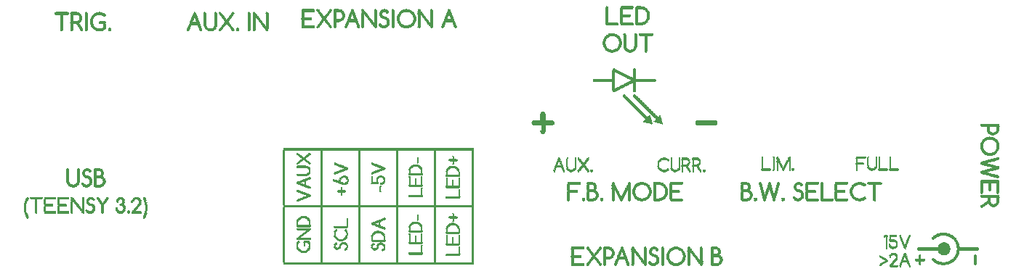
<source format=gbr>
G04 EAGLE Gerber RS-274X export*
G75*
%MOMM*%
%FSLAX34Y34*%
%LPD*%
%INSilkscreen Top*%
%IPPOS*%
%AMOC8*
5,1,8,0,0,1.08239X$1,22.5*%
G01*
%ADD10R,0.919481X0.031750*%
%ADD11R,0.127000X0.031750*%
%ADD12R,0.985519X0.031494*%
%ADD13R,0.190500X0.031494*%
%ADD14R,0.985519X0.031750*%
%ADD15R,0.190500X0.031750*%
%ADD16R,0.223519X0.031750*%
%ADD17R,0.220981X0.031750*%
%ADD18R,0.985519X0.032006*%
%ADD19R,0.220981X0.032006*%
%ADD20R,0.254000X0.032006*%
%ADD21R,1.397000X0.031750*%
%ADD22R,0.287019X0.031750*%
%ADD23R,0.381000X0.031750*%
%ADD24R,0.731519X0.031750*%
%ADD25R,0.254000X0.031750*%
%ADD26R,1.524000X0.031750*%
%ADD27R,0.508000X0.031750*%
%ADD28R,0.665481X0.031750*%
%ADD29R,0.889000X0.031750*%
%ADD30R,0.635000X0.031750*%
%ADD31R,0.825500X0.031750*%
%ADD32R,1.587500X0.031750*%
%ADD33R,0.317500X0.031750*%
%ADD34R,0.284481X0.031750*%
%ADD35R,0.762000X0.031750*%
%ADD36R,1.046481X0.031750*%
%ADD37R,0.571500X0.031750*%
%ADD38R,22.128481X0.031494*%
%ADD39R,1.587500X0.031494*%
%ADD40R,0.350519X0.031494*%
%ADD41R,0.317500X0.031494*%
%ADD42R,0.287019X0.031494*%
%ADD43R,0.284481X0.031494*%
%ADD44R,0.825500X0.031494*%
%ADD45R,1.112519X0.031494*%
%ADD46R,1.109981X0.031494*%
%ADD47R,0.381000X0.031494*%
%ADD48R,0.220981X0.031494*%
%ADD49R,0.254000X0.031494*%
%ADD50R,0.889000X0.031494*%
%ADD51R,22.194519X0.031750*%
%ADD52R,0.350519X0.031750*%
%ADD53R,0.347981X0.031750*%
%ADD54R,1.206500X0.031750*%
%ADD55R,1.143000X0.031750*%
%ADD56R,0.414019X0.031750*%
%ADD57R,22.225000X0.031750*%
%ADD58R,1.557019X0.031750*%
%ADD59R,0.952500X0.031750*%
%ADD60R,1.300481X0.031750*%
%ADD61R,1.173481X0.031750*%
%ADD62R,1.333500X0.031750*%
%ADD63R,22.255481X0.032006*%
%ADD64R,1.557019X0.032006*%
%ADD65R,0.381000X0.032006*%
%ADD66R,0.287019X0.032006*%
%ADD67R,0.317500X0.032006*%
%ADD68R,0.411481X0.032006*%
%ADD69R,1.016000X0.032006*%
%ADD70R,1.366519X0.032006*%
%ADD71R,1.206500X0.032006*%
%ADD72R,0.444500X0.032006*%
%ADD73R,0.223519X0.032006*%
%ADD74R,1.460500X0.032006*%
%ADD75R,22.255481X0.031750*%
%ADD76R,0.444500X0.031750*%
%ADD77R,1.079500X0.031750*%
%ADD78R,1.460500X0.031750*%
%ADD79R,1.236981X0.031750*%
%ADD80R,0.411481X0.031750*%
%ADD81R,1.617981X0.031750*%
%ADD82R,0.474981X0.031750*%
%ADD83R,0.477519X0.031750*%
%ADD84R,1.744981X0.031750*%
%ADD85R,0.541019X0.031750*%
%ADD86R,0.538481X0.031750*%
%ADD87R,1.871981X0.031750*%
%ADD88R,1.968500X0.031750*%
%ADD89R,0.538481X0.031494*%
%ADD90R,0.347981X0.031494*%
%ADD91R,0.444500X0.031494*%
%ADD92R,0.414019X0.031494*%
%ADD93R,0.223519X0.031494*%
%ADD94R,0.728981X0.031750*%
%ADD95R,0.601981X0.031750*%
%ADD96R,0.350519X0.032006*%
%ADD97R,0.601981X0.032006*%
%ADD98R,0.284481X0.032006*%
%ADD99R,0.919481X0.032006*%
%ADD100R,0.635000X0.032006*%
%ADD101R,0.698500X0.031750*%
%ADD102R,0.858519X0.031750*%
%ADD103R,1.206500X0.031494*%
%ADD104R,0.474981X0.031494*%
%ADD105R,0.604519X0.031750*%
%ADD106R,0.347981X0.032006*%
%ADD107R,0.795019X0.032006*%
%ADD108R,1.303019X0.032006*%
%ADD109R,1.143000X0.032006*%
%ADD110R,1.303019X0.031750*%
%ADD111R,0.160019X0.031750*%
%ADD112R,0.668019X0.031750*%
%ADD113R,1.049019X0.031750*%
%ADD114R,0.635000X0.031494*%
%ADD115R,1.079500X0.031494*%
%ADD116R,1.176019X0.031494*%
%ADD117R,1.176019X0.031750*%
%ADD118R,1.112519X0.031750*%
%ADD119R,1.239519X0.032006*%
%ADD120R,0.474981X0.032006*%
%ADD121R,1.109981X0.032006*%
%ADD122R,0.190500X0.032006*%
%ADD123R,1.270000X0.031750*%
%ADD124R,1.239519X0.031750*%
%ADD125R,0.063500X0.031750*%
%ADD126R,1.651000X0.031494*%
%ADD127R,0.541019X0.031494*%
%ADD128R,0.731519X0.031494*%
%ADD129R,1.651000X0.031750*%
%ADD130R,1.651000X0.032006*%
%ADD131R,0.668019X0.032006*%
%ADD132R,0.698500X0.032006*%
%ADD133R,1.046481X0.032006*%
%ADD134R,0.825500X0.032006*%
%ADD135R,0.063500X0.032006*%
%ADD136R,0.604519X0.032006*%
%ADD137R,0.792481X0.031750*%
%ADD138R,1.620519X0.031750*%
%ADD139R,0.157481X0.031494*%
%ADD140R,1.270000X0.032006*%
%ADD141R,0.982981X0.031750*%
%ADD142R,1.366519X0.031750*%
%ADD143R,0.030481X0.031494*%
%ADD144R,0.571500X0.031494*%
%ADD145R,0.601981X0.031494*%
%ADD146R,0.411481X0.031494*%
%ADD147R,1.427481X0.031494*%
%ADD148R,0.157481X0.031750*%
%ADD149R,1.427481X0.031750*%
%ADD150R,0.033019X0.031750*%
%ADD151R,0.160019X0.032006*%
%ADD152R,0.538481X0.032006*%
%ADD153R,3.779519X0.032006*%
%ADD154R,2.476500X0.032006*%
%ADD155R,3.843019X0.031750*%
%ADD156R,2.540000X0.031750*%
%ADD157R,2.573019X0.031750*%
%ADD158R,1.493519X0.031750*%
%ADD159R,3.873500X0.031750*%
%ADD160R,0.698500X0.031494*%
%ADD161R,1.557019X0.031494*%
%ADD162R,0.922019X0.031494*%
%ADD163R,1.333500X0.031494*%
%ADD164R,1.046481X0.031494*%
%ADD165R,0.127000X0.031494*%
%ADD166R,3.873500X0.031494*%
%ADD167R,2.540000X0.031494*%
%ADD168R,0.855981X0.031750*%
%ADD169R,1.016000X0.031750*%
%ADD170R,0.795019X0.031750*%
%ADD171R,0.731519X0.032006*%
%ADD172R,1.587500X0.032006*%
%ADD173R,0.728981X0.032006*%
%ADD174R,0.952500X0.032006*%
%ADD175R,3.810000X0.032006*%
%ADD176R,2.540000X0.032006*%
%ADD177R,3.746500X0.031750*%
%ADD178R,2.476500X0.031750*%
%ADD179R,0.030481X0.031750*%
%ADD180R,0.093981X0.031750*%
%ADD181R,0.096519X0.031750*%
%ADD182R,1.366519X0.031494*%
%ADD183R,0.477519X0.032006*%
%ADD184R,0.762000X0.031494*%
%ADD185R,0.508000X0.032006*%
%ADD186R,1.460500X0.031494*%
%ADD187R,0.157481X0.032006*%
%ADD188R,0.160019X0.031494*%
%ADD189R,0.508000X0.031494*%
%ADD190R,0.922019X0.031750*%
%ADD191R,0.063500X0.031494*%
%ADD192R,0.096519X0.031494*%
%ADD193R,1.968500X0.031494*%
%ADD194R,1.841500X0.031750*%
%ADD195R,1.714500X0.031750*%
%ADD196R,0.855981X0.032006*%
%ADD197R,1.617981X0.032006*%
%ADD198R,0.414019X0.032006*%
%ADD199R,1.109981X0.031750*%
%ADD200R,1.363981X0.031494*%
%ADD201R,0.604519X0.031494*%
%ADD202R,1.173481X0.031494*%
%ADD203R,1.363981X0.031750*%
%ADD204R,1.363981X0.032006*%
%ADD205R,0.858519X0.032006*%
%ADD206R,1.173481X0.032006*%
%ADD207R,0.477519X0.031494*%
%ADD208R,0.127000X0.032006*%
%ADD209R,0.952500X0.031494*%
%ADD210R,0.093981X0.032006*%
%ADD211R,1.079500X0.032006*%
%ADD212R,22.255481X0.031494*%
%ADD213R,0.541019X0.032006*%
%ADD214R,0.728981X0.031494*%
%ADD215R,1.397000X0.031494*%
%ADD216R,1.303019X0.031494*%
%ADD217R,0.982981X0.032006*%
%ADD218R,1.524000X0.032006*%
%ADD219R,1.430019X0.032006*%
%ADD220R,1.554481X0.031750*%
%ADD221R,1.239519X0.031494*%
%ADD222R,1.524000X0.031494*%
%ADD223R,1.236981X0.031494*%
%ADD224R,2.159000X0.031750*%
%ADD225R,2.189481X0.031750*%
%ADD226R,2.222500X0.031750*%
%ADD227R,2.222500X0.031494*%
%ADD228R,2.192019X0.031750*%
%ADD229R,0.571500X0.032006*%
%ADD230R,2.159000X0.032006*%
%ADD231R,2.125981X0.031750*%
%ADD232R,1.998981X0.031750*%
%ADD233R,0.982981X0.031494*%
%ADD234R,1.143000X0.031494*%
%ADD235R,1.236981X0.032006*%
%ADD236R,0.033019X0.031494*%
%ADD237R,1.270000X0.031494*%
%ADD238R,1.176019X0.032006*%
%ADD239R,1.049019X0.031494*%
%ADD240R,1.490981X0.032006*%
%ADD241R,1.333500X0.032006*%
%ADD242R,1.681481X0.031750*%
%ADD243R,0.792481X0.031494*%
%ADD244R,1.016000X0.031494*%
%ADD245R,0.033019X0.032006*%
%ADD246R,0.030481X0.032006*%
%ADD247R,0.096519X0.032006*%
%ADD248R,1.427481X0.032006*%
%ADD249R,2.222500X0.032006*%
%ADD250R,2.159000X0.031494*%
%ADD251R,0.795019X0.031494*%
%ADD252R,0.889000X0.032006*%
%ADD253R,0.093981X0.031494*%
%ADD254R,1.112519X0.032006*%
%ADD255R,1.049019X0.032006*%
%ADD256R,0.922019X0.032006*%
%ADD257R,0.792481X0.032006*%
%ADD258R,0.858519X0.031494*%
%ADD259R,0.855981X0.031494*%
%ADD260R,0.762000X0.032006*%
%ADD261R,0.919481X0.031494*%
%ADD262R,22.225000X0.031494*%
%ADD263R,22.194519X0.032006*%
%ADD264R,2.189481X0.031494*%
%ADD265R,2.316481X0.032006*%
%ADD266R,2.286000X0.032006*%
%ADD267R,2.382519X0.031494*%
%ADD268R,2.413000X0.031494*%
%ADD269R,2.192019X0.031494*%
%ADD270R,2.509519X0.031750*%
%ADD271R,2.570481X0.031494*%
%ADD272R,2.032000X0.031494*%
%ADD273R,2.570481X0.032006*%
%ADD274R,2.603500X0.032006*%
%ADD275R,2.603500X0.031494*%
%ADD276R,2.636519X0.031494*%
%ADD277R,2.636519X0.032006*%
%ADD278R,2.603500X0.031750*%
%ADD279R,2.570481X0.031750*%
%ADD280R,2.509519X0.032006*%
%ADD281R,2.443481X0.031494*%
%ADD282R,2.446019X0.031494*%
%ADD283R,2.382519X0.032006*%
%ADD284R,2.349500X0.032006*%
%ADD285R,0.665481X0.031494*%
%ADD286R,0.668019X0.031494*%
%ADD287R,3.078481X0.031750*%
%ADD288R,3.014981X0.031750*%
%ADD289R,2.984500X0.031750*%
%ADD290R,2.921000X0.031494*%
%ADD291R,2.857500X0.032006*%
%ADD292R,2.827019X0.031494*%
%ADD293R,2.890519X0.032006*%
%ADD294R,2.954019X0.031494*%
%ADD295R,2.984500X0.032006*%
%ADD296R,3.048000X0.031750*%
%ADD297R,1.300481X0.031494*%
%ADD298R,1.684019X0.032006*%
%ADD299R,1.684019X0.031494*%
%ADD300R,1.430019X0.031750*%
%ADD301R,1.397000X0.032006*%
%ADD302R,1.554481X0.031494*%
%ADD303R,1.554481X0.032006*%
%ADD304R,1.300481X0.032006*%
%ADD305R,0.665481X0.032006*%
%ADD306R,1.617981X0.031494*%
%ADD307R,1.684019X0.031750*%
%ADD308R,1.430019X0.031494*%
%ADD309R,1.490981X0.031494*%
%ADD310R,0.060000X0.050000*%
%ADD311R,0.050000X0.390000*%
%ADD312R,0.050000X0.060000*%
%ADD313R,0.090000X0.350000*%
%ADD314R,0.050000X0.340000*%
%ADD315R,0.060000X0.300000*%
%ADD316R,0.060000X0.190000*%
%ADD317R,0.210000X0.070000*%
%ADD318R,0.320000X0.070000*%


D10*
X1126490Y20289D03*
D11*
X1134262Y20289D03*
X1145388Y20289D03*
D12*
X1126490Y20605D03*
D13*
X1134275Y20605D03*
X1145375Y20605D03*
D14*
X1126490Y20921D03*
D15*
X1134275Y20921D03*
D16*
X1145540Y20921D03*
D14*
X1126490Y21239D03*
D17*
X1134428Y21239D03*
D16*
X1145540Y21239D03*
D18*
X1126490Y21558D03*
D19*
X1134428Y21558D03*
D20*
X1145388Y21558D03*
D21*
X758673Y21876D03*
D11*
X770103Y21876D03*
X785012Y21876D03*
X789788Y21876D03*
X802488Y21876D03*
X817397Y21876D03*
X822477Y21876D03*
X837413Y21876D03*
D22*
X846773Y21876D03*
D11*
X857733Y21876D03*
D23*
X872973Y21876D03*
D11*
X887882Y21876D03*
X902818Y21876D03*
D24*
X918210Y21876D03*
D11*
X1111098Y21876D03*
D14*
X1126490Y21876D03*
D25*
X1134593Y21876D03*
D17*
X1145223Y21876D03*
D26*
X758673Y22194D03*
D17*
X769938Y22194D03*
D16*
X784860Y22194D03*
D17*
X789623Y22194D03*
D15*
X802475Y22194D03*
D16*
X817245Y22194D03*
D15*
X822490Y22194D03*
D17*
X837248Y22194D03*
D27*
X846607Y22194D03*
D15*
X857720Y22194D03*
D28*
X873125Y22194D03*
D15*
X887895Y22194D03*
D17*
X902653Y22194D03*
D29*
X918362Y22194D03*
D16*
X1111250Y22194D03*
D29*
X1126338Y22194D03*
D25*
X1134593Y22194D03*
X1145057Y22194D03*
D26*
X758673Y22511D03*
D25*
X770103Y22511D03*
X785012Y22511D03*
X789788Y22511D03*
X802488Y22511D03*
X817397Y22511D03*
X822477Y22511D03*
X837413Y22511D03*
D30*
X846607Y22511D03*
D25*
X857733Y22511D03*
D31*
X872960Y22511D03*
D25*
X887882Y22511D03*
X902818Y22511D03*
D14*
X918845Y22511D03*
D25*
X1111402Y22511D03*
D22*
X1123633Y22511D03*
D16*
X1134745Y22511D03*
X1144905Y22511D03*
D11*
X1157122Y22511D03*
D32*
X758660Y22829D03*
D33*
X770090Y22829D03*
D34*
X784860Y22829D03*
D22*
X789623Y22829D03*
X802323Y22829D03*
D34*
X817245Y22829D03*
X822325Y22829D03*
D22*
X837248Y22829D03*
D35*
X846607Y22829D03*
D22*
X857568Y22829D03*
D14*
X873125Y22829D03*
D34*
X887730Y22829D03*
D22*
X902653Y22829D03*
D36*
X918845Y22829D03*
D33*
X1111720Y22829D03*
D34*
X1123950Y22829D03*
D25*
X1134897Y22829D03*
D16*
X1144905Y22829D03*
D15*
X1157135Y22829D03*
D37*
X1184745Y22829D03*
D15*
X1221905Y22829D03*
D38*
X526415Y23145D03*
D39*
X758660Y23145D03*
D40*
X770255Y23145D03*
D41*
X784695Y23145D03*
D42*
X789623Y23145D03*
D41*
X802475Y23145D03*
D43*
X817245Y23145D03*
D41*
X822490Y23145D03*
X837095Y23145D03*
D44*
X846620Y23145D03*
D41*
X857720Y23145D03*
D45*
X873125Y23145D03*
D41*
X887895Y23145D03*
X902500Y23145D03*
D46*
X919163Y23145D03*
D47*
X1112037Y23145D03*
D42*
X1124268Y23145D03*
D48*
X1135063Y23145D03*
D49*
X1144753Y23145D03*
X1157122Y23145D03*
D50*
X1184758Y23145D03*
D49*
X1221892Y23145D03*
D51*
X526415Y23461D03*
D32*
X758660Y23461D03*
D52*
X770255Y23461D03*
D53*
X784543Y23461D03*
D22*
X789623Y23461D03*
D33*
X802475Y23461D03*
D34*
X817245Y23461D03*
D33*
X822490Y23461D03*
D23*
X837082Y23461D03*
D29*
X846607Y23461D03*
D33*
X857720Y23461D03*
D54*
X872960Y23461D03*
D33*
X887895Y23461D03*
D23*
X902487Y23461D03*
D55*
X919328Y23461D03*
D56*
X1112203Y23461D03*
D34*
X1124585Y23461D03*
D17*
X1135063Y23461D03*
X1144588Y23461D03*
D25*
X1157122Y23461D03*
D55*
X1184758Y23461D03*
D25*
X1221892Y23461D03*
D57*
X526567Y23779D03*
D58*
X758508Y23779D03*
D53*
X770573Y23779D03*
X784543Y23779D03*
D22*
X789623Y23779D03*
D33*
X802805Y23779D03*
X817080Y23779D03*
X822490Y23779D03*
D23*
X837082Y23779D03*
D59*
X846620Y23779D03*
D33*
X857720Y23779D03*
D60*
X873125Y23779D03*
D33*
X887895Y23779D03*
D23*
X902487Y23779D03*
D61*
X919480Y23779D03*
D56*
X1112838Y23779D03*
D33*
X1124750Y23779D03*
D25*
X1135228Y23779D03*
X1144422Y23779D03*
X1157122Y23779D03*
D62*
X1184745Y23779D03*
D33*
X1221905Y23779D03*
D63*
X526415Y24098D03*
D64*
X758508Y24098D03*
D65*
X770738Y24098D03*
X784377Y24098D03*
D66*
X789623Y24098D03*
D67*
X802805Y24098D03*
X817080Y24098D03*
X822490Y24098D03*
D68*
X836930Y24098D03*
D69*
X846607Y24098D03*
D67*
X857720Y24098D03*
D70*
X873125Y24098D03*
D67*
X887895Y24098D03*
D68*
X902335Y24098D03*
D71*
X919645Y24098D03*
D72*
X1113320Y24098D03*
D67*
X1125055Y24098D03*
D73*
X1135380Y24098D03*
D20*
X1144422Y24098D03*
X1157122Y24098D03*
D74*
X1184745Y24098D03*
D67*
X1221905Y24098D03*
D75*
X526415Y24416D03*
D26*
X758342Y24416D03*
D23*
X771042Y24416D03*
X784073Y24416D03*
D22*
X789623Y24416D03*
X802958Y24416D03*
D33*
X816775Y24416D03*
X822490Y24416D03*
D76*
X836765Y24416D03*
D77*
X846620Y24416D03*
D33*
X857720Y24416D03*
D78*
X872960Y24416D03*
D33*
X887895Y24416D03*
D76*
X902170Y24416D03*
D79*
X919798Y24416D03*
D80*
X1113790Y24416D03*
D34*
X1125220Y24416D03*
D25*
X1135532Y24416D03*
D16*
X1144270Y24416D03*
D25*
X1157122Y24416D03*
D81*
X1184593Y24416D03*
D33*
X1221905Y24416D03*
D75*
X526415Y24734D03*
D33*
X752310Y24734D03*
D23*
X771373Y24734D03*
X783742Y24734D03*
D22*
X789623Y24734D03*
D33*
X803110Y24734D03*
X816775Y24734D03*
X822490Y24734D03*
D82*
X836613Y24734D03*
D83*
X843280Y24734D03*
D82*
X849948Y24734D03*
D33*
X857720Y24734D03*
D30*
X868528Y24734D03*
X877418Y24734D03*
D33*
X887895Y24734D03*
D82*
X902018Y24734D03*
D34*
X915035Y24734D03*
D82*
X923608Y24734D03*
D80*
X1114425Y24734D03*
D22*
X1125538Y24734D03*
D17*
X1135698Y24734D03*
D25*
X1144118Y24734D03*
X1157122Y24734D03*
D84*
X1184593Y24734D03*
D33*
X1221905Y24734D03*
D75*
X526415Y25051D03*
D33*
X752310Y25051D03*
D52*
X771525Y25051D03*
D23*
X783438Y25051D03*
D22*
X789623Y25051D03*
D33*
X803110Y25051D03*
X816775Y25051D03*
X822490Y25051D03*
D27*
X836447Y25051D03*
D56*
X842963Y25051D03*
D76*
X850430Y25051D03*
D33*
X857720Y25051D03*
D85*
X867728Y25051D03*
D86*
X878205Y25051D03*
D33*
X887895Y25051D03*
D27*
X901852Y25051D03*
D34*
X915035Y25051D03*
D56*
X924243Y25051D03*
D76*
X1114895Y25051D03*
D34*
X1125855Y25051D03*
D17*
X1135698Y25051D03*
X1143953Y25051D03*
D25*
X1157122Y25051D03*
D87*
X1184593Y25051D03*
D33*
X1221905Y25051D03*
D75*
X526415Y25369D03*
D33*
X752310Y25369D03*
D23*
X771677Y25369D03*
D53*
X783273Y25369D03*
D22*
X789623Y25369D03*
D33*
X803440Y25369D03*
X816445Y25369D03*
X822490Y25369D03*
D27*
X836447Y25369D03*
D23*
X842493Y25369D03*
X850748Y25369D03*
D33*
X857720Y25369D03*
D82*
X867093Y25369D03*
D83*
X878840Y25369D03*
D33*
X887895Y25369D03*
D27*
X901852Y25369D03*
D34*
X915035Y25369D03*
D52*
X924560Y25369D03*
D56*
X1115378Y25369D03*
D22*
X1126173Y25369D03*
D25*
X1135863Y25369D03*
X1143787Y25369D03*
X1157122Y25369D03*
D88*
X1184745Y25369D03*
D33*
X1221905Y25369D03*
D49*
X416408Y25685D03*
X460527Y25685D03*
X504342Y25685D03*
X548488Y25685D03*
X592303Y25685D03*
X636422Y25685D03*
D41*
X752310Y25685D03*
D47*
X772008Y25685D03*
X783107Y25685D03*
D42*
X789623Y25685D03*
D41*
X803440Y25685D03*
X816445Y25685D03*
X822490Y25685D03*
D89*
X836295Y25685D03*
D90*
X842328Y25685D03*
D47*
X851052Y25685D03*
D41*
X857720Y25685D03*
D91*
X866940Y25685D03*
X879310Y25685D03*
D41*
X887895Y25685D03*
D89*
X901700Y25685D03*
D43*
X915035Y25685D03*
D90*
X924878Y25685D03*
D92*
X1116013Y25685D03*
D43*
X1126490Y25685D03*
D93*
X1136015Y25685D03*
D49*
X1143787Y25685D03*
X1157122Y25685D03*
D50*
X1178712Y25685D03*
X1190777Y25685D03*
D41*
X1221905Y25685D03*
D25*
X416408Y26001D03*
X460527Y26001D03*
X504342Y26001D03*
X548488Y26001D03*
X592303Y26001D03*
X636422Y26001D03*
D33*
X752310Y26001D03*
D23*
X772312Y26001D03*
X782803Y26001D03*
D22*
X789623Y26001D03*
D33*
X803440Y26001D03*
X816140Y26001D03*
X822490Y26001D03*
D37*
X836130Y26001D03*
D33*
X842175Y26001D03*
D53*
X851218Y26001D03*
D33*
X857720Y26001D03*
D56*
X866458Y26001D03*
X879793Y26001D03*
D33*
X887895Y26001D03*
D37*
X901535Y26001D03*
D34*
X915035Y26001D03*
D33*
X925030Y26001D03*
D76*
X1116495Y26001D03*
D22*
X1126808Y26001D03*
D14*
X1139825Y26001D03*
D25*
X1157122Y26001D03*
D94*
X1177608Y26001D03*
D24*
X1191895Y26001D03*
D33*
X1221905Y26001D03*
D25*
X416408Y26319D03*
X460527Y26319D03*
X504342Y26319D03*
X548488Y26319D03*
X592303Y26319D03*
X636422Y26319D03*
D33*
X752310Y26319D03*
D53*
X772478Y26319D03*
D23*
X782472Y26319D03*
D22*
X789623Y26319D03*
D33*
X803745Y26319D03*
X816140Y26319D03*
X822490Y26319D03*
D95*
X835978Y26319D03*
D25*
X842162Y26319D03*
D33*
X851370Y26319D03*
X857720Y26319D03*
D80*
X866140Y26319D03*
X880110Y26319D03*
D33*
X887895Y26319D03*
D95*
X901383Y26319D03*
D34*
X915035Y26319D03*
D33*
X925360Y26319D03*
D80*
X1116965Y26319D03*
D33*
X1126960Y26319D03*
D14*
X1139825Y26319D03*
D25*
X1157122Y26319D03*
D28*
X1176655Y26319D03*
X1192530Y26319D03*
D33*
X1221905Y26319D03*
D20*
X416408Y26638D03*
X460527Y26638D03*
X504342Y26638D03*
X548488Y26638D03*
X592303Y26638D03*
X636422Y26638D03*
D67*
X752310Y26638D03*
D96*
X772795Y26638D03*
X782320Y26638D03*
D66*
X789623Y26638D03*
D67*
X803745Y26638D03*
X816140Y26638D03*
X822490Y26638D03*
D97*
X835978Y26638D03*
D73*
X842010Y26638D03*
D67*
X851700Y26638D03*
X857720Y26638D03*
D65*
X865657Y26638D03*
X880262Y26638D03*
D67*
X887895Y26638D03*
D97*
X901383Y26638D03*
D98*
X915035Y26638D03*
D67*
X925360Y26638D03*
D68*
X1117600Y26638D03*
D98*
X1127125Y26638D03*
D99*
X1139825Y26638D03*
D20*
X1157122Y26638D03*
D100*
X1176172Y26638D03*
X1193317Y26638D03*
D67*
X1221905Y26638D03*
D25*
X416408Y26956D03*
X460527Y26956D03*
X504342Y26956D03*
X548488Y26956D03*
X592303Y26956D03*
X636422Y26956D03*
D33*
X752310Y26956D03*
D23*
X772947Y26956D03*
X782168Y26956D03*
D22*
X789623Y26956D03*
D33*
X804075Y26956D03*
X815810Y26956D03*
X822490Y26956D03*
D30*
X835812Y26956D03*
D11*
X842162Y26956D03*
D33*
X851700Y26956D03*
X857720Y26956D03*
D52*
X865505Y26956D03*
D23*
X880593Y26956D03*
D33*
X887895Y26956D03*
D30*
X901217Y26956D03*
D34*
X915035Y26956D03*
D22*
X925513Y26956D03*
D56*
X1117918Y26956D03*
D22*
X1127443Y26956D03*
D10*
X1139825Y26956D03*
D25*
X1157122Y26956D03*
D37*
X1175550Y26956D03*
X1193965Y26956D03*
D33*
X1221905Y26956D03*
D25*
X416408Y27274D03*
X460527Y27274D03*
X504342Y27274D03*
X548488Y27274D03*
X592303Y27274D03*
X636422Y27274D03*
D33*
X752310Y27274D03*
D23*
X773278Y27274D03*
X781837Y27274D03*
D22*
X789623Y27274D03*
D33*
X804075Y27274D03*
X815810Y27274D03*
X822490Y27274D03*
D28*
X835660Y27274D03*
D22*
X851853Y27274D03*
D33*
X857720Y27274D03*
D53*
X865188Y27274D03*
D23*
X880897Y27274D03*
D33*
X887895Y27274D03*
D28*
X901065Y27274D03*
D34*
X915035Y27274D03*
D33*
X925665Y27274D03*
D52*
X1118235Y27274D03*
D34*
X1127760Y27274D03*
D29*
X1139977Y27274D03*
D77*
X1157135Y27274D03*
D85*
X1175068Y27274D03*
D86*
X1194435Y27274D03*
D33*
X1221905Y27274D03*
D25*
X416408Y27591D03*
X460527Y27591D03*
X504342Y27591D03*
X548488Y27591D03*
X592303Y27591D03*
X636422Y27591D03*
D33*
X752310Y27591D03*
D23*
X773582Y27591D03*
X781533Y27591D03*
D22*
X789623Y27591D03*
D33*
X804075Y27591D03*
X815505Y27591D03*
X822490Y27591D03*
D101*
X835495Y27591D03*
D22*
X851853Y27591D03*
D33*
X857720Y27591D03*
D23*
X865022Y27591D03*
D53*
X881063Y27591D03*
D33*
X887895Y27591D03*
D101*
X900900Y27591D03*
D34*
X915035Y27591D03*
D33*
X925665Y27591D03*
X1118400Y27591D03*
D22*
X1128078Y27591D03*
D102*
X1139825Y27591D03*
D55*
X1157122Y27591D03*
D27*
X1174598Y27591D03*
X1194918Y27591D03*
D33*
X1221905Y27591D03*
D25*
X416408Y27909D03*
X460527Y27909D03*
X504342Y27909D03*
X548488Y27909D03*
X592303Y27909D03*
X636422Y27909D03*
D33*
X752310Y27909D03*
D53*
X773748Y27909D03*
D23*
X781202Y27909D03*
D22*
X789623Y27909D03*
D33*
X804380Y27909D03*
X815505Y27909D03*
X822490Y27909D03*
D23*
X833603Y27909D03*
D33*
X837400Y27909D03*
D22*
X851853Y27909D03*
D33*
X857720Y27909D03*
D52*
X864870Y27909D03*
X881380Y27909D03*
D33*
X887895Y27909D03*
D23*
X899008Y27909D03*
D33*
X902805Y27909D03*
D34*
X915035Y27909D03*
X925830Y27909D03*
D23*
X1118083Y27909D03*
D34*
X1128395Y27909D03*
D102*
X1139825Y27909D03*
D54*
X1157135Y27909D03*
D83*
X1174115Y27909D03*
D27*
X1195222Y27909D03*
D33*
X1221905Y27909D03*
D25*
X416408Y28226D03*
X460527Y28226D03*
X504342Y28226D03*
X548488Y28226D03*
X592303Y28226D03*
X636422Y28226D03*
D33*
X752310Y28226D03*
D23*
X773913Y28226D03*
D52*
X781050Y28226D03*
D22*
X789623Y28226D03*
D33*
X804380Y28226D03*
X815505Y28226D03*
X822490Y28226D03*
D53*
X833438Y28226D03*
D33*
X837400Y28226D03*
D22*
X851853Y28226D03*
D33*
X857720Y28226D03*
D53*
X864553Y28226D03*
D52*
X881380Y28226D03*
D33*
X887895Y28226D03*
D53*
X898843Y28226D03*
D33*
X902805Y28226D03*
D34*
X915035Y28226D03*
X925830Y28226D03*
D80*
X1117600Y28226D03*
D22*
X1128713Y28226D03*
D17*
X1136968Y28226D03*
X1142683Y28226D03*
D54*
X1157135Y28226D03*
D82*
X1173798Y28226D03*
D83*
X1195705Y28226D03*
D33*
X1221905Y28226D03*
D49*
X416408Y28543D03*
X460527Y28543D03*
X504342Y28543D03*
X548488Y28543D03*
X592303Y28543D03*
X636422Y28543D03*
D41*
X752310Y28543D03*
D47*
X774217Y28543D03*
X780898Y28543D03*
D42*
X789623Y28543D03*
D41*
X804710Y28543D03*
X815175Y28543D03*
X822490Y28543D03*
D47*
X833272Y28543D03*
D41*
X837400Y28543D03*
D42*
X851853Y28543D03*
D41*
X857720Y28543D03*
X864400Y28543D03*
D90*
X881698Y28543D03*
D41*
X887895Y28543D03*
D47*
X898677Y28543D03*
D41*
X902805Y28543D03*
D43*
X915035Y28543D03*
X925830Y28543D03*
D92*
X1117283Y28543D03*
D43*
X1129030Y28543D03*
D49*
X1137133Y28543D03*
D48*
X1142683Y28543D03*
D103*
X1157135Y28543D03*
D91*
X1173315Y28543D03*
D104*
X1196023Y28543D03*
D41*
X1221905Y28543D03*
D25*
X416408Y28859D03*
X460527Y28859D03*
X504342Y28859D03*
X548488Y28859D03*
X592303Y28859D03*
X636422Y28859D03*
D33*
X752310Y28859D03*
D23*
X774548Y28859D03*
X780567Y28859D03*
D22*
X789623Y28859D03*
D33*
X804710Y28859D03*
X815175Y28859D03*
X822490Y28859D03*
D23*
X832968Y28859D03*
D33*
X837400Y28859D03*
D22*
X851853Y28859D03*
D33*
X857720Y28859D03*
X864400Y28859D03*
X881850Y28859D03*
X887895Y28859D03*
D23*
X898373Y28859D03*
D33*
X902805Y28859D03*
D34*
X915035Y28859D03*
X925830Y28859D03*
D56*
X1116648Y28859D03*
D34*
X1129030Y28859D03*
D16*
X1137285Y28859D03*
D25*
X1142517Y28859D03*
D54*
X1157135Y28859D03*
D56*
X1173163Y28859D03*
D76*
X1196505Y28859D03*
D33*
X1221905Y28859D03*
D25*
X416408Y29176D03*
X460527Y29176D03*
X504342Y29176D03*
X548488Y29176D03*
X592303Y29176D03*
X636422Y29176D03*
D33*
X752310Y29176D03*
D52*
X774700Y29176D03*
D23*
X780263Y29176D03*
D105*
X791210Y29176D03*
D62*
X809790Y29176D03*
D33*
X822490Y29176D03*
D23*
X832637Y29176D03*
D33*
X837400Y29176D03*
D22*
X851853Y29176D03*
D33*
X857720Y29176D03*
X864070Y29176D03*
X881850Y29176D03*
X887895Y29176D03*
D23*
X898042Y29176D03*
D33*
X902805Y29176D03*
D34*
X915035Y29176D03*
X925830Y29176D03*
D76*
X1116165Y29176D03*
D22*
X1129348Y29176D03*
D16*
X1137285Y29176D03*
X1142365Y29176D03*
D54*
X1157135Y29176D03*
D23*
X1172997Y29176D03*
D76*
X1196810Y29176D03*
D33*
X1221905Y29176D03*
D20*
X416408Y29495D03*
X460527Y29495D03*
X504342Y29495D03*
X548488Y29495D03*
X592303Y29495D03*
X636422Y29495D03*
D67*
X752310Y29495D03*
D106*
X775018Y29495D03*
X780098Y29495D03*
D107*
X792163Y29495D03*
D108*
X809943Y29495D03*
D67*
X822490Y29495D03*
D96*
X832485Y29495D03*
D67*
X837400Y29495D03*
D66*
X851853Y29495D03*
D67*
X857720Y29495D03*
X864070Y29495D03*
X882180Y29495D03*
X887895Y29495D03*
D96*
X897890Y29495D03*
D67*
X902805Y29495D03*
D98*
X915035Y29495D03*
D67*
X925665Y29495D03*
D68*
X1115695Y29495D03*
D98*
X1129665Y29495D03*
D20*
X1137437Y29495D03*
X1142213Y29495D03*
D109*
X1157122Y29495D03*
D67*
X1172680Y29495D03*
D72*
X1197140Y29495D03*
D67*
X1221905Y29495D03*
D25*
X416408Y29814D03*
X460527Y29814D03*
X504342Y29814D03*
X548488Y29814D03*
X592303Y29814D03*
X636422Y29814D03*
D33*
X752310Y29814D03*
D23*
X775183Y29814D03*
D52*
X779780Y29814D03*
D29*
X792632Y29814D03*
D110*
X809943Y29814D03*
D33*
X822490Y29814D03*
D53*
X832168Y29814D03*
D33*
X837400Y29814D03*
X851700Y29814D03*
X857720Y29814D03*
D22*
X863918Y29814D03*
D33*
X882180Y29814D03*
X887895Y29814D03*
D53*
X897573Y29814D03*
D33*
X902805Y29814D03*
D34*
X915035Y29814D03*
D33*
X925665Y29814D03*
D80*
X1115060Y29814D03*
D25*
X1129817Y29814D03*
D17*
X1137603Y29814D03*
D25*
X1142213Y29814D03*
D77*
X1157135Y29814D03*
D22*
X1172528Y29814D03*
D76*
X1197445Y29814D03*
D33*
X1221905Y29814D03*
D25*
X416408Y30131D03*
X460527Y30131D03*
X504342Y30131D03*
X548488Y30131D03*
X592303Y30131D03*
X636422Y30131D03*
D33*
X752310Y30131D03*
D23*
X775487Y30131D03*
X779628Y30131D03*
D59*
X792950Y30131D03*
D79*
X809943Y30131D03*
D33*
X822490Y30131D03*
D23*
X832002Y30131D03*
D33*
X837400Y30131D03*
X851700Y30131D03*
X857720Y30131D03*
X863765Y30131D03*
X882180Y30131D03*
X887895Y30131D03*
D23*
X897407Y30131D03*
D33*
X902805Y30131D03*
D34*
X915035Y30131D03*
D22*
X925513Y30131D03*
D76*
X1114590Y30131D03*
D17*
X1129983Y30131D03*
D25*
X1137768Y30131D03*
D17*
X1142048Y30131D03*
D25*
X1157122Y30131D03*
D17*
X1172528Y30131D03*
D80*
X1197610Y30131D03*
D33*
X1221905Y30131D03*
D25*
X416408Y30449D03*
X460527Y30449D03*
X504342Y30449D03*
X548488Y30449D03*
X592303Y30449D03*
X636422Y30449D03*
D33*
X752310Y30449D03*
D94*
X777558Y30449D03*
D14*
X793115Y30449D03*
D79*
X809943Y30449D03*
D33*
X822490Y30449D03*
D23*
X831698Y30449D03*
D33*
X837400Y30449D03*
X851700Y30449D03*
X857720Y30449D03*
X863765Y30449D03*
D22*
X882333Y30449D03*
D33*
X887895Y30449D03*
D23*
X897103Y30449D03*
D33*
X902805Y30449D03*
D34*
X915035Y30449D03*
D33*
X925360Y30449D03*
D56*
X1114108Y30449D03*
D25*
X1130148Y30449D03*
D16*
X1137920Y30449D03*
D25*
X1141882Y30449D03*
X1157122Y30449D03*
D111*
X1172528Y30449D03*
D56*
X1197928Y30449D03*
D33*
X1221905Y30449D03*
D25*
X416408Y30766D03*
X460527Y30766D03*
X504342Y30766D03*
X548488Y30766D03*
X592303Y30766D03*
X636422Y30766D03*
D33*
X752310Y30766D03*
D112*
X777558Y30766D03*
D113*
X793433Y30766D03*
D79*
X809943Y30766D03*
D33*
X822490Y30766D03*
D23*
X831367Y30766D03*
D33*
X837400Y30766D03*
X851370Y30766D03*
X857720Y30766D03*
D34*
X863600Y30766D03*
D33*
X882485Y30766D03*
X887895Y30766D03*
D23*
X896772Y30766D03*
D33*
X902805Y30766D03*
D34*
X915035Y30766D03*
D52*
X925195Y30766D03*
D56*
X1113473Y30766D03*
D11*
X1122528Y30766D03*
D16*
X1130300Y30766D03*
X1137920Y30766D03*
X1141730Y30766D03*
D25*
X1157122Y30766D03*
D80*
X1198245Y30766D03*
D33*
X1221905Y30766D03*
D49*
X416408Y31083D03*
X460527Y31083D03*
X504342Y31083D03*
X548488Y31083D03*
X592303Y31083D03*
X636422Y31083D03*
D41*
X752310Y31083D03*
D114*
X777392Y31083D03*
D115*
X793585Y31083D03*
D116*
X809943Y31083D03*
D41*
X822490Y31083D03*
D40*
X831215Y31083D03*
D41*
X837400Y31083D03*
D90*
X851218Y31083D03*
D41*
X857720Y31083D03*
D43*
X863600Y31083D03*
D41*
X882485Y31083D03*
X887895Y31083D03*
D40*
X896620Y31083D03*
D41*
X902805Y31083D03*
D43*
X915035Y31083D03*
D41*
X925030Y31083D03*
D91*
X1112990Y31083D03*
D13*
X1122515Y31083D03*
D93*
X1130300Y31083D03*
D49*
X1138072Y31083D03*
D93*
X1141730Y31083D03*
D49*
X1157122Y31083D03*
D47*
X1198397Y31083D03*
D41*
X1221905Y31083D03*
D25*
X416408Y31399D03*
X460527Y31399D03*
X504342Y31399D03*
X548488Y31399D03*
X592303Y31399D03*
X636422Y31399D03*
D117*
X756603Y31399D03*
D95*
X777558Y31399D03*
D118*
X793750Y31399D03*
D117*
X809943Y31399D03*
D33*
X822490Y31399D03*
D23*
X831063Y31399D03*
D33*
X837400Y31399D03*
D52*
X850900Y31399D03*
D33*
X857720Y31399D03*
D34*
X863600Y31399D03*
D33*
X882485Y31399D03*
X887895Y31399D03*
D23*
X896468Y31399D03*
D33*
X902805Y31399D03*
D34*
X915035Y31399D03*
D53*
X924878Y31399D03*
D80*
X1112520Y31399D03*
D15*
X1122515Y31399D03*
D16*
X1130300Y31399D03*
D17*
X1138238Y31399D03*
D25*
X1141578Y31399D03*
X1157122Y31399D03*
D23*
X1198728Y31399D03*
D33*
X1221905Y31399D03*
D25*
X416408Y31716D03*
X460527Y31716D03*
X504342Y31716D03*
X548488Y31716D03*
X592303Y31716D03*
X636422Y31716D03*
D54*
X756755Y31716D03*
D85*
X777558Y31716D03*
D55*
X793902Y31716D03*
X809777Y31716D03*
D33*
X822490Y31716D03*
D23*
X830732Y31716D03*
D33*
X837400Y31716D03*
D23*
X850748Y31716D03*
D33*
X857720Y31716D03*
D34*
X863600Y31716D03*
X882650Y31716D03*
D33*
X887895Y31716D03*
D23*
X896137Y31716D03*
D33*
X902805Y31716D03*
D34*
X915035Y31716D03*
D23*
X924408Y31716D03*
X1112037Y31716D03*
D15*
X1122515Y31716D03*
D16*
X1130300Y31716D03*
D25*
X1138403Y31716D03*
D17*
X1141413Y31716D03*
D25*
X1157122Y31716D03*
D23*
X1199032Y31716D03*
D33*
X1221905Y31716D03*
D20*
X416408Y32035D03*
X460527Y32035D03*
X504342Y32035D03*
X548488Y32035D03*
X592303Y32035D03*
X636422Y32035D03*
D119*
X756920Y32035D03*
D120*
X777558Y32035D03*
D109*
X793902Y32035D03*
D121*
X809943Y32035D03*
D67*
X822490Y32035D03*
D65*
X830428Y32035D03*
D67*
X837400Y32035D03*
D68*
X850265Y32035D03*
D67*
X857720Y32035D03*
D98*
X863600Y32035D03*
X882650Y32035D03*
D67*
X887895Y32035D03*
D65*
X895833Y32035D03*
D67*
X902805Y32035D03*
D98*
X915035Y32035D03*
D72*
X924090Y32035D03*
D96*
X1111885Y32035D03*
D122*
X1122515Y32035D03*
D73*
X1130300Y32035D03*
D20*
X1138403Y32035D03*
X1141247Y32035D03*
X1157122Y32035D03*
D106*
X1199198Y32035D03*
D67*
X1221905Y32035D03*
D25*
X416408Y32354D03*
X460527Y32354D03*
X504342Y32354D03*
X548488Y32354D03*
X592303Y32354D03*
X636422Y32354D03*
D123*
X757072Y32354D03*
D56*
X777558Y32354D03*
D22*
X789623Y32354D03*
D76*
X797725Y32354D03*
D33*
X805980Y32354D03*
X813905Y32354D03*
X822490Y32354D03*
D53*
X830263Y32354D03*
D33*
X837400Y32354D03*
D86*
X849630Y32354D03*
D33*
X857720Y32354D03*
D34*
X863600Y32354D03*
X882650Y32354D03*
D33*
X887895Y32354D03*
D53*
X895668Y32354D03*
D33*
X902805Y32354D03*
D79*
X919798Y32354D03*
D22*
X1111568Y32354D03*
D16*
X1122680Y32354D03*
X1130300Y32354D03*
X1138555Y32354D03*
X1141095Y32354D03*
D25*
X1157122Y32354D03*
D23*
X1199363Y32354D03*
D33*
X1221905Y32354D03*
D25*
X416408Y32671D03*
X460527Y32671D03*
X504342Y32671D03*
X548488Y32671D03*
X592303Y32671D03*
X636422Y32671D03*
D123*
X757072Y32671D03*
D23*
X777392Y32671D03*
D22*
X789623Y32671D03*
D80*
X798195Y32671D03*
D33*
X806285Y32671D03*
X813600Y32671D03*
X822490Y32671D03*
D52*
X829945Y32671D03*
D33*
X837400Y32671D03*
D112*
X848678Y32671D03*
D33*
X857720Y32671D03*
D34*
X863600Y32671D03*
X882650Y32671D03*
D33*
X887895Y32671D03*
D52*
X895350Y32671D03*
D33*
X902805Y32671D03*
D54*
X919645Y32671D03*
D16*
X1111250Y32671D03*
X1122680Y32671D03*
X1130300Y32671D03*
D83*
X1139825Y32671D03*
D25*
X1157122Y32671D03*
D52*
X1199515Y32671D03*
D33*
X1221905Y32671D03*
D25*
X416408Y32989D03*
X460527Y32989D03*
X504342Y32989D03*
X548488Y32989D03*
X592303Y32989D03*
X636422Y32989D03*
D123*
X757072Y32989D03*
D56*
X777558Y32989D03*
D22*
X789623Y32989D03*
D56*
X798513Y32989D03*
D33*
X806285Y32989D03*
X813600Y32989D03*
X822490Y32989D03*
D23*
X829793Y32989D03*
D33*
X837400Y32989D03*
D101*
X848195Y32989D03*
D33*
X857720Y32989D03*
X863435Y32989D03*
D34*
X882650Y32989D03*
D33*
X887895Y32989D03*
D23*
X895198Y32989D03*
D33*
X902805Y32989D03*
D54*
X919645Y32989D03*
D15*
X1111085Y32989D03*
D16*
X1122680Y32989D03*
D25*
X1130148Y32989D03*
D76*
X1139990Y32989D03*
D25*
X1157122Y32989D03*
D53*
X1199833Y32989D03*
D33*
X1221905Y32989D03*
D25*
X416408Y33306D03*
X460527Y33306D03*
X504342Y33306D03*
X548488Y33306D03*
X592303Y33306D03*
D78*
X613245Y33306D03*
D25*
X636422Y33306D03*
D124*
X756920Y33306D03*
D82*
X777558Y33306D03*
D22*
X789623Y33306D03*
D52*
X798830Y33306D03*
D33*
X806285Y33306D03*
D34*
X813435Y33306D03*
D33*
X822490Y33306D03*
D23*
X829462Y33306D03*
D33*
X837400Y33306D03*
D101*
X847890Y33306D03*
D33*
X857720Y33306D03*
D34*
X863600Y33306D03*
X882650Y33306D03*
D33*
X887895Y33306D03*
D23*
X894867Y33306D03*
D33*
X902805Y33306D03*
D61*
X919480Y33306D03*
D125*
X1111085Y33306D03*
D25*
X1122832Y33306D03*
D17*
X1129983Y33306D03*
D80*
X1139825Y33306D03*
D25*
X1157122Y33306D03*
D53*
X1199833Y33306D03*
D33*
X1221905Y33306D03*
D25*
X416408Y33624D03*
X460527Y33624D03*
X504342Y33624D03*
X548488Y33624D03*
X592303Y33624D03*
D32*
X613245Y33624D03*
D25*
X636422Y33624D03*
D124*
X756920Y33624D03*
D27*
X777392Y33624D03*
D22*
X789623Y33624D03*
D33*
X798995Y33624D03*
X806615Y33624D03*
X813270Y33624D03*
X822490Y33624D03*
D23*
X829158Y33624D03*
D33*
X837400Y33624D03*
D94*
X847408Y33624D03*
D33*
X857720Y33624D03*
D34*
X863600Y33624D03*
X882650Y33624D03*
D33*
X887895Y33624D03*
D23*
X894563Y33624D03*
D33*
X902805Y33624D03*
D55*
X919328Y33624D03*
D25*
X1123163Y33624D03*
X1129817Y33624D03*
D80*
X1139825Y33624D03*
D25*
X1157122Y33624D03*
D52*
X1200150Y33624D03*
D25*
X1221892Y33624D03*
D49*
X416408Y33940D03*
X460527Y33940D03*
X504342Y33940D03*
X548488Y33940D03*
X592303Y33940D03*
D126*
X613258Y33940D03*
D49*
X636422Y33940D03*
D103*
X756755Y33940D03*
D127*
X777558Y33940D03*
D42*
X789623Y33940D03*
D90*
X799148Y33940D03*
D41*
X806615Y33940D03*
X813270Y33940D03*
X822490Y33940D03*
D90*
X828993Y33940D03*
D41*
X837400Y33940D03*
D128*
X847090Y33940D03*
D41*
X857720Y33940D03*
D43*
X863600Y33940D03*
X882650Y33940D03*
D41*
X887895Y33940D03*
D90*
X894398Y33940D03*
D41*
X902805Y33940D03*
D115*
X919010Y33940D03*
D43*
X1123315Y33940D03*
X1129665Y33940D03*
D40*
X1139825Y33940D03*
D49*
X1157122Y33940D03*
D41*
X1200315Y33940D03*
D49*
X1221892Y33940D03*
D25*
X416408Y34256D03*
X460527Y34256D03*
X504342Y34256D03*
X548488Y34256D03*
X592303Y34256D03*
D129*
X613258Y34256D03*
D25*
X636422Y34256D03*
D33*
X752310Y34256D03*
D95*
X777558Y34256D03*
D22*
X789623Y34256D03*
D33*
X799300Y34256D03*
X806920Y34256D03*
X812965Y34256D03*
X822490Y34256D03*
D23*
X828827Y34256D03*
D33*
X837400Y34256D03*
D101*
X846620Y34256D03*
D33*
X857720Y34256D03*
D34*
X863600Y34256D03*
D33*
X882485Y34256D03*
X887895Y34256D03*
D23*
X894232Y34256D03*
D33*
X902805Y34256D03*
D36*
X918845Y34256D03*
D22*
X1123633Y34256D03*
D33*
X1129195Y34256D03*
D52*
X1139825Y34256D03*
D15*
X1157135Y34256D03*
D80*
X1184910Y34256D03*
D53*
X1200468Y34256D03*
D11*
X1221892Y34256D03*
D20*
X416408Y34575D03*
X460527Y34575D03*
X504342Y34575D03*
X548488Y34575D03*
X592303Y34575D03*
D130*
X613258Y34575D03*
D20*
X636422Y34575D03*
D67*
X752310Y34575D03*
D131*
X777558Y34575D03*
D66*
X789623Y34575D03*
D67*
X799630Y34575D03*
X806920Y34575D03*
X812965Y34575D03*
X822490Y34575D03*
D65*
X828523Y34575D03*
D67*
X837400Y34575D03*
D132*
X846290Y34575D03*
D67*
X857720Y34575D03*
D98*
X863600Y34575D03*
D67*
X882485Y34575D03*
X887895Y34575D03*
D65*
X893928Y34575D03*
D67*
X902805Y34575D03*
D133*
X918845Y34575D03*
D134*
X1126325Y34575D03*
D67*
X1139990Y34575D03*
D135*
X1157135Y34575D03*
D136*
X1184910Y34575D03*
D67*
X1200620Y34575D03*
D25*
X416408Y34894D03*
X460527Y34894D03*
X504342Y34894D03*
X548488Y34894D03*
D78*
X569760Y34894D03*
D25*
X592303Y34894D03*
D129*
X613258Y34894D03*
D25*
X636422Y34894D03*
D33*
X752310Y34894D03*
D94*
X777558Y34894D03*
D22*
X789623Y34894D03*
D33*
X799630Y34894D03*
X806920Y34894D03*
D34*
X812800Y34894D03*
D33*
X822490Y34894D03*
D23*
X828192Y34894D03*
D33*
X837400Y34894D03*
D105*
X845820Y34894D03*
D33*
X857720Y34894D03*
X863765Y34894D03*
D22*
X882333Y34894D03*
D33*
X887895Y34894D03*
D23*
X893597Y34894D03*
D33*
X902805Y34894D03*
D36*
X918845Y34894D03*
D137*
X1126490Y34894D03*
D34*
X1139825Y34894D03*
D24*
X1184910Y34894D03*
D33*
X1200620Y34894D03*
D25*
X416408Y35211D03*
X460527Y35211D03*
X504342Y35211D03*
X548488Y35211D03*
D32*
X569760Y35211D03*
D25*
X592303Y35211D03*
D138*
X613410Y35211D03*
D25*
X636422Y35211D03*
D33*
X752310Y35211D03*
D53*
X775653Y35211D03*
X779463Y35211D03*
D22*
X789623Y35211D03*
D33*
X799630Y35211D03*
X807250Y35211D03*
X812635Y35211D03*
X822490Y35211D03*
D52*
X828040Y35211D03*
D33*
X837400Y35211D03*
D27*
X845033Y35211D03*
D33*
X857720Y35211D03*
X863765Y35211D03*
D22*
X882333Y35211D03*
D33*
X887895Y35211D03*
D52*
X893445Y35211D03*
D33*
X902805Y35211D03*
D77*
X919010Y35211D03*
D24*
X1126490Y35211D03*
D34*
X1139825Y35211D03*
D102*
X1184910Y35211D03*
D52*
X1200785Y35211D03*
D25*
X416408Y35529D03*
X460527Y35529D03*
X504342Y35529D03*
X548488Y35529D03*
D129*
X569747Y35529D03*
D25*
X592303Y35529D03*
D16*
X620395Y35529D03*
D25*
X636422Y35529D03*
D33*
X752310Y35529D03*
D52*
X775335Y35529D03*
D23*
X779628Y35529D03*
D22*
X789623Y35529D03*
X799783Y35529D03*
D33*
X807250Y35529D03*
X812635Y35529D03*
X822490Y35529D03*
D53*
X827723Y35529D03*
D33*
X837400Y35529D03*
D56*
X844233Y35529D03*
D33*
X857720Y35529D03*
D22*
X863918Y35529D03*
D33*
X882180Y35529D03*
X887895Y35529D03*
D53*
X893128Y35529D03*
D33*
X902805Y35529D03*
D34*
X915035Y35529D03*
D23*
X922503Y35529D03*
D28*
X1126490Y35529D03*
D25*
X1139977Y35529D03*
D10*
X1184910Y35529D03*
D33*
X1200950Y35529D03*
D25*
X416408Y35846D03*
X460527Y35846D03*
X504342Y35846D03*
X548488Y35846D03*
D129*
X569747Y35846D03*
D25*
X592303Y35846D03*
D16*
X620395Y35846D03*
D25*
X636422Y35846D03*
D33*
X752310Y35846D03*
D23*
X775183Y35846D03*
X779932Y35846D03*
D22*
X789623Y35846D03*
X799783Y35846D03*
X807403Y35846D03*
D33*
X812330Y35846D03*
X822490Y35846D03*
D23*
X827557Y35846D03*
D33*
X837400Y35846D03*
D52*
X843915Y35846D03*
D33*
X857720Y35846D03*
X864070Y35846D03*
X882180Y35846D03*
X887895Y35846D03*
D23*
X892962Y35846D03*
D33*
X902805Y35846D03*
D34*
X915035Y35846D03*
D53*
X922973Y35846D03*
D37*
X1126325Y35846D03*
D16*
X1139825Y35846D03*
D14*
X1184910Y35846D03*
D33*
X1200950Y35846D03*
D25*
X416408Y36164D03*
X460527Y36164D03*
X504342Y36164D03*
X548488Y36164D03*
D129*
X569747Y36164D03*
D25*
X592303Y36164D03*
D16*
X620395Y36164D03*
D25*
X636422Y36164D03*
D33*
X752310Y36164D03*
D23*
X774852Y36164D03*
X780263Y36164D03*
D22*
X789623Y36164D03*
X799783Y36164D03*
D33*
X807555Y36164D03*
X812330Y36164D03*
X822490Y36164D03*
D23*
X827253Y36164D03*
D33*
X837400Y36164D03*
X843750Y36164D03*
X857720Y36164D03*
X864070Y36164D03*
D34*
X882015Y36164D03*
D33*
X887895Y36164D03*
D23*
X892658Y36164D03*
D33*
X902805Y36164D03*
D34*
X915035Y36164D03*
D33*
X923125Y36164D03*
D83*
X1126490Y36164D03*
D15*
X1139990Y36164D03*
D36*
X1184910Y36164D03*
D33*
X1201255Y36164D03*
D49*
X416408Y36480D03*
X460527Y36480D03*
X504342Y36480D03*
X548488Y36480D03*
D126*
X569747Y36480D03*
D49*
X592303Y36480D03*
D93*
X620395Y36480D03*
D49*
X636422Y36480D03*
D41*
X752310Y36480D03*
D47*
X774548Y36480D03*
D40*
X780415Y36480D03*
D42*
X789623Y36480D03*
X799783Y36480D03*
D41*
X807555Y36480D03*
X812330Y36480D03*
X822490Y36480D03*
D47*
X826922Y36480D03*
D41*
X837400Y36480D03*
X843445Y36480D03*
X857720Y36480D03*
X864070Y36480D03*
X881850Y36480D03*
X887895Y36480D03*
D47*
X892327Y36480D03*
D41*
X902805Y36480D03*
D43*
X915035Y36480D03*
D40*
X923290Y36480D03*
D41*
X1126325Y36480D03*
D139*
X1139825Y36480D03*
D45*
X1184910Y36480D03*
D41*
X1201255Y36480D03*
D25*
X416408Y36796D03*
X460527Y36796D03*
X504342Y36796D03*
X548488Y36796D03*
D81*
X569913Y36796D03*
D25*
X592303Y36796D03*
D16*
X620395Y36796D03*
D25*
X636422Y36796D03*
D33*
X752310Y36796D03*
D53*
X774383Y36796D03*
D23*
X780567Y36796D03*
D22*
X789623Y36796D03*
X799783Y36796D03*
D33*
X807885Y36796D03*
X812000Y36796D03*
X822490Y36796D03*
D52*
X826770Y36796D03*
D33*
X837400Y36796D03*
X843445Y36796D03*
X857720Y36796D03*
X864400Y36796D03*
D53*
X881698Y36796D03*
D33*
X887895Y36796D03*
D52*
X892175Y36796D03*
D33*
X902805Y36796D03*
D34*
X915035Y36796D03*
D33*
X923455Y36796D03*
D61*
X1184910Y36796D03*
D33*
X1201255Y36796D03*
D25*
X416408Y37114D03*
D76*
X439255Y37114D03*
D25*
X460527Y37114D03*
X504342Y37114D03*
X548488Y37114D03*
D17*
X576898Y37114D03*
D25*
X592303Y37114D03*
D16*
X620395Y37114D03*
D25*
X636422Y37114D03*
D33*
X752310Y37114D03*
D23*
X774217Y37114D03*
X780898Y37114D03*
D22*
X789623Y37114D03*
X799783Y37114D03*
D33*
X807885Y37114D03*
X812000Y37114D03*
X822490Y37114D03*
D23*
X826618Y37114D03*
D33*
X837400Y37114D03*
D34*
X843280Y37114D03*
D33*
X857720Y37114D03*
D53*
X864553Y37114D03*
D33*
X881545Y37114D03*
X887895Y37114D03*
D23*
X892023Y37114D03*
D33*
X902805Y37114D03*
D34*
X915035Y37114D03*
D33*
X923455Y37114D03*
D124*
X1184910Y37114D03*
D34*
X1201420Y37114D03*
D20*
X416408Y37433D03*
D100*
X439268Y37433D03*
D20*
X460527Y37433D03*
X504342Y37433D03*
X548488Y37433D03*
D19*
X576898Y37433D03*
D20*
X592303Y37433D03*
D73*
X620395Y37433D03*
D20*
X636422Y37433D03*
D67*
X752310Y37433D03*
D65*
X773913Y37433D03*
X781202Y37433D03*
D66*
X789623Y37433D03*
X799783Y37433D03*
D67*
X807885Y37433D03*
X811695Y37433D03*
X822490Y37433D03*
D65*
X826287Y37433D03*
D67*
X837400Y37433D03*
D98*
X843280Y37433D03*
D67*
X857720Y37433D03*
X864705Y37433D03*
D96*
X881380Y37433D03*
D67*
X887895Y37433D03*
D65*
X891692Y37433D03*
D67*
X902805Y37433D03*
D98*
X915035Y37433D03*
D66*
X923608Y37433D03*
D140*
X1185062Y37433D03*
D67*
X1201585Y37433D03*
D25*
X416408Y37751D03*
D35*
X439268Y37751D03*
D25*
X460527Y37751D03*
X504342Y37751D03*
X548488Y37751D03*
D17*
X576898Y37751D03*
D25*
X592303Y37751D03*
D16*
X620395Y37751D03*
D25*
X636422Y37751D03*
D33*
X752310Y37751D03*
D23*
X773582Y37751D03*
X781533Y37751D03*
D22*
X789623Y37751D03*
D33*
X799630Y37751D03*
X808190Y37751D03*
X811695Y37751D03*
D101*
X824395Y37751D03*
D33*
X837400Y37751D03*
D34*
X843280Y37751D03*
D33*
X857720Y37751D03*
D52*
X864870Y37751D03*
D53*
X881063Y37751D03*
D101*
X889800Y37751D03*
D33*
X902805Y37751D03*
D34*
X915035Y37751D03*
D22*
X923608Y37751D03*
D60*
X1184910Y37751D03*
D33*
X1201585Y37751D03*
D25*
X416408Y38069D03*
D29*
X439268Y38069D03*
D25*
X460527Y38069D03*
X504342Y38069D03*
X548488Y38069D03*
D17*
X576898Y38069D03*
D25*
X592303Y38069D03*
D16*
X620395Y38069D03*
D25*
X636422Y38069D03*
D33*
X752310Y38069D03*
D52*
X773430Y38069D03*
X781685Y38069D03*
D22*
X789623Y38069D03*
D33*
X799630Y38069D03*
X808190Y38069D03*
X811695Y38069D03*
D28*
X824230Y38069D03*
D33*
X837400Y38069D03*
D34*
X843280Y38069D03*
D33*
X857720Y38069D03*
D53*
X865188Y38069D03*
X881063Y38069D03*
D28*
X889635Y38069D03*
D33*
X902805Y38069D03*
D34*
X915035Y38069D03*
D22*
X923608Y38069D03*
D62*
X1185075Y38069D03*
D33*
X1201585Y38069D03*
D25*
X416408Y38386D03*
D141*
X439103Y38386D03*
D25*
X460527Y38386D03*
X504342Y38386D03*
X548488Y38386D03*
D17*
X576898Y38386D03*
D25*
X592303Y38386D03*
D16*
X620395Y38386D03*
D25*
X636422Y38386D03*
D33*
X752310Y38386D03*
D53*
X773113Y38386D03*
D23*
X781837Y38386D03*
D22*
X789623Y38386D03*
D34*
X799465Y38386D03*
D95*
X809943Y38386D03*
D30*
X824078Y38386D03*
D33*
X837400Y38386D03*
D34*
X843280Y38386D03*
D33*
X857720Y38386D03*
D23*
X865353Y38386D03*
D52*
X880745Y38386D03*
D30*
X889483Y38386D03*
D33*
X902805Y38386D03*
D34*
X915035Y38386D03*
D22*
X923608Y38386D03*
D142*
X1184910Y38386D03*
D22*
X1201738Y38386D03*
D25*
X416408Y38704D03*
D113*
X439103Y38704D03*
D25*
X460527Y38704D03*
X504342Y38704D03*
X548488Y38704D03*
D17*
X576898Y38704D03*
D25*
X592303Y38704D03*
D16*
X620395Y38704D03*
D25*
X636422Y38704D03*
D33*
X752310Y38704D03*
D23*
X772947Y38704D03*
X782168Y38704D03*
D22*
X789623Y38704D03*
D33*
X799300Y38704D03*
D95*
X809943Y38704D03*
D30*
X824078Y38704D03*
D33*
X837400Y38704D03*
D34*
X843280Y38704D03*
D33*
X857720Y38704D03*
D23*
X865657Y38704D03*
X880593Y38704D03*
D30*
X889483Y38704D03*
D33*
X902805Y38704D03*
D34*
X915035Y38704D03*
D22*
X923608Y38704D03*
D21*
X1185062Y38704D03*
D22*
X1201738Y38704D03*
D49*
X416408Y39020D03*
D89*
X436245Y39020D03*
D127*
X442278Y39020D03*
D49*
X460527Y39020D03*
X504342Y39020D03*
D143*
X531495Y39020D03*
D49*
X548488Y39020D03*
D48*
X576898Y39020D03*
D49*
X592303Y39020D03*
D93*
X620395Y39020D03*
D49*
X636422Y39020D03*
D41*
X752310Y39020D03*
D47*
X772643Y39020D03*
X782472Y39020D03*
D42*
X789623Y39020D03*
D90*
X799148Y39020D03*
D144*
X809790Y39020D03*
D145*
X823913Y39020D03*
D41*
X837400Y39020D03*
D43*
X843280Y39020D03*
D13*
X851065Y39020D03*
D41*
X857720Y39020D03*
D47*
X865988Y39020D03*
D146*
X880110Y39020D03*
D145*
X889318Y39020D03*
D41*
X902805Y39020D03*
D43*
X915035Y39020D03*
D42*
X923608Y39020D03*
D147*
X1184910Y39020D03*
D42*
X1201738Y39020D03*
D25*
X416408Y39336D03*
D23*
X435127Y39336D03*
D80*
X443230Y39336D03*
D25*
X460527Y39336D03*
X504342Y39336D03*
D148*
X531495Y39336D03*
D25*
X548488Y39336D03*
D17*
X576898Y39336D03*
D25*
X592303Y39336D03*
D16*
X620395Y39336D03*
D25*
X636422Y39336D03*
D33*
X752310Y39336D03*
D23*
X772312Y39336D03*
D53*
X782638Y39336D03*
D22*
X789623Y39336D03*
D33*
X798995Y39336D03*
D85*
X809943Y39336D03*
D37*
X823760Y39336D03*
D33*
X837400Y39336D03*
X843445Y39336D03*
D25*
X851052Y39336D03*
D33*
X857720Y39336D03*
D80*
X866140Y39336D03*
D56*
X879793Y39336D03*
D37*
X889165Y39336D03*
D33*
X902805Y39336D03*
D34*
X915035Y39336D03*
D33*
X923455Y39336D03*
D149*
X1184910Y39336D03*
D33*
X1201890Y39336D03*
D25*
X416408Y39654D03*
D53*
X434658Y39654D03*
D52*
X443865Y39654D03*
D25*
X460527Y39654D03*
D150*
X487998Y39654D03*
D25*
X504342Y39654D03*
X531647Y39654D03*
X548488Y39654D03*
D17*
X576898Y39654D03*
D25*
X592303Y39654D03*
D16*
X620395Y39654D03*
D25*
X636422Y39654D03*
D33*
X752310Y39654D03*
D52*
X772160Y39654D03*
X782955Y39654D03*
D22*
X789623Y39654D03*
D52*
X798830Y39654D03*
D85*
X809943Y39654D03*
D86*
X823595Y39654D03*
D33*
X837400Y39654D03*
X843445Y39654D03*
D25*
X851052Y39654D03*
D33*
X857720Y39654D03*
D76*
X866610Y39654D03*
D80*
X879475Y39654D03*
D86*
X889000Y39654D03*
D33*
X902805Y39654D03*
D34*
X915035Y39654D03*
D52*
X923290Y39654D03*
D149*
X1184910Y39654D03*
D33*
X1201890Y39654D03*
D20*
X416408Y39973D03*
D67*
X434175Y39973D03*
X444030Y39973D03*
D20*
X460527Y39973D03*
D151*
X487998Y39973D03*
D20*
X504342Y39973D03*
X522122Y39973D03*
D66*
X531813Y39973D03*
D20*
X548488Y39973D03*
D19*
X576898Y39973D03*
D20*
X592303Y39973D03*
D73*
X620395Y39973D03*
D20*
X636422Y39973D03*
D67*
X752310Y39973D03*
D65*
X772008Y39973D03*
X783107Y39973D03*
D66*
X789623Y39973D03*
D106*
X798513Y39973D03*
D120*
X809943Y39973D03*
D152*
X823595Y39973D03*
D67*
X837400Y39973D03*
X843750Y39973D03*
X851065Y39973D03*
X857720Y39973D03*
D72*
X866940Y39973D03*
D120*
X879158Y39973D03*
D152*
X889000Y39973D03*
D67*
X902805Y39973D03*
D98*
X915035Y39973D03*
D67*
X923125Y39973D03*
D153*
X1173480Y39973D03*
D154*
X1212685Y39973D03*
D25*
X416408Y40291D03*
D33*
X433870Y40291D03*
D34*
X444500Y40291D03*
D25*
X460527Y40291D03*
X488163Y40291D03*
X504342Y40291D03*
D56*
X522288Y40291D03*
D22*
X531813Y40291D03*
D25*
X548488Y40291D03*
D17*
X576898Y40291D03*
D25*
X592303Y40291D03*
D16*
X620395Y40291D03*
D25*
X636422Y40291D03*
D33*
X752310Y40291D03*
D23*
X771677Y40291D03*
X783438Y40291D03*
D22*
X789623Y40291D03*
D80*
X798195Y40291D03*
D82*
X809943Y40291D03*
D27*
X823443Y40291D03*
D33*
X837400Y40291D03*
D52*
X843915Y40291D03*
X850900Y40291D03*
D33*
X857720Y40291D03*
D27*
X867562Y40291D03*
X878688Y40291D03*
X888848Y40291D03*
D33*
X902805Y40291D03*
D34*
X915035Y40291D03*
D53*
X922973Y40291D03*
D155*
X1173163Y40291D03*
D156*
X1213002Y40291D03*
D25*
X416408Y40609D03*
D34*
X433705Y40609D03*
D22*
X444818Y40609D03*
D25*
X460527Y40609D03*
X478638Y40609D03*
D34*
X488315Y40609D03*
D25*
X504342Y40609D03*
D27*
X522122Y40609D03*
D34*
X532130Y40609D03*
D25*
X548488Y40609D03*
D17*
X576898Y40609D03*
D25*
X592303Y40609D03*
D16*
X620395Y40609D03*
D25*
X636422Y40609D03*
D33*
X752310Y40609D03*
D23*
X771373Y40609D03*
X783742Y40609D03*
D22*
X789623Y40609D03*
D76*
X797725Y40609D03*
X809790Y40609D03*
D82*
X823278Y40609D03*
D33*
X837400Y40609D03*
D56*
X844233Y40609D03*
X850583Y40609D03*
D33*
X857720Y40609D03*
D37*
X868210Y40609D03*
X878040Y40609D03*
D82*
X888683Y40609D03*
D33*
X902805Y40609D03*
D34*
X915035Y40609D03*
D23*
X922503Y40609D03*
D155*
X1173163Y40609D03*
D157*
X1213168Y40609D03*
D25*
X416408Y40926D03*
D22*
X433388Y40926D03*
D34*
X445135Y40926D03*
D25*
X460527Y40926D03*
D80*
X478790Y40926D03*
D34*
X488315Y40926D03*
D25*
X504342Y40926D03*
D37*
X522135Y40926D03*
D33*
X532295Y40926D03*
D25*
X548488Y40926D03*
D17*
X576898Y40926D03*
D25*
X592303Y40926D03*
D16*
X620395Y40926D03*
D25*
X636422Y40926D03*
D78*
X758025Y40926D03*
D53*
X771208Y40926D03*
X783908Y40926D03*
D55*
X793902Y40926D03*
D56*
X809943Y40926D03*
D76*
X823125Y40926D03*
D33*
X837400Y40926D03*
D141*
X847408Y40926D03*
D33*
X857720Y40926D03*
D158*
X873125Y40926D03*
D76*
X888530Y40926D03*
D33*
X902805Y40926D03*
D77*
X919010Y40926D03*
D159*
X1173010Y40926D03*
D156*
X1213333Y40926D03*
D25*
X416408Y41244D03*
X433222Y41244D03*
X445287Y41244D03*
X460527Y41244D03*
D27*
X478638Y41244D03*
D22*
X488633Y41244D03*
D25*
X504342Y41244D03*
D30*
X522122Y41244D03*
D25*
X532613Y41244D03*
X548488Y41244D03*
D17*
X576898Y41244D03*
D25*
X592303Y41244D03*
D16*
X620395Y41244D03*
D25*
X636422Y41244D03*
D26*
X758342Y41244D03*
D52*
X770890Y41244D03*
D23*
X784073Y41244D03*
D55*
X793902Y41244D03*
D56*
X809943Y41244D03*
D80*
X822960Y41244D03*
D33*
X837400Y41244D03*
D59*
X847560Y41244D03*
D33*
X857720Y41244D03*
D21*
X872973Y41244D03*
D80*
X888365Y41244D03*
D33*
X902805Y41244D03*
D36*
X918845Y41244D03*
D159*
X1173010Y41244D03*
D156*
X1213333Y41244D03*
D49*
X416408Y41560D03*
X432918Y41560D03*
X445618Y41560D03*
X460527Y41560D03*
D144*
X478625Y41560D03*
D41*
X488785Y41560D03*
D49*
X504342Y41560D03*
D160*
X522135Y41560D03*
D49*
X532917Y41560D03*
X548488Y41560D03*
D48*
X576898Y41560D03*
D49*
X592303Y41560D03*
D93*
X620395Y41560D03*
D49*
X636422Y41560D03*
D161*
X758508Y41560D03*
D47*
X770738Y41560D03*
X784377Y41560D03*
D45*
X793750Y41560D03*
D90*
X809943Y41560D03*
D146*
X822960Y41560D03*
D41*
X837400Y41560D03*
D162*
X847408Y41560D03*
D41*
X857720Y41560D03*
D163*
X872960Y41560D03*
D146*
X888365Y41560D03*
D41*
X902805Y41560D03*
D164*
X918845Y41560D03*
D165*
X1118387Y41560D03*
D49*
X1126338Y41560D03*
D165*
X1139977Y41560D03*
D166*
X1173010Y41560D03*
D167*
X1213333Y41560D03*
D25*
X416408Y41876D03*
D17*
X432753Y41876D03*
D25*
X445618Y41876D03*
X460527Y41876D03*
D30*
X478638Y41876D03*
D25*
X489102Y41876D03*
X504342Y41876D03*
D94*
X522288Y41876D03*
D17*
X533083Y41876D03*
D25*
X548488Y41876D03*
D17*
X576898Y41876D03*
D25*
X592303Y41876D03*
D16*
X620395Y41876D03*
D25*
X636422Y41876D03*
D32*
X758660Y41876D03*
D53*
X770573Y41876D03*
X784543Y41876D03*
D77*
X793585Y41876D03*
D53*
X809943Y41876D03*
D23*
X822808Y41876D03*
D33*
X837400Y41876D03*
D168*
X847408Y41876D03*
D33*
X857720Y41876D03*
D124*
X873125Y41876D03*
D23*
X888213Y41876D03*
D33*
X902805Y41876D03*
D169*
X918693Y41876D03*
D15*
X1118400Y41876D03*
D76*
X1126325Y41876D03*
D148*
X1139825Y41876D03*
D159*
X1173010Y41876D03*
D156*
X1213333Y41876D03*
D25*
X416408Y42194D03*
X432587Y42194D03*
D16*
X445770Y42194D03*
D25*
X460527Y42194D03*
D101*
X478625Y42194D03*
D25*
X489433Y42194D03*
X504342Y42194D03*
D22*
X519748Y42194D03*
D34*
X524510Y42194D03*
D17*
X533083Y42194D03*
D25*
X548488Y42194D03*
D17*
X576898Y42194D03*
D25*
X592303Y42194D03*
D16*
X620395Y42194D03*
D25*
X636422Y42194D03*
D32*
X758660Y42194D03*
D52*
X770255Y42194D03*
D33*
X784695Y42194D03*
D169*
X793267Y42194D03*
D53*
X809943Y42194D03*
X822643Y42194D03*
D33*
X837400Y42194D03*
D170*
X847408Y42194D03*
D33*
X857720Y42194D03*
D55*
X872973Y42194D03*
D53*
X888048Y42194D03*
D33*
X902805Y42194D03*
D141*
X918528Y42194D03*
D15*
X1118400Y42194D03*
D85*
X1126173Y42194D03*
D16*
X1139825Y42194D03*
D155*
X1173163Y42194D03*
D156*
X1213002Y42194D03*
D20*
X416408Y42513D03*
D73*
X432435Y42513D03*
D20*
X445922Y42513D03*
X460527Y42513D03*
D171*
X478790Y42513D03*
D73*
X489585Y42513D03*
D20*
X504342Y42513D03*
X519582Y42513D03*
X524993Y42513D03*
D73*
X533400Y42513D03*
D20*
X548488Y42513D03*
D19*
X576898Y42513D03*
D20*
X592303Y42513D03*
D73*
X620395Y42513D03*
D20*
X636422Y42513D03*
D172*
X758660Y42513D03*
D67*
X770090Y42513D03*
D98*
X784860Y42513D03*
D18*
X793115Y42513D03*
D66*
X809943Y42513D03*
D67*
X822490Y42513D03*
D66*
X837248Y42513D03*
D173*
X847408Y42513D03*
D67*
X857720Y42513D03*
D133*
X873125Y42513D03*
D67*
X887895Y42513D03*
D66*
X902653Y42513D03*
D174*
X918375Y42513D03*
D73*
X1118235Y42513D03*
D131*
X1126173Y42513D03*
D73*
X1139825Y42513D03*
D175*
X1173328Y42513D03*
D176*
X1213002Y42513D03*
D25*
X416408Y42831D03*
D16*
X432435Y42831D03*
D17*
X446088Y42831D03*
D25*
X460527Y42831D03*
D34*
X476250Y42831D03*
D22*
X481013Y42831D03*
D16*
X489585Y42831D03*
D25*
X504342Y42831D03*
X519278Y42831D03*
D16*
X525145Y42831D03*
X533400Y42831D03*
D25*
X548488Y42831D03*
D17*
X576898Y42831D03*
D25*
X592303Y42831D03*
D16*
X620395Y42831D03*
D25*
X636422Y42831D03*
D26*
X758673Y42831D03*
D34*
X770255Y42831D03*
X784860Y42831D03*
D59*
X792950Y42831D03*
D22*
X809943Y42831D03*
X822643Y42831D03*
D25*
X837413Y42831D03*
D95*
X847408Y42831D03*
D25*
X857733Y42831D03*
D10*
X873125Y42831D03*
D22*
X888048Y42831D03*
D25*
X902818Y42831D03*
D29*
X918058Y42831D03*
D16*
X1118235Y42831D03*
D94*
X1126173Y42831D03*
D25*
X1139977Y42831D03*
D177*
X1173645Y42831D03*
D178*
X1212685Y42831D03*
D25*
X416408Y43149D03*
X432283Y43149D03*
D17*
X446088Y43149D03*
D25*
X460527Y43149D03*
X476098Y43149D03*
X481482Y43149D03*
D17*
X489903Y43149D03*
D25*
X504342Y43149D03*
D17*
X519113Y43149D03*
D25*
X525297Y43149D03*
D16*
X533400Y43149D03*
D25*
X548488Y43149D03*
D17*
X576898Y43149D03*
D25*
X592303Y43149D03*
D16*
X620395Y43149D03*
D25*
X636422Y43149D03*
D26*
X758673Y43149D03*
D25*
X770103Y43149D03*
X785012Y43149D03*
D168*
X792798Y43149D03*
D17*
X809943Y43149D03*
D25*
X822477Y43149D03*
X837413Y43149D03*
D85*
X847408Y43149D03*
D25*
X857733Y43149D03*
D35*
X872973Y43149D03*
D25*
X887882Y43149D03*
X902818Y43149D03*
D31*
X918045Y43149D03*
D16*
X1118235Y43149D03*
D170*
X1126173Y43149D03*
D34*
X1139825Y43149D03*
D149*
X1184910Y43149D03*
D33*
X1201890Y43149D03*
D25*
X416408Y43466D03*
D17*
X432118Y43466D03*
D25*
X446253Y43466D03*
X460527Y43466D03*
X475767Y43466D03*
D17*
X481648Y43466D03*
X489903Y43466D03*
D25*
X504342Y43466D03*
D17*
X519113Y43466D03*
X525463Y43466D03*
D16*
X533400Y43466D03*
D25*
X548488Y43466D03*
D17*
X576898Y43466D03*
D25*
X592303Y43466D03*
D16*
X620395Y43466D03*
D25*
X636422Y43466D03*
D78*
X758660Y43466D03*
D15*
X770090Y43466D03*
X785025Y43466D03*
D24*
X792480Y43466D03*
D111*
X809943Y43466D03*
D15*
X822490Y43466D03*
X837400Y43466D03*
D56*
X847408Y43466D03*
D15*
X857720Y43466D03*
D86*
X873125Y43466D03*
D15*
X887895Y43466D03*
X902805Y43466D03*
D101*
X917740Y43466D03*
D16*
X1118235Y43466D03*
D168*
X1126173Y43466D03*
D33*
X1139990Y43466D03*
D149*
X1184910Y43466D03*
D33*
X1201890Y43466D03*
D25*
X416408Y43784D03*
D17*
X432118Y43784D03*
D16*
X446405Y43784D03*
D25*
X460527Y43784D03*
D16*
X475615Y43784D03*
D25*
X481813Y43784D03*
D17*
X489903Y43784D03*
D25*
X504342Y43784D03*
D17*
X519113Y43784D03*
X525463Y43784D03*
D16*
X533400Y43784D03*
D25*
X548488Y43784D03*
D17*
X576898Y43784D03*
D25*
X592303Y43784D03*
D148*
X620395Y43784D03*
D25*
X636422Y43784D03*
D62*
X758660Y43784D03*
D125*
X770090Y43784D03*
D179*
X784860Y43784D03*
D83*
X791845Y43784D03*
D150*
X809943Y43784D03*
D125*
X822490Y43784D03*
D150*
X837248Y43784D03*
D180*
X847408Y43784D03*
D125*
X857720Y43784D03*
D181*
X873125Y43784D03*
D125*
X887895Y43784D03*
D150*
X902653Y43784D03*
D82*
X917258Y43784D03*
D16*
X1118235Y43784D03*
D33*
X1123480Y43784D03*
D52*
X1129030Y43784D03*
X1139825Y43784D03*
D21*
X1185062Y43784D03*
D22*
X1201738Y43784D03*
D25*
X416408Y44101D03*
D17*
X432118Y44101D03*
D16*
X446405Y44101D03*
D25*
X460527Y44101D03*
D16*
X475615Y44101D03*
X481965Y44101D03*
D17*
X489903Y44101D03*
D25*
X504342Y44101D03*
D17*
X519113Y44101D03*
X525463Y44101D03*
D16*
X533400Y44101D03*
D25*
X548488Y44101D03*
D17*
X576898Y44101D03*
D25*
X592303Y44101D03*
D11*
X620547Y44101D03*
D25*
X636422Y44101D03*
D16*
X1118235Y44101D03*
D22*
X1122998Y44101D03*
X1129348Y44101D03*
D52*
X1139825Y44101D03*
D142*
X1184910Y44101D03*
D22*
X1201738Y44101D03*
D49*
X416408Y44418D03*
D48*
X432118Y44418D03*
D93*
X446405Y44418D03*
D49*
X460527Y44418D03*
D93*
X475615Y44418D03*
X481965Y44418D03*
D48*
X489903Y44418D03*
D49*
X504342Y44418D03*
D48*
X519113Y44418D03*
X525463Y44418D03*
D93*
X533400Y44418D03*
D49*
X548488Y44418D03*
D48*
X576898Y44418D03*
D49*
X592303Y44418D03*
X636422Y44418D03*
D93*
X1118235Y44418D03*
D43*
X1122680Y44418D03*
D49*
X1129817Y44418D03*
D47*
X1139977Y44418D03*
D182*
X1184910Y44418D03*
D42*
X1201738Y44418D03*
D25*
X416408Y44734D03*
D17*
X432118Y44734D03*
D11*
X439903Y44734D03*
D16*
X446405Y44734D03*
D25*
X460527Y44734D03*
D16*
X475615Y44734D03*
X481965Y44734D03*
D17*
X489903Y44734D03*
D25*
X504342Y44734D03*
D17*
X519113Y44734D03*
D25*
X525628Y44734D03*
X533248Y44734D03*
X548488Y44734D03*
D17*
X576898Y44734D03*
D25*
X592303Y44734D03*
X636422Y44734D03*
D16*
X1118235Y44734D03*
D25*
X1122528Y44734D03*
X1129817Y44734D03*
D80*
X1139825Y44734D03*
D62*
X1185075Y44734D03*
D33*
X1201585Y44734D03*
D25*
X416408Y45051D03*
D17*
X432118Y45051D03*
D15*
X439890Y45051D03*
D16*
X446405Y45051D03*
D25*
X460527Y45051D03*
D16*
X475615Y45051D03*
X481965Y45051D03*
D17*
X489903Y45051D03*
D25*
X504342Y45051D03*
D17*
X519113Y45051D03*
D16*
X525780Y45051D03*
D17*
X533083Y45051D03*
D25*
X548488Y45051D03*
D17*
X576898Y45051D03*
D25*
X592303Y45051D03*
X636422Y45051D03*
D16*
X1118235Y45051D03*
D17*
X1122363Y45051D03*
D25*
X1130148Y45051D03*
D80*
X1139825Y45051D03*
D60*
X1184910Y45051D03*
D33*
X1201585Y45051D03*
D20*
X416408Y45370D03*
D19*
X432118Y45370D03*
D73*
X440055Y45370D03*
X446405Y45370D03*
D20*
X460527Y45370D03*
D73*
X475615Y45370D03*
D20*
X482117Y45370D03*
X489737Y45370D03*
X504342Y45370D03*
X519278Y45370D03*
X525932Y45370D03*
X532917Y45370D03*
X548488Y45370D03*
D151*
X576898Y45370D03*
D20*
X592303Y45370D03*
X636422Y45370D03*
D73*
X1118235Y45370D03*
D20*
X1122197Y45370D03*
D73*
X1130300Y45370D03*
D183*
X1139825Y45370D03*
D140*
X1185062Y45370D03*
D67*
X1201585Y45370D03*
D25*
X416408Y45689D03*
D17*
X432118Y45689D03*
D16*
X440055Y45689D03*
X446405Y45689D03*
D25*
X460527Y45689D03*
D16*
X475615Y45689D03*
D17*
X482283Y45689D03*
D16*
X489585Y45689D03*
D25*
X504342Y45689D03*
X519582Y45689D03*
D22*
X526098Y45689D03*
D25*
X532613Y45689D03*
X548488Y45689D03*
D11*
X577063Y45689D03*
D25*
X592303Y45689D03*
D78*
X613245Y45689D03*
D25*
X636422Y45689D03*
D16*
X1118235Y45689D03*
X1122045Y45689D03*
X1130300Y45689D03*
X1138555Y45689D03*
X1141095Y45689D03*
D54*
X1185075Y45689D03*
D34*
X1201420Y45689D03*
D25*
X416408Y46006D03*
D17*
X432118Y46006D03*
D16*
X440055Y46006D03*
X446405Y46006D03*
D25*
X460527Y46006D03*
X475767Y46006D03*
X482448Y46006D03*
X489433Y46006D03*
X504342Y46006D03*
D22*
X519748Y46006D03*
D34*
X526415Y46006D03*
D33*
X532295Y46006D03*
D25*
X548488Y46006D03*
X592303Y46006D03*
D32*
X613245Y46006D03*
D25*
X636422Y46006D03*
D16*
X1118235Y46006D03*
X1122045Y46006D03*
D17*
X1130618Y46006D03*
D16*
X1138555Y46006D03*
D25*
X1141247Y46006D03*
D61*
X1184910Y46006D03*
D33*
X1201255Y46006D03*
D25*
X416408Y46324D03*
D17*
X432118Y46324D03*
D16*
X440055Y46324D03*
X446405Y46324D03*
D25*
X460527Y46324D03*
X476098Y46324D03*
D34*
X482600Y46324D03*
D25*
X489102Y46324D03*
X504342Y46324D03*
D34*
X520065Y46324D03*
D52*
X527050Y46324D03*
D53*
X531813Y46324D03*
D25*
X548488Y46324D03*
X592303Y46324D03*
D129*
X613258Y46324D03*
D25*
X636422Y46324D03*
D16*
X1118235Y46324D03*
X1122045Y46324D03*
D17*
X1130618Y46324D03*
D25*
X1138403Y46324D03*
D17*
X1141413Y46324D03*
D118*
X1184910Y46324D03*
D33*
X1201255Y46324D03*
D25*
X416408Y46641D03*
D17*
X432118Y46641D03*
D16*
X440055Y46641D03*
X446405Y46641D03*
D25*
X460527Y46641D03*
D34*
X476250Y46641D03*
D22*
X482918Y46641D03*
D33*
X488785Y46641D03*
D25*
X504342Y46641D03*
D33*
X520230Y46641D03*
D31*
X529425Y46641D03*
D25*
X548488Y46641D03*
X592303Y46641D03*
D129*
X613258Y46641D03*
D25*
X636422Y46641D03*
D16*
X1118235Y46641D03*
D15*
X1121880Y46641D03*
D17*
X1130618Y46641D03*
X1138238Y46641D03*
X1141413Y46641D03*
D36*
X1184910Y46641D03*
D33*
X1201255Y46641D03*
D49*
X416408Y46958D03*
D48*
X432118Y46958D03*
D93*
X440055Y46958D03*
D48*
X446088Y46958D03*
D49*
X460527Y46958D03*
D42*
X476568Y46958D03*
D90*
X483553Y46958D03*
D40*
X488315Y46958D03*
D49*
X504342Y46958D03*
D42*
X520383Y46958D03*
D184*
X529438Y46958D03*
D49*
X548488Y46958D03*
X592303Y46958D03*
D126*
X613258Y46958D03*
D49*
X636422Y46958D03*
D93*
X1118235Y46958D03*
D13*
X1121880Y46958D03*
D48*
X1130618Y46958D03*
D49*
X1138072Y46958D03*
X1141578Y46958D03*
D12*
X1184910Y46958D03*
D41*
X1200950Y46958D03*
D25*
X416408Y47274D03*
D16*
X432435Y47274D03*
X440055Y47274D03*
D17*
X446088Y47274D03*
D25*
X460527Y47274D03*
D33*
X476720Y47274D03*
D31*
X485940Y47274D03*
D25*
X504342Y47274D03*
D17*
X520383Y47274D03*
D101*
X529425Y47274D03*
D25*
X548488Y47274D03*
D78*
X569760Y47274D03*
D25*
X592303Y47274D03*
D129*
X613258Y47274D03*
D25*
X636422Y47274D03*
D16*
X1118235Y47274D03*
D15*
X1121880Y47274D03*
D17*
X1130618Y47274D03*
D25*
X1138072Y47274D03*
D16*
X1141730Y47274D03*
D10*
X1184910Y47274D03*
D33*
X1200950Y47274D03*
D25*
X416408Y47591D03*
D16*
X432435Y47591D03*
X440055Y47591D03*
D25*
X445922Y47591D03*
X460527Y47591D03*
D34*
X476885Y47591D03*
D35*
X485927Y47591D03*
D25*
X504342Y47591D03*
D15*
X520535Y47591D03*
D30*
X529438Y47591D03*
D25*
X548488Y47591D03*
D32*
X569760Y47591D03*
D25*
X592303Y47591D03*
D129*
X613258Y47591D03*
D25*
X636422Y47591D03*
D16*
X1118235Y47591D03*
D11*
X1121893Y47591D03*
D17*
X1130618Y47591D03*
D16*
X1137920Y47591D03*
D25*
X1141882Y47591D03*
D31*
X1185075Y47591D03*
D52*
X1200785Y47591D03*
D20*
X416408Y47910D03*
X432587Y47910D03*
D73*
X440055Y47910D03*
D20*
X445922Y47910D03*
X460527Y47910D03*
D73*
X476885Y47910D03*
D132*
X485940Y47910D03*
D20*
X504342Y47910D03*
D135*
X520535Y47910D03*
D185*
X529438Y47910D03*
D20*
X548488Y47910D03*
D130*
X569747Y47910D03*
D20*
X592303Y47910D03*
D19*
X606108Y47910D03*
X613093Y47910D03*
D73*
X620395Y47910D03*
D20*
X636422Y47910D03*
D73*
X1118235Y47910D03*
X1130300Y47910D03*
D20*
X1137768Y47910D03*
D19*
X1142048Y47910D03*
D171*
X1184910Y47910D03*
D67*
X1200620Y47910D03*
D25*
X416408Y48229D03*
D17*
X432753Y48229D03*
D16*
X440055Y48229D03*
D25*
X445618Y48229D03*
X460527Y48229D03*
D15*
X477050Y48229D03*
D30*
X485927Y48229D03*
D25*
X504342Y48229D03*
D23*
X529438Y48229D03*
D25*
X548488Y48229D03*
D129*
X569747Y48229D03*
D25*
X592303Y48229D03*
D17*
X606108Y48229D03*
X613093Y48229D03*
D16*
X620395Y48229D03*
D25*
X636422Y48229D03*
D16*
X1118235Y48229D03*
X1130300Y48229D03*
D17*
X1137603Y48229D03*
X1142048Y48229D03*
D37*
X1185075Y48229D03*
D53*
X1200468Y48229D03*
D25*
X416408Y48546D03*
X432918Y48546D03*
D170*
X442913Y48546D03*
D25*
X460527Y48546D03*
D125*
X477050Y48546D03*
D27*
X485927Y48546D03*
D25*
X504342Y48546D03*
D111*
X529273Y48546D03*
D25*
X548488Y48546D03*
D129*
X569747Y48546D03*
D25*
X592303Y48546D03*
D17*
X606108Y48546D03*
X613093Y48546D03*
D16*
X620395Y48546D03*
D25*
X636422Y48546D03*
D16*
X1118235Y48546D03*
D25*
X1130148Y48546D03*
D17*
X1137603Y48546D03*
D25*
X1142213Y48546D03*
D23*
X1185062Y48546D03*
D53*
X1200468Y48546D03*
D25*
X416408Y48864D03*
D34*
X433070Y48864D03*
D35*
X442747Y48864D03*
D25*
X460527Y48864D03*
D23*
X485927Y48864D03*
D25*
X504342Y48864D03*
X548488Y48864D03*
D129*
X569747Y48864D03*
D25*
X592303Y48864D03*
D17*
X606108Y48864D03*
X613093Y48864D03*
D16*
X620395Y48864D03*
D25*
X636422Y48864D03*
D16*
X1118235Y48864D03*
D17*
X1129983Y48864D03*
D25*
X1137437Y48864D03*
D16*
X1142365Y48864D03*
D52*
X1200150Y48864D03*
D25*
X416408Y49181D03*
X433222Y49181D03*
D35*
X442747Y49181D03*
D25*
X460527Y49181D03*
D148*
X485775Y49181D03*
D25*
X504342Y49181D03*
X548488Y49181D03*
D129*
X569747Y49181D03*
D25*
X592303Y49181D03*
D17*
X606108Y49181D03*
X613093Y49181D03*
D16*
X620395Y49181D03*
D25*
X636422Y49181D03*
D16*
X1118235Y49181D03*
D25*
X1129817Y49181D03*
D16*
X1137285Y49181D03*
D25*
X1142517Y49181D03*
D52*
X1200150Y49181D03*
D25*
X416408Y49499D03*
X433553Y49499D03*
D24*
X442595Y49499D03*
D25*
X460527Y49499D03*
X504342Y49499D03*
X548488Y49499D03*
D16*
X562610Y49499D03*
X569595Y49499D03*
D17*
X576898Y49499D03*
D25*
X592303Y49499D03*
D17*
X606108Y49499D03*
X613093Y49499D03*
D16*
X620395Y49499D03*
D25*
X636422Y49499D03*
D16*
X1118235Y49499D03*
D22*
X1129348Y49499D03*
D25*
X1137133Y49499D03*
X1142517Y49499D03*
D53*
X1199833Y49499D03*
D49*
X416408Y49815D03*
X433553Y49815D03*
D160*
X442430Y49815D03*
D49*
X460527Y49815D03*
X504342Y49815D03*
D186*
X526250Y49815D03*
D49*
X548488Y49815D03*
D93*
X562610Y49815D03*
X569595Y49815D03*
D48*
X576898Y49815D03*
D49*
X592303Y49815D03*
D48*
X606108Y49815D03*
X613093Y49815D03*
D93*
X620395Y49815D03*
D49*
X636422Y49815D03*
D93*
X1118235Y49815D03*
D41*
X1129195Y49815D03*
D48*
X1136968Y49815D03*
X1142683Y49815D03*
D90*
X1199833Y49815D03*
D25*
X416408Y50131D03*
D15*
X433540Y50131D03*
D101*
X442430Y50131D03*
D25*
X460527Y50131D03*
X504342Y50131D03*
D32*
X526250Y50131D03*
D25*
X548488Y50131D03*
D16*
X562610Y50131D03*
X569595Y50131D03*
D17*
X576898Y50131D03*
D25*
X592303Y50131D03*
D17*
X606108Y50131D03*
X613093Y50131D03*
D16*
X620395Y50131D03*
D25*
X636422Y50131D03*
D16*
X1118235Y50131D03*
D31*
X1126325Y50131D03*
D17*
X1136968Y50131D03*
D25*
X1142848Y50131D03*
D52*
X1199515Y50131D03*
D20*
X416408Y50450D03*
D187*
X433705Y50450D03*
D100*
X442443Y50450D03*
D20*
X460527Y50450D03*
X504342Y50450D03*
D130*
X526263Y50450D03*
D20*
X548488Y50450D03*
D73*
X562610Y50450D03*
X569595Y50450D03*
D19*
X576898Y50450D03*
D20*
X592303Y50450D03*
D19*
X606108Y50450D03*
X613093Y50450D03*
D73*
X620395Y50450D03*
D20*
X636422Y50450D03*
D73*
X1118235Y50450D03*
D134*
X1126020Y50450D03*
D20*
X1136802Y50450D03*
D73*
X1143000Y50450D03*
D65*
X1199363Y50450D03*
D25*
X416408Y50769D03*
X460527Y50769D03*
D76*
X482765Y50769D03*
D25*
X504342Y50769D03*
D129*
X526263Y50769D03*
D25*
X548488Y50769D03*
D16*
X562610Y50769D03*
X569595Y50769D03*
D17*
X576898Y50769D03*
D25*
X592303Y50769D03*
D17*
X606108Y50769D03*
X613093Y50769D03*
D16*
X620395Y50769D03*
D25*
X636422Y50769D03*
D16*
X1118235Y50769D03*
D31*
X1125690Y50769D03*
D16*
X1136650Y50769D03*
D25*
X1143152Y50769D03*
D53*
X1199198Y50769D03*
D25*
X416408Y51086D03*
X460527Y51086D03*
D30*
X482752Y51086D03*
D25*
X504342Y51086D03*
D129*
X526263Y51086D03*
D25*
X548488Y51086D03*
D16*
X562610Y51086D03*
X569595Y51086D03*
D17*
X576898Y51086D03*
D25*
X592303Y51086D03*
D17*
X606108Y51086D03*
X613093Y51086D03*
D16*
X620395Y51086D03*
D25*
X636422Y51086D03*
D16*
X1118235Y51086D03*
D170*
X1125538Y51086D03*
D25*
X1136498Y51086D03*
X1143152Y51086D03*
D23*
X1199032Y51086D03*
D25*
X416408Y51404D03*
X460527Y51404D03*
D35*
X482752Y51404D03*
D25*
X504342Y51404D03*
D129*
X526263Y51404D03*
D25*
X548488Y51404D03*
D16*
X562610Y51404D03*
X569595Y51404D03*
D17*
X576898Y51404D03*
D25*
X592303Y51404D03*
D17*
X606108Y51404D03*
X613093Y51404D03*
D16*
X620395Y51404D03*
D25*
X636422Y51404D03*
D16*
X1118235Y51404D03*
D35*
X1125372Y51404D03*
D17*
X1136333Y51404D03*
X1143318Y51404D03*
D23*
X1198728Y51404D03*
D25*
X416408Y51721D03*
X460527Y51721D03*
D29*
X482752Y51721D03*
D25*
X504342Y51721D03*
D129*
X526263Y51721D03*
D25*
X548488Y51721D03*
D16*
X562610Y51721D03*
X569595Y51721D03*
D17*
X576898Y51721D03*
D25*
X592303Y51721D03*
D17*
X606108Y51721D03*
X613093Y51721D03*
D16*
X620395Y51721D03*
D25*
X636422Y51721D03*
D16*
X1118235Y51721D03*
D101*
X1125055Y51721D03*
D17*
X1136333Y51721D03*
D25*
X1143483Y51721D03*
D23*
X1198397Y51721D03*
D25*
X416408Y52039D03*
X460527Y52039D03*
D14*
X482600Y52039D03*
D25*
X504342Y52039D03*
D17*
X519113Y52039D03*
D16*
X533400Y52039D03*
D25*
X548488Y52039D03*
D16*
X562610Y52039D03*
X569595Y52039D03*
D17*
X576898Y52039D03*
D25*
X592303Y52039D03*
D17*
X606108Y52039D03*
X613093Y52039D03*
D16*
X620395Y52039D03*
D25*
X636422Y52039D03*
D16*
X1118235Y52039D03*
D105*
X1124585Y52039D03*
D25*
X1136167Y52039D03*
D16*
X1143635Y52039D03*
D80*
X1198245Y52039D03*
D49*
X416408Y52355D03*
D39*
X439255Y52355D03*
D49*
X460527Y52355D03*
D164*
X482600Y52355D03*
D49*
X504342Y52355D03*
D48*
X519113Y52355D03*
D93*
X533400Y52355D03*
D49*
X548488Y52355D03*
D93*
X562610Y52355D03*
X569595Y52355D03*
D48*
X576898Y52355D03*
D49*
X592303Y52355D03*
D48*
X606108Y52355D03*
X613093Y52355D03*
D93*
X620395Y52355D03*
D49*
X636422Y52355D03*
D93*
X1118235Y52355D03*
X1122680Y52355D03*
X1136015Y52355D03*
X1143635Y52355D03*
D188*
X1172528Y52355D03*
D92*
X1197928Y52355D03*
D25*
X416408Y52671D03*
D129*
X439268Y52671D03*
D25*
X460527Y52671D03*
D85*
X479743Y52671D03*
D86*
X485775Y52671D03*
D25*
X504342Y52671D03*
D17*
X519113Y52671D03*
D16*
X533400Y52671D03*
D25*
X548488Y52671D03*
D16*
X562610Y52671D03*
X569595Y52671D03*
D17*
X576898Y52671D03*
D25*
X592303Y52671D03*
D17*
X606108Y52671D03*
X613093Y52671D03*
D16*
X620395Y52671D03*
D25*
X636422Y52671D03*
D16*
X1118235Y52671D03*
X1122680Y52671D03*
D25*
X1135863Y52671D03*
X1143787Y52671D03*
D17*
X1172528Y52671D03*
D80*
X1197610Y52671D03*
D25*
X416408Y52989D03*
D129*
X439268Y52989D03*
D25*
X460527Y52989D03*
D23*
X478638Y52989D03*
D56*
X486728Y52989D03*
D25*
X504342Y52989D03*
D17*
X519113Y52989D03*
D16*
X533400Y52989D03*
D25*
X548488Y52989D03*
D16*
X562610Y52989D03*
X569595Y52989D03*
D17*
X576898Y52989D03*
D25*
X592303Y52989D03*
D17*
X606108Y52989D03*
X613093Y52989D03*
D16*
X620395Y52989D03*
D25*
X636422Y52989D03*
D16*
X1118235Y52989D03*
X1122680Y52989D03*
D25*
X1135863Y52989D03*
D17*
X1143953Y52989D03*
D33*
X1172680Y52989D03*
D56*
X1197293Y52989D03*
D20*
X416408Y53308D03*
D130*
X439268Y53308D03*
D20*
X460527Y53308D03*
D96*
X478155Y53308D03*
D106*
X487363Y53308D03*
D20*
X504342Y53308D03*
D19*
X519113Y53308D03*
D73*
X533400Y53308D03*
D20*
X548488Y53308D03*
D73*
X562610Y53308D03*
X569595Y53308D03*
D19*
X576898Y53308D03*
D20*
X592303Y53308D03*
D19*
X606108Y53308D03*
X613093Y53308D03*
D73*
X620395Y53308D03*
D20*
X636422Y53308D03*
D73*
X1118235Y53308D03*
X1122680Y53308D03*
D19*
X1135698Y53308D03*
D20*
X1144118Y53308D03*
D96*
X1172845Y53308D03*
D72*
X1197140Y53308D03*
D25*
X416408Y53626D03*
D129*
X439268Y53626D03*
D25*
X460527Y53626D03*
D33*
X477685Y53626D03*
X487515Y53626D03*
D25*
X504342Y53626D03*
D17*
X519113Y53626D03*
D16*
X533400Y53626D03*
D25*
X548488Y53626D03*
D16*
X562610Y53626D03*
X569595Y53626D03*
D17*
X576898Y53626D03*
D25*
X592303Y53626D03*
D17*
X606108Y53626D03*
X613093Y53626D03*
D16*
X620395Y53626D03*
D25*
X636422Y53626D03*
D16*
X1118235Y53626D03*
X1122680Y53626D03*
D25*
X1135532Y53626D03*
D16*
X1144270Y53626D03*
D23*
X1172997Y53626D03*
D76*
X1196810Y53626D03*
D25*
X416408Y53944D03*
D32*
X439255Y53944D03*
D25*
X460527Y53944D03*
D33*
X477355Y53944D03*
D22*
X487998Y53944D03*
D25*
X504342Y53944D03*
D17*
X519113Y53944D03*
D16*
X533400Y53944D03*
D25*
X548488Y53944D03*
D16*
X562610Y53944D03*
X569595Y53944D03*
D17*
X576898Y53944D03*
D25*
X592303Y53944D03*
D17*
X606108Y53944D03*
X613093Y53944D03*
D16*
X620395Y53944D03*
D25*
X636422Y53944D03*
D16*
X1118235Y53944D03*
X1122680Y53944D03*
X1135380Y53944D03*
X1144270Y53944D03*
D56*
X1173163Y53944D03*
D76*
X1196505Y53944D03*
D25*
X416408Y54261D03*
D53*
X433388Y54261D03*
D25*
X460527Y54261D03*
D22*
X477203Y54261D03*
D34*
X488315Y54261D03*
D25*
X504342Y54261D03*
D17*
X519113Y54261D03*
D16*
X533400Y54261D03*
D25*
X548488Y54261D03*
D16*
X562610Y54261D03*
X569595Y54261D03*
D17*
X576898Y54261D03*
D25*
X592303Y54261D03*
D17*
X606108Y54261D03*
X613093Y54261D03*
D16*
X620395Y54261D03*
D25*
X636422Y54261D03*
D16*
X1118235Y54261D03*
X1122680Y54261D03*
D25*
X1135228Y54261D03*
X1144422Y54261D03*
D83*
X1173480Y54261D03*
D82*
X1196023Y54261D03*
D25*
X416408Y54579D03*
D23*
X433857Y54579D03*
D25*
X460527Y54579D03*
D34*
X476885Y54579D03*
D22*
X488633Y54579D03*
D25*
X504342Y54579D03*
D17*
X519113Y54579D03*
D16*
X533400Y54579D03*
D25*
X548488Y54579D03*
D16*
X562610Y54579D03*
X569595Y54579D03*
D17*
X576898Y54579D03*
D25*
X592303Y54579D03*
D17*
X606108Y54579D03*
D15*
X613245Y54579D03*
D16*
X620395Y54579D03*
D25*
X636422Y54579D03*
D16*
X1118235Y54579D03*
X1122680Y54579D03*
D25*
X1135228Y54579D03*
D17*
X1144588Y54579D03*
D82*
X1173798Y54579D03*
D83*
X1195705Y54579D03*
D49*
X416408Y54895D03*
D40*
X434340Y54895D03*
D49*
X460527Y54895D03*
X476733Y54895D03*
X488798Y54895D03*
X504342Y54895D03*
D48*
X519113Y54895D03*
D93*
X533400Y54895D03*
D49*
X548488Y54895D03*
D93*
X562610Y54895D03*
X569595Y54895D03*
D48*
X576898Y54895D03*
D49*
X592303Y54895D03*
D48*
X606108Y54895D03*
D165*
X613258Y54895D03*
D93*
X620395Y54895D03*
D49*
X636422Y54895D03*
D93*
X1118235Y54895D03*
X1122680Y54895D03*
D48*
X1135063Y54895D03*
D49*
X1144753Y54895D03*
D189*
X1174267Y54895D03*
X1195222Y54895D03*
D25*
X416408Y55211D03*
D53*
X434658Y55211D03*
D25*
X460527Y55211D03*
X476402Y55211D03*
X489102Y55211D03*
X504342Y55211D03*
D17*
X519113Y55211D03*
D16*
X533400Y55211D03*
D25*
X548488Y55211D03*
D16*
X562610Y55211D03*
X569595Y55211D03*
D17*
X576898Y55211D03*
D25*
X592303Y55211D03*
D17*
X606108Y55211D03*
D16*
X620395Y55211D03*
D25*
X636422Y55211D03*
D11*
X1116178Y55211D03*
D16*
X1118235Y55211D03*
X1122680Y55211D03*
D25*
X1134897Y55211D03*
X1144753Y55211D03*
D27*
X1174598Y55211D03*
D85*
X1194753Y55211D03*
D25*
X416408Y55529D03*
D52*
X434975Y55529D03*
D25*
X460527Y55529D03*
D16*
X476250Y55529D03*
D25*
X489102Y55529D03*
X504342Y55529D03*
D17*
X519113Y55529D03*
D16*
X533400Y55529D03*
D25*
X548488Y55529D03*
D16*
X562610Y55529D03*
X569595Y55529D03*
D17*
X576898Y55529D03*
D25*
X592303Y55529D03*
D17*
X606108Y55529D03*
D16*
X620395Y55529D03*
D25*
X636422Y55529D03*
D56*
X1117283Y55529D03*
D16*
X1122680Y55529D03*
X1134745Y55529D03*
X1144905Y55529D03*
D85*
X1175068Y55529D03*
D37*
X1194270Y55529D03*
D20*
X416408Y55848D03*
D65*
X435458Y55848D03*
D20*
X460527Y55848D03*
X476098Y55848D03*
D19*
X489268Y55848D03*
D20*
X504342Y55848D03*
D19*
X519113Y55848D03*
X533083Y55848D03*
D20*
X548488Y55848D03*
D73*
X562610Y55848D03*
X569595Y55848D03*
D19*
X576898Y55848D03*
D20*
X592303Y55848D03*
D19*
X606108Y55848D03*
D73*
X620395Y55848D03*
D20*
X636422Y55848D03*
D72*
X1117130Y55848D03*
D134*
X1125690Y55848D03*
D73*
X1134745Y55848D03*
D20*
X1145057Y55848D03*
D97*
X1175703Y55848D03*
D136*
X1193800Y55848D03*
D25*
X416408Y56166D03*
D53*
X435928Y56166D03*
D25*
X460527Y56166D03*
D17*
X475933Y56166D03*
D25*
X489433Y56166D03*
X504342Y56166D03*
X519278Y56166D03*
D17*
X533083Y56166D03*
D25*
X548488Y56166D03*
D16*
X562610Y56166D03*
D15*
X569760Y56166D03*
D17*
X576898Y56166D03*
D25*
X592303Y56166D03*
D17*
X606108Y56166D03*
D16*
X620395Y56166D03*
D25*
X636422Y56166D03*
D76*
X1117130Y56166D03*
D29*
X1126007Y56166D03*
D25*
X1134593Y56166D03*
D17*
X1145223Y56166D03*
D30*
X1176172Y56166D03*
D105*
X1193165Y56166D03*
D25*
X416408Y56484D03*
D52*
X436245Y56484D03*
D25*
X460527Y56484D03*
D17*
X475933Y56484D03*
D16*
X489585Y56484D03*
D25*
X504342Y56484D03*
D16*
X519430Y56484D03*
D17*
X533083Y56484D03*
D25*
X548488Y56484D03*
D16*
X562610Y56484D03*
D11*
X569747Y56484D03*
D17*
X576898Y56484D03*
D25*
X592303Y56484D03*
D17*
X606108Y56484D03*
D16*
X620395Y56484D03*
D25*
X636422Y56484D03*
D76*
X1117130Y56484D03*
D190*
X1126173Y56484D03*
D17*
X1134428Y56484D03*
D25*
X1145388Y56484D03*
D112*
X1176973Y56484D03*
D28*
X1192530Y56484D03*
D25*
X416408Y56801D03*
D23*
X436728Y56801D03*
D25*
X460527Y56801D03*
X475767Y56801D03*
D16*
X489585Y56801D03*
D25*
X504342Y56801D03*
X519582Y56801D03*
X532917Y56801D03*
X548488Y56801D03*
D16*
X562610Y56801D03*
D17*
X576898Y56801D03*
D25*
X592303Y56801D03*
D15*
X605955Y56801D03*
D16*
X620395Y56801D03*
D25*
X636422Y56801D03*
D56*
X1117283Y56801D03*
D190*
X1126173Y56801D03*
D17*
X1134428Y56801D03*
D25*
X1145388Y56801D03*
D35*
X1177773Y56801D03*
X1191743Y56801D03*
D25*
X416408Y57119D03*
D53*
X437198Y57119D03*
D25*
X460527Y57119D03*
D16*
X475615Y57119D03*
D25*
X489737Y57119D03*
X504342Y57119D03*
X519582Y57119D03*
D16*
X532765Y57119D03*
D25*
X548488Y57119D03*
D16*
X562610Y57119D03*
D17*
X576898Y57119D03*
D25*
X592303Y57119D03*
D111*
X606108Y57119D03*
D148*
X620395Y57119D03*
D25*
X636422Y57119D03*
D23*
X1117448Y57119D03*
D190*
X1126173Y57119D03*
D15*
X1134275Y57119D03*
D16*
X1145540Y57119D03*
D14*
X1179195Y57119D03*
D59*
X1190155Y57119D03*
D49*
X416408Y57435D03*
D40*
X437515Y57435D03*
D49*
X460527Y57435D03*
D93*
X475615Y57435D03*
D48*
X489903Y57435D03*
D49*
X504342Y57435D03*
X519913Y57435D03*
X532613Y57435D03*
X548488Y57435D03*
D93*
X562610Y57435D03*
D48*
X576898Y57435D03*
D49*
X592303Y57435D03*
D191*
X605955Y57435D03*
D192*
X620395Y57435D03*
D49*
X636422Y57435D03*
D42*
X1117918Y57435D03*
D162*
X1126173Y57435D03*
D13*
X1134275Y57435D03*
X1145375Y57435D03*
D193*
X1184745Y57435D03*
D25*
X416408Y57751D03*
D53*
X437833Y57751D03*
D25*
X460527Y57751D03*
D16*
X475615Y57751D03*
D17*
X489903Y57751D03*
D25*
X504342Y57751D03*
X519913Y57751D03*
X532282Y57751D03*
X548488Y57751D03*
D16*
X562610Y57751D03*
D17*
X576898Y57751D03*
D25*
X592303Y57751D03*
X636422Y57751D03*
D148*
X1118235Y57751D03*
D168*
X1126173Y57751D03*
D11*
X1134262Y57751D03*
D148*
X1145540Y57751D03*
D194*
X1184745Y57751D03*
D25*
X416408Y58069D03*
D23*
X438302Y58069D03*
D25*
X460527Y58069D03*
D16*
X475615Y58069D03*
D17*
X489903Y58069D03*
D25*
X504342Y58069D03*
X520217Y58069D03*
D34*
X532130Y58069D03*
D25*
X548488Y58069D03*
D16*
X562610Y58069D03*
D17*
X576898Y58069D03*
D25*
X592303Y58069D03*
X636422Y58069D03*
D195*
X1184745Y58069D03*
D20*
X416408Y58388D03*
D96*
X438785Y58388D03*
D20*
X460527Y58388D03*
D73*
X475615Y58388D03*
D19*
X489903Y58388D03*
D20*
X504342Y58388D03*
D66*
X520383Y58388D03*
D20*
X531978Y58388D03*
X548488Y58388D03*
D122*
X562445Y58388D03*
D19*
X576898Y58388D03*
D20*
X592303Y58388D03*
X636422Y58388D03*
D172*
X1184745Y58388D03*
D25*
X416408Y58706D03*
D53*
X439103Y58706D03*
D25*
X460527Y58706D03*
D16*
X475615Y58706D03*
D17*
X489903Y58706D03*
D25*
X504342Y58706D03*
D34*
X520700Y58706D03*
D22*
X531813Y58706D03*
D25*
X548488Y58706D03*
D148*
X562610Y58706D03*
D111*
X576898Y58706D03*
D25*
X592303Y58706D03*
X636422Y58706D03*
D78*
X1184745Y58706D03*
D25*
X416408Y59024D03*
D23*
X439572Y59024D03*
D25*
X460527Y59024D03*
D16*
X475615Y59024D03*
D17*
X489903Y59024D03*
D25*
X504342Y59024D03*
D22*
X521018Y59024D03*
D33*
X531330Y59024D03*
D25*
X548488Y59024D03*
D125*
X562445Y59024D03*
D180*
X576898Y59024D03*
D25*
X592303Y59024D03*
D78*
X613245Y59024D03*
D25*
X636422Y59024D03*
D123*
X1184758Y59024D03*
D25*
X416408Y59341D03*
D52*
X440055Y59341D03*
D25*
X460527Y59341D03*
D16*
X475615Y59341D03*
D17*
X489903Y59341D03*
D25*
X504342Y59341D03*
D52*
X521335Y59341D03*
D33*
X531025Y59341D03*
D25*
X548488Y59341D03*
X592303Y59341D03*
D32*
X613245Y59341D03*
D25*
X636422Y59341D03*
D77*
X1184745Y59341D03*
D25*
X416408Y59659D03*
D53*
X440373Y59659D03*
D25*
X460527Y59659D03*
D16*
X475615Y59659D03*
D17*
X489903Y59659D03*
D25*
X504342Y59659D03*
D23*
X521818Y59659D03*
D53*
X530543Y59659D03*
D25*
X548488Y59659D03*
X592303Y59659D03*
D129*
X613258Y59659D03*
D25*
X636422Y59659D03*
D168*
X1184593Y59659D03*
D25*
X416408Y59976D03*
D52*
X440690Y59976D03*
D25*
X460527Y59976D03*
D16*
X475615Y59976D03*
D17*
X489903Y59976D03*
D25*
X504342Y59976D03*
D56*
X522288Y59976D03*
D23*
X530073Y59976D03*
D25*
X548488Y59976D03*
X592303Y59976D03*
D129*
X613258Y59976D03*
D25*
X636422Y59976D03*
D27*
X1184758Y59976D03*
D49*
X416408Y60293D03*
D47*
X441173Y60293D03*
D49*
X460527Y60293D03*
D93*
X475615Y60293D03*
D49*
X489737Y60293D03*
X504342Y60293D03*
D46*
X526098Y60293D03*
D49*
X548488Y60293D03*
X592303Y60293D03*
D126*
X613258Y60293D03*
D49*
X636422Y60293D03*
D25*
X416408Y60609D03*
D53*
X441643Y60609D03*
D25*
X460527Y60609D03*
D16*
X475615Y60609D03*
X489585Y60609D03*
D25*
X504342Y60609D03*
D113*
X526098Y60609D03*
D25*
X548488Y60609D03*
D78*
X569760Y60609D03*
D25*
X592303Y60609D03*
D129*
X613258Y60609D03*
D25*
X636422Y60609D03*
X416408Y60926D03*
D52*
X441960Y60926D03*
D25*
X460527Y60926D03*
D17*
X475933Y60926D03*
D16*
X489585Y60926D03*
D25*
X504342Y60926D03*
D59*
X526250Y60926D03*
D25*
X548488Y60926D03*
D32*
X569760Y60926D03*
D25*
X592303Y60926D03*
D129*
X613258Y60926D03*
D25*
X636422Y60926D03*
D20*
X416408Y61245D03*
D65*
X442443Y61245D03*
D20*
X460527Y61245D03*
D19*
X475933Y61245D03*
D20*
X489433Y61245D03*
X504342Y61245D03*
D196*
X526098Y61245D03*
D20*
X548488Y61245D03*
D130*
X569747Y61245D03*
D20*
X592303Y61245D03*
D19*
X606108Y61245D03*
D73*
X620395Y61245D03*
D20*
X636422Y61245D03*
D25*
X416408Y61564D03*
D53*
X442913Y61564D03*
D25*
X460527Y61564D03*
X476098Y61564D03*
X489433Y61564D03*
X504342Y61564D03*
D35*
X526263Y61564D03*
D25*
X548488Y61564D03*
D129*
X569747Y61564D03*
D25*
X592303Y61564D03*
D17*
X606108Y61564D03*
D16*
X620395Y61564D03*
D25*
X636422Y61564D03*
X416408Y61881D03*
D52*
X443230Y61881D03*
D25*
X460527Y61881D03*
D16*
X476250Y61881D03*
D25*
X489102Y61881D03*
X504342Y61881D03*
D95*
X526098Y61881D03*
D25*
X548488Y61881D03*
D129*
X569747Y61881D03*
D25*
X592303Y61881D03*
D17*
X606108Y61881D03*
D16*
X620395Y61881D03*
D25*
X636422Y61881D03*
X416408Y62199D03*
D53*
X443548Y62199D03*
D25*
X460527Y62199D03*
X476402Y62199D03*
X489102Y62199D03*
X504342Y62199D03*
D56*
X526098Y62199D03*
D25*
X548488Y62199D03*
D129*
X569747Y62199D03*
D25*
X592303Y62199D03*
D17*
X606108Y62199D03*
D16*
X620395Y62199D03*
D25*
X636422Y62199D03*
X416408Y62516D03*
D23*
X444017Y62516D03*
D25*
X460527Y62516D03*
D22*
X476568Y62516D03*
D25*
X488798Y62516D03*
X504342Y62516D03*
X548488Y62516D03*
D129*
X569747Y62516D03*
D25*
X592303Y62516D03*
D17*
X606108Y62516D03*
D16*
X620395Y62516D03*
D25*
X636422Y62516D03*
D49*
X416408Y62833D03*
D40*
X444500Y62833D03*
D49*
X460527Y62833D03*
X476733Y62833D03*
D42*
X488633Y62833D03*
D49*
X504342Y62833D03*
X548488Y62833D03*
D93*
X562610Y62833D03*
D48*
X576898Y62833D03*
D49*
X592303Y62833D03*
D48*
X606108Y62833D03*
D93*
X620395Y62833D03*
D49*
X636422Y62833D03*
D25*
X416408Y63149D03*
D53*
X444818Y63149D03*
D25*
X460527Y63149D03*
X477037Y63149D03*
X488467Y63149D03*
X504342Y63149D03*
X548488Y63149D03*
D16*
X562610Y63149D03*
D17*
X576898Y63149D03*
D25*
X592303Y63149D03*
D17*
X606108Y63149D03*
D16*
X620395Y63149D03*
D25*
X636422Y63149D03*
X416408Y63466D03*
D32*
X439255Y63466D03*
D25*
X460527Y63466D03*
X477037Y63466D03*
D16*
X488315Y63466D03*
D25*
X504342Y63466D03*
X548488Y63466D03*
D16*
X562610Y63466D03*
D17*
X576898Y63466D03*
D25*
X592303Y63466D03*
D17*
X606108Y63466D03*
D16*
X620395Y63466D03*
D25*
X636422Y63466D03*
D20*
X416408Y63785D03*
D197*
X439103Y63785D03*
D20*
X460527Y63785D03*
D122*
X477050Y63785D03*
X488480Y63785D03*
D20*
X504342Y63785D03*
X548488Y63785D03*
D73*
X562610Y63785D03*
D19*
X576898Y63785D03*
D20*
X592303Y63785D03*
D19*
X606108Y63785D03*
D73*
X620395Y63785D03*
D20*
X636422Y63785D03*
D25*
X416408Y64104D03*
D129*
X439268Y64104D03*
D25*
X460527Y64104D03*
D111*
X477203Y64104D03*
D11*
X488467Y64104D03*
D25*
X504342Y64104D03*
X548488Y64104D03*
D16*
X562610Y64104D03*
D17*
X576898Y64104D03*
D25*
X592303Y64104D03*
D17*
X606108Y64104D03*
D16*
X620395Y64104D03*
D25*
X636422Y64104D03*
X416408Y64421D03*
D129*
X439268Y64421D03*
D25*
X460527Y64421D03*
X504342Y64421D03*
D15*
X533235Y64421D03*
D25*
X548488Y64421D03*
D16*
X562610Y64421D03*
D17*
X576898Y64421D03*
D25*
X592303Y64421D03*
D17*
X606108Y64421D03*
D16*
X620395Y64421D03*
D25*
X636422Y64421D03*
X416408Y64739D03*
D129*
X439268Y64739D03*
D25*
X460527Y64739D03*
X504342Y64739D03*
D22*
X533083Y64739D03*
D25*
X548488Y64739D03*
D16*
X562610Y64739D03*
D17*
X576898Y64739D03*
D25*
X592303Y64739D03*
D17*
X606108Y64739D03*
D16*
X620395Y64739D03*
D25*
X636422Y64739D03*
X416408Y65056D03*
D81*
X439103Y65056D03*
D25*
X460527Y65056D03*
X504342Y65056D03*
D23*
X532613Y65056D03*
D25*
X548488Y65056D03*
D16*
X562610Y65056D03*
D17*
X576898Y65056D03*
D25*
X592303Y65056D03*
D17*
X606108Y65056D03*
X620078Y65056D03*
D25*
X636422Y65056D03*
X416408Y65374D03*
D26*
X439268Y65374D03*
D25*
X460527Y65374D03*
X504342Y65374D03*
D76*
X532295Y65374D03*
D25*
X548488Y65374D03*
D16*
X562610Y65374D03*
D17*
X576898Y65374D03*
D25*
X592303Y65374D03*
X606273Y65374D03*
D17*
X620078Y65374D03*
D25*
X636422Y65374D03*
D49*
X416408Y65690D03*
X460527Y65690D03*
D186*
X482765Y65690D03*
D49*
X504342Y65690D03*
D127*
X531813Y65690D03*
D49*
X548488Y65690D03*
D93*
X562610Y65690D03*
D48*
X576898Y65690D03*
D49*
X592303Y65690D03*
D93*
X606425Y65690D03*
D48*
X620078Y65690D03*
D49*
X636422Y65690D03*
D25*
X416408Y66006D03*
X460527Y66006D03*
D32*
X482765Y66006D03*
D25*
X504342Y66006D03*
D95*
X531178Y66006D03*
D25*
X548488Y66006D03*
D16*
X562610Y66006D03*
D17*
X576898Y66006D03*
D25*
X592303Y66006D03*
X606577Y66006D03*
X619912Y66006D03*
X636422Y66006D03*
D20*
X416408Y66325D03*
X460527Y66325D03*
D130*
X482752Y66325D03*
D20*
X504342Y66325D03*
D97*
X530543Y66325D03*
D20*
X548488Y66325D03*
D73*
X562610Y66325D03*
D19*
X576898Y66325D03*
D20*
X592303Y66325D03*
X606577Y66325D03*
D73*
X619760Y66325D03*
D20*
X636422Y66325D03*
D25*
X416408Y66644D03*
X460527Y66644D03*
D129*
X482752Y66644D03*
D25*
X504342Y66644D03*
D30*
X529742Y66644D03*
D25*
X548488Y66644D03*
D16*
X562610Y66644D03*
X576580Y66644D03*
D25*
X592303Y66644D03*
X606908Y66644D03*
X619608Y66644D03*
X636422Y66644D03*
D111*
X117793Y76961D03*
D148*
X253365Y76961D03*
D25*
X416408Y66961D03*
D78*
X439255Y66961D03*
D25*
X460527Y66961D03*
D129*
X482752Y66961D03*
D25*
X504342Y66961D03*
D105*
X528955Y66961D03*
D25*
X548488Y66961D03*
X562762Y66961D03*
D16*
X576580Y66961D03*
D25*
X592303Y66961D03*
X606908Y66961D03*
X619277Y66961D03*
X636422Y66961D03*
D17*
X117793Y77279D03*
D16*
X253365Y77279D03*
D25*
X416408Y67279D03*
D32*
X439255Y67279D03*
D25*
X460527Y67279D03*
D129*
X482752Y67279D03*
D25*
X504342Y67279D03*
D95*
X528003Y67279D03*
D25*
X548488Y67279D03*
D17*
X562928Y67279D03*
D16*
X576580Y67279D03*
D25*
X592303Y67279D03*
X607212Y67279D03*
D34*
X619125Y67279D03*
D25*
X636422Y67279D03*
D17*
X117793Y77596D03*
D16*
X253365Y77596D03*
D25*
X416408Y67596D03*
D129*
X439268Y67596D03*
D25*
X460527Y67596D03*
D81*
X482918Y67596D03*
D25*
X504342Y67596D03*
D95*
X527368Y67596D03*
D25*
X548488Y67596D03*
X563093Y67596D03*
X576428Y67596D03*
X592303Y67596D03*
D22*
X607378Y67596D03*
D25*
X618973Y67596D03*
X636422Y67596D03*
X117627Y77914D03*
X253517Y77914D03*
X416408Y67914D03*
D129*
X439268Y67914D03*
D25*
X460527Y67914D03*
D17*
X489903Y67914D03*
D25*
X504342Y67914D03*
D105*
X526415Y67914D03*
D25*
X548488Y67914D03*
X563093Y67914D03*
D17*
X576263Y67914D03*
D25*
X592303Y67914D03*
D34*
X607695Y67914D03*
D22*
X618808Y67914D03*
D25*
X636422Y67914D03*
D49*
X117627Y78230D03*
X253517Y78230D03*
X416408Y68230D03*
D126*
X439268Y68230D03*
D49*
X460527Y68230D03*
D48*
X489903Y68230D03*
D49*
X504342Y68230D03*
D114*
X525628Y68230D03*
D49*
X548488Y68230D03*
X563397Y68230D03*
X576097Y68230D03*
X592303Y68230D03*
D42*
X608013Y68230D03*
D41*
X618325Y68230D03*
D49*
X636422Y68230D03*
D34*
X117475Y78546D03*
D22*
X253683Y78546D03*
D25*
X416408Y68546D03*
D129*
X439268Y68546D03*
D25*
X460527Y68546D03*
D17*
X489903Y68546D03*
D25*
X504342Y68546D03*
D101*
X525310Y68546D03*
D25*
X548488Y68546D03*
X563397Y68546D03*
X575793Y68546D03*
X592303Y68546D03*
D52*
X608330Y68546D03*
D33*
X618020Y68546D03*
D25*
X636422Y68546D03*
X117323Y78864D03*
X253848Y78864D03*
X416408Y68864D03*
D129*
X439268Y68864D03*
D25*
X460527Y68864D03*
D17*
X489903Y68864D03*
D25*
X504342Y68864D03*
D170*
X524828Y68864D03*
D25*
X548488Y68864D03*
X563728Y68864D03*
D22*
X575628Y68864D03*
D25*
X592303Y68864D03*
D23*
X608813Y68864D03*
D53*
X617538Y68864D03*
D25*
X636422Y68864D03*
D66*
X117158Y79183D03*
D98*
X254000Y79183D03*
D20*
X416408Y69183D03*
D19*
X432118Y69183D03*
D73*
X446405Y69183D03*
D20*
X460527Y69183D03*
D19*
X489903Y69183D03*
D20*
X504342Y69183D03*
D136*
X523240Y69183D03*
D73*
X527685Y69183D03*
D20*
X548488Y69183D03*
D98*
X563880Y69183D03*
D20*
X575462Y69183D03*
X592303Y69183D03*
D198*
X609283Y69183D03*
D65*
X617068Y69183D03*
D20*
X636422Y69183D03*
D22*
X117158Y79501D03*
D34*
X254000Y79501D03*
D25*
X416408Y69501D03*
D17*
X432118Y69501D03*
D16*
X446405Y69501D03*
D25*
X460527Y69501D03*
D17*
X489903Y69501D03*
D25*
X504342Y69501D03*
D95*
X522288Y69501D03*
D16*
X527685Y69501D03*
D25*
X548488Y69501D03*
D22*
X564198Y69501D03*
D34*
X575310Y69501D03*
D25*
X592303Y69501D03*
D199*
X613093Y69501D03*
D25*
X636422Y69501D03*
D34*
X116840Y79819D03*
D25*
X254152Y79819D03*
X416408Y69819D03*
D17*
X432118Y69819D03*
D16*
X446405Y69819D03*
D25*
X460527Y69819D03*
D17*
X489903Y69819D03*
D25*
X504342Y69819D03*
D95*
X521653Y69819D03*
D16*
X527685Y69819D03*
D25*
X548488Y69819D03*
D34*
X564515Y69819D03*
D33*
X574840Y69819D03*
D25*
X592303Y69819D03*
D113*
X613093Y69819D03*
D25*
X636422Y69819D03*
D34*
X116840Y80136D03*
D22*
X254318Y80136D03*
D25*
X416408Y70136D03*
D17*
X432118Y70136D03*
D16*
X446405Y70136D03*
D25*
X460527Y70136D03*
D17*
X489903Y70136D03*
D25*
X504342Y70136D03*
D37*
X520865Y70136D03*
D16*
X527685Y70136D03*
D25*
X548488Y70136D03*
D53*
X564833Y70136D03*
D33*
X574510Y70136D03*
D25*
X592303Y70136D03*
D59*
X613245Y70136D03*
D25*
X636422Y70136D03*
X116688Y80454D03*
X254483Y80454D03*
X416408Y70454D03*
D17*
X432118Y70454D03*
D16*
X446405Y70454D03*
D25*
X460527Y70454D03*
D17*
X489903Y70454D03*
D25*
X504342Y70454D03*
D27*
X520548Y70454D03*
D16*
X527685Y70454D03*
D25*
X548488Y70454D03*
D23*
X565302Y70454D03*
D52*
X574040Y70454D03*
D25*
X592303Y70454D03*
D168*
X613093Y70454D03*
D25*
X636422Y70454D03*
D42*
X116523Y80770D03*
D43*
X254635Y80770D03*
D49*
X416408Y70770D03*
D48*
X432118Y70770D03*
D93*
X446405Y70770D03*
D49*
X460527Y70770D03*
D48*
X489903Y70770D03*
D49*
X504342Y70770D03*
D146*
X520065Y70770D03*
D93*
X527685Y70770D03*
D49*
X548488Y70770D03*
D146*
X565785Y70770D03*
D47*
X573557Y70770D03*
D49*
X592303Y70770D03*
D184*
X613258Y70770D03*
D49*
X636422Y70770D03*
D25*
X116357Y81086D03*
D34*
X254635Y81086D03*
D25*
X416408Y71086D03*
D17*
X432118Y71086D03*
D16*
X446405Y71086D03*
D25*
X460527Y71086D03*
D17*
X489903Y71086D03*
D25*
X504342Y71086D03*
D82*
X520383Y71086D03*
D16*
X527685Y71086D03*
D25*
X548488Y71086D03*
D118*
X569595Y71086D03*
D25*
X592303Y71086D03*
D95*
X613093Y71086D03*
D25*
X636422Y71086D03*
X116357Y81404D03*
X254787Y81404D03*
X416408Y71404D03*
D17*
X432118Y71404D03*
D16*
X446405Y71404D03*
D25*
X460527Y71404D03*
D17*
X489903Y71404D03*
D25*
X504342Y71404D03*
D86*
X520700Y71404D03*
D16*
X527685Y71404D03*
D25*
X548488Y71404D03*
D36*
X569595Y71404D03*
D25*
X592303Y71404D03*
D56*
X613093Y71404D03*
D25*
X636422Y71404D03*
D98*
X116205Y81723D03*
D66*
X254953Y81723D03*
D20*
X416408Y71723D03*
D19*
X432118Y71723D03*
D73*
X446405Y71723D03*
D20*
X460527Y71723D03*
D19*
X489903Y71723D03*
D20*
X504342Y71723D03*
D136*
X521335Y71723D03*
D73*
X527685Y71723D03*
D20*
X548488Y71723D03*
D174*
X569760Y71723D03*
D20*
X592303Y71723D03*
X636422Y71723D03*
D25*
X116053Y82041D03*
X255118Y82041D03*
X416408Y72041D03*
D17*
X432118Y72041D03*
D16*
X446405Y72041D03*
D25*
X460527Y72041D03*
D17*
X489903Y72041D03*
D25*
X504342Y72041D03*
D30*
X522122Y72041D03*
D16*
X527685Y72041D03*
D25*
X548488Y72041D03*
D102*
X569595Y72041D03*
D25*
X592303Y72041D03*
X636422Y72041D03*
X116053Y82359D03*
X255118Y82359D03*
X416408Y72359D03*
D17*
X432118Y72359D03*
D16*
X446405Y72359D03*
D25*
X460527Y72359D03*
D17*
X489903Y72359D03*
D25*
X504342Y72359D03*
D95*
X522923Y72359D03*
D16*
X527685Y72359D03*
D25*
X548488Y72359D03*
D35*
X569747Y72359D03*
D25*
X592303Y72359D03*
X636422Y72359D03*
X116053Y82676D03*
D11*
X128118Y82676D03*
D79*
X143828Y82676D03*
D124*
X159385Y82676D03*
D11*
X169393Y82676D03*
X182397Y82676D03*
D34*
X190500Y82676D03*
D181*
X205105Y82676D03*
D34*
X226060Y82676D03*
D111*
X235268Y82676D03*
D36*
X244475Y82676D03*
D25*
X255118Y82676D03*
X416408Y72676D03*
D17*
X432118Y72676D03*
D16*
X446405Y72676D03*
D25*
X460527Y72676D03*
D17*
X489903Y72676D03*
D25*
X504342Y72676D03*
D170*
X524828Y72676D03*
D25*
X548488Y72676D03*
D105*
X569595Y72676D03*
D25*
X592303Y72676D03*
X636422Y72676D03*
D22*
X115888Y82994D03*
D15*
X128105Y82994D03*
D110*
X143828Y82994D03*
D60*
X159385Y82994D03*
D15*
X169380Y82994D03*
X182410Y82994D03*
D83*
X190500Y82994D03*
D16*
X205105Y82994D03*
D83*
X226060Y82994D03*
D17*
X235268Y82994D03*
D118*
X244475Y82994D03*
D34*
X255270Y82994D03*
D25*
X416408Y72994D03*
D17*
X432118Y72994D03*
X446088Y72994D03*
D25*
X460527Y72994D03*
D17*
X489903Y72994D03*
D25*
X504342Y72994D03*
D24*
X525145Y72994D03*
D25*
X548488Y72994D03*
D80*
X569595Y72994D03*
D25*
X592303Y72994D03*
X636422Y72994D03*
D49*
X115722Y83310D03*
X128118Y83310D03*
D200*
X143828Y83310D03*
D182*
X159385Y83310D03*
D49*
X169393Y83310D03*
X182397Y83310D03*
D201*
X190500Y83310D03*
D93*
X205105Y83310D03*
D201*
X226060Y83310D03*
D42*
X235268Y83310D03*
D202*
X244475Y83310D03*
D49*
X255422Y83310D03*
X416408Y73310D03*
X432283Y73310D03*
D48*
X446088Y73310D03*
D49*
X460527Y73310D03*
D48*
X489903Y73310D03*
D49*
X504342Y73310D03*
D114*
X525628Y73310D03*
D49*
X548488Y73310D03*
X592303Y73310D03*
D139*
X613410Y73310D03*
D49*
X636422Y73310D03*
D25*
X115722Y83626D03*
X128118Y83626D03*
D203*
X143828Y83626D03*
D142*
X159385Y83626D03*
D25*
X169393Y83626D03*
D34*
X182245Y83626D03*
D101*
X190335Y83626D03*
D25*
X205257Y83626D03*
D28*
X226060Y83626D03*
D33*
X235420Y83626D03*
D61*
X244475Y83626D03*
D25*
X255422Y83626D03*
X416408Y73626D03*
D16*
X432435Y73626D03*
D17*
X446088Y73626D03*
D25*
X460527Y73626D03*
D17*
X489903Y73626D03*
D25*
X504342Y73626D03*
D30*
X526263Y73626D03*
D25*
X548488Y73626D03*
X592303Y73626D03*
D15*
X613245Y73626D03*
D25*
X636422Y73626D03*
X115722Y83944D03*
X128118Y83944D03*
D203*
X143828Y83944D03*
D142*
X159385Y83944D03*
D25*
X169393Y83944D03*
D34*
X182245Y83944D03*
D137*
X190500Y83944D03*
D34*
X205105Y83944D03*
D35*
X225908Y83944D03*
D53*
X235268Y83944D03*
D61*
X244475Y83944D03*
D25*
X255422Y83944D03*
X416408Y73944D03*
X432587Y73944D03*
X445922Y73944D03*
X460527Y73944D03*
D17*
X489903Y73944D03*
D25*
X504342Y73944D03*
D105*
X527050Y73944D03*
D25*
X548488Y73944D03*
X592303Y73944D03*
D16*
X613410Y73944D03*
D25*
X636422Y73944D03*
D20*
X115418Y84263D03*
X128118Y84263D03*
D204*
X143828Y84263D03*
D70*
X159385Y84263D03*
D20*
X169393Y84263D03*
D67*
X182080Y84263D03*
D205*
X190500Y84263D03*
D98*
X205105Y84263D03*
D134*
X225895Y84263D03*
D106*
X235268Y84263D03*
D206*
X244475Y84263D03*
D20*
X255753Y84263D03*
X416408Y74263D03*
X432587Y74263D03*
D73*
X445770Y74263D03*
D20*
X460527Y74263D03*
D19*
X489903Y74263D03*
D20*
X504342Y74263D03*
D100*
X527837Y74263D03*
D20*
X548488Y74263D03*
X592303Y74263D03*
D73*
X613410Y74263D03*
D20*
X636422Y74263D03*
D25*
X115418Y84581D03*
X128118Y84581D03*
D62*
X143675Y84581D03*
X159220Y84581D03*
D25*
X169393Y84581D03*
D53*
X181928Y84581D03*
D10*
X190500Y84581D03*
D34*
X205105Y84581D03*
D29*
X225908Y84581D03*
D53*
X235268Y84581D03*
D118*
X244475Y84581D03*
D25*
X255753Y84581D03*
X416408Y74581D03*
X432918Y74581D03*
X445618Y74581D03*
X460527Y74581D03*
D17*
X489903Y74581D03*
D25*
X504342Y74581D03*
D95*
X528638Y74581D03*
D25*
X548488Y74581D03*
D179*
X572135Y74581D03*
D25*
X592303Y74581D03*
D16*
X613410Y74581D03*
D25*
X636422Y74581D03*
X115418Y84899D03*
X128118Y84899D03*
D60*
X143510Y84899D03*
D110*
X159068Y84899D03*
D25*
X169393Y84899D03*
D23*
X181762Y84899D03*
D59*
X190335Y84899D03*
D34*
X205105Y84899D03*
D10*
X226060Y84899D03*
D33*
X235420Y84899D03*
D36*
X244475Y84899D03*
D25*
X255753Y84899D03*
X416408Y74899D03*
X432918Y74899D03*
X445287Y74899D03*
X460527Y74899D03*
D17*
X489903Y74899D03*
D25*
X504342Y74899D03*
D105*
X529590Y74899D03*
D25*
X548488Y74899D03*
D148*
X572135Y74899D03*
D25*
X592303Y74899D03*
D16*
X613410Y74899D03*
D25*
X636422Y74899D03*
X115418Y85216D03*
X128118Y85216D03*
X138278Y85216D03*
X153822Y85216D03*
X169393Y85216D03*
D80*
X181610Y85216D03*
D23*
X187477Y85216D03*
D56*
X193358Y85216D03*
D34*
X205105Y85216D03*
D23*
X223037Y85216D03*
D56*
X228918Y85216D03*
D22*
X235268Y85216D03*
D33*
X241135Y85216D03*
D25*
X255753Y85216D03*
X416408Y75216D03*
X433222Y75216D03*
D34*
X445135Y75216D03*
D25*
X460527Y75216D03*
D17*
X489903Y75216D03*
D25*
X504342Y75216D03*
D105*
X530225Y75216D03*
D25*
X548488Y75216D03*
D15*
X572300Y75216D03*
D25*
X592303Y75216D03*
D16*
X613410Y75216D03*
D25*
X636422Y75216D03*
X115418Y85534D03*
X128118Y85534D03*
X138278Y85534D03*
X153822Y85534D03*
X169393Y85534D03*
D80*
X181610Y85534D03*
D53*
X187008Y85534D03*
X193993Y85534D03*
D34*
X205105Y85534D03*
D53*
X222568Y85534D03*
D33*
X229400Y85534D03*
D17*
X235268Y85534D03*
D52*
X241300Y85534D03*
D25*
X255753Y85534D03*
X416408Y75534D03*
D22*
X433388Y75534D03*
D25*
X444983Y75534D03*
X460527Y75534D03*
D17*
X489903Y75534D03*
D25*
X504342Y75534D03*
D95*
X531178Y75534D03*
D25*
X548488Y75534D03*
D16*
X572135Y75534D03*
D25*
X592303Y75534D03*
D16*
X613410Y75534D03*
D25*
X636422Y75534D03*
X115087Y85851D03*
X128118Y85851D03*
X138278Y85851D03*
X153822Y85851D03*
X169393Y85851D03*
D76*
X181445Y85851D03*
D33*
X186855Y85851D03*
X194145Y85851D03*
D34*
X205105Y85851D03*
D33*
X222415Y85851D03*
X229705Y85851D03*
D11*
X235433Y85851D03*
D53*
X241618Y85851D03*
D25*
X256057Y85851D03*
X416408Y75851D03*
D34*
X433705Y75851D03*
D22*
X444818Y75851D03*
D25*
X460527Y75851D03*
D17*
X489903Y75851D03*
D25*
X504342Y75851D03*
D37*
X531660Y75851D03*
D25*
X548488Y75851D03*
D16*
X572135Y75851D03*
D25*
X592303Y75851D03*
D16*
X613410Y75851D03*
D25*
X636422Y75851D03*
D49*
X115087Y86168D03*
X128118Y86168D03*
X138278Y86168D03*
X153822Y86168D03*
X169393Y86168D03*
D104*
X181293Y86168D03*
D49*
X186538Y86168D03*
D41*
X194475Y86168D03*
D43*
X205105Y86168D03*
D41*
X222085Y86168D03*
D43*
X229870Y86168D03*
D40*
X241935Y86168D03*
D49*
X256057Y86168D03*
X416408Y76168D03*
D42*
X434023Y76168D03*
D41*
X444335Y76168D03*
D49*
X460527Y76168D03*
D188*
X489903Y76168D03*
D49*
X504342Y76168D03*
D207*
X532130Y76168D03*
D49*
X548488Y76168D03*
D93*
X572135Y76168D03*
D49*
X592303Y76168D03*
D93*
X613410Y76168D03*
D49*
X636422Y76168D03*
D25*
X115087Y86484D03*
X128118Y86484D03*
X138278Y86484D03*
X153822Y86484D03*
X169393Y86484D03*
D27*
X181127Y86484D03*
D25*
X186538Y86484D03*
D22*
X194628Y86484D03*
D34*
X205105Y86484D03*
D22*
X221933Y86484D03*
X230188Y86484D03*
D53*
X242253Y86484D03*
D25*
X256057Y86484D03*
X416408Y76484D03*
D52*
X434340Y76484D03*
D33*
X444030Y76484D03*
D25*
X460527Y76484D03*
D11*
X490068Y76484D03*
D25*
X504342Y76484D03*
D56*
X532448Y76484D03*
D25*
X548488Y76484D03*
D16*
X572135Y76484D03*
D25*
X592303Y76484D03*
D16*
X613410Y76484D03*
D25*
X636422Y76484D03*
X115087Y86801D03*
X128118Y86801D03*
X138278Y86801D03*
X153822Y86801D03*
X169393Y86801D03*
D27*
X181127Y86801D03*
D15*
X186525Y86801D03*
D25*
X194793Y86801D03*
D34*
X205105Y86801D03*
D25*
X221767Y86801D03*
X230353Y86801D03*
D52*
X242570Y86801D03*
D25*
X256057Y86801D03*
X416408Y76801D03*
D23*
X434823Y76801D03*
D53*
X443548Y76801D03*
D25*
X460527Y76801D03*
X504342Y76801D03*
D33*
X532930Y76801D03*
D25*
X548488Y76801D03*
D16*
X572135Y76801D03*
D25*
X592303Y76801D03*
D16*
X613410Y76801D03*
D25*
X636422Y76801D03*
D20*
X115087Y87120D03*
X128118Y87120D03*
X138278Y87120D03*
X153822Y87120D03*
X169393Y87120D03*
D152*
X180975Y87120D03*
D208*
X186538Y87120D03*
D98*
X194945Y87120D03*
X205105Y87120D03*
X221615Y87120D03*
D20*
X230353Y87120D03*
D106*
X242888Y87120D03*
D20*
X256057Y87120D03*
X416408Y77120D03*
D198*
X435293Y77120D03*
D65*
X443078Y77120D03*
D20*
X460527Y77120D03*
X504342Y77120D03*
D122*
X533235Y77120D03*
D20*
X548488Y77120D03*
D73*
X572135Y77120D03*
D20*
X592303Y77120D03*
D99*
X613410Y77120D03*
D20*
X636422Y77120D03*
D25*
X115087Y87439D03*
X128118Y87439D03*
X138278Y87439D03*
X153822Y87439D03*
X169393Y87439D03*
D37*
X180810Y87439D03*
D34*
X194945Y87439D03*
X205105Y87439D03*
D25*
X221463Y87439D03*
D34*
X230505Y87439D03*
D33*
X243040Y87439D03*
D25*
X256057Y87439D03*
X416408Y77439D03*
D199*
X439103Y77439D03*
D25*
X460527Y77439D03*
X504342Y77439D03*
D181*
X533400Y77439D03*
D25*
X548488Y77439D03*
D16*
X572135Y77439D03*
D25*
X592303Y77439D03*
D14*
X613410Y77439D03*
D25*
X636422Y77439D03*
X115087Y87756D03*
X128118Y87756D03*
X138278Y87756D03*
X153822Y87756D03*
X169393Y87756D03*
D33*
X179235Y87756D03*
D25*
X182397Y87756D03*
X195097Y87756D03*
D34*
X205105Y87756D03*
D25*
X221463Y87756D03*
X230657Y87756D03*
D33*
X243370Y87756D03*
D25*
X256057Y87756D03*
X416408Y77756D03*
D113*
X439103Y77756D03*
D25*
X460527Y77756D03*
X504342Y77756D03*
X548488Y77756D03*
D16*
X572135Y77756D03*
D25*
X592303Y77756D03*
D169*
X613258Y77756D03*
D25*
X636422Y77756D03*
X115087Y88074D03*
X128118Y88074D03*
X138278Y88074D03*
X153822Y88074D03*
X169393Y88074D03*
D52*
X179070Y88074D03*
D25*
X182397Y88074D03*
X195097Y88074D03*
D34*
X205105Y88074D03*
D25*
X221463Y88074D03*
X230657Y88074D03*
D53*
X243523Y88074D03*
D25*
X256057Y88074D03*
X416408Y78074D03*
D59*
X439255Y78074D03*
D25*
X460527Y78074D03*
X504342Y78074D03*
X548488Y78074D03*
D16*
X572135Y78074D03*
D25*
X592303Y78074D03*
D169*
X613258Y78074D03*
D25*
X636422Y78074D03*
X115087Y88391D03*
X128118Y88391D03*
X138278Y88391D03*
X153822Y88391D03*
X169393Y88391D03*
D33*
X178905Y88391D03*
D25*
X182397Y88391D03*
X195097Y88391D03*
D34*
X205105Y88391D03*
D25*
X221463Y88391D03*
X230657Y88391D03*
D52*
X243840Y88391D03*
D25*
X256057Y88391D03*
X416408Y78391D03*
D168*
X439103Y78391D03*
D25*
X460527Y78391D03*
X504342Y78391D03*
X548488Y78391D03*
D16*
X572135Y78391D03*
D25*
X592303Y78391D03*
D14*
X613410Y78391D03*
D25*
X636422Y78391D03*
D49*
X115087Y88708D03*
X128118Y88708D03*
X138278Y88708D03*
X153822Y88708D03*
X169393Y88708D03*
D41*
X178600Y88708D03*
D49*
X182397Y88708D03*
X195097Y88708D03*
D43*
X205105Y88708D03*
D49*
X221463Y88708D03*
X230657Y88708D03*
D90*
X244158Y88708D03*
D49*
X256057Y88708D03*
X416408Y78708D03*
D184*
X439268Y78708D03*
D49*
X460527Y78708D03*
X504342Y78708D03*
X548488Y78708D03*
D93*
X572135Y78708D03*
D49*
X592303Y78708D03*
D209*
X613245Y78708D03*
D49*
X636422Y78708D03*
D25*
X115087Y89024D03*
X128118Y89024D03*
X138278Y89024D03*
X153822Y89024D03*
X169393Y89024D03*
D33*
X178270Y89024D03*
D25*
X182397Y89024D03*
X195097Y89024D03*
D34*
X205105Y89024D03*
D25*
X221463Y89024D03*
X230657Y89024D03*
D52*
X244475Y89024D03*
D25*
X256057Y89024D03*
X416408Y79024D03*
D95*
X439103Y79024D03*
D25*
X460527Y79024D03*
X504342Y79024D03*
X548488Y79024D03*
D16*
X572135Y79024D03*
D25*
X592303Y79024D03*
D29*
X613258Y79024D03*
D25*
X636422Y79024D03*
X115087Y89341D03*
X128118Y89341D03*
X138278Y89341D03*
X153822Y89341D03*
X169393Y89341D03*
D53*
X178118Y89341D03*
D25*
X182397Y89341D03*
X195097Y89341D03*
D34*
X205105Y89341D03*
D15*
X221450Y89341D03*
D25*
X230657Y89341D03*
D53*
X244793Y89341D03*
D25*
X256057Y89341D03*
X416408Y79341D03*
D56*
X439103Y79341D03*
D25*
X460527Y79341D03*
X504342Y79341D03*
X548488Y79341D03*
D16*
X572135Y79341D03*
D25*
X592303Y79341D03*
D16*
X613410Y79341D03*
D25*
X636422Y79341D03*
D20*
X115087Y89660D03*
X128118Y89660D03*
X138278Y89660D03*
X153822Y89660D03*
X169393Y89660D03*
D67*
X177965Y89660D03*
D20*
X182397Y89660D03*
D98*
X194945Y89660D03*
X205105Y89660D03*
D210*
X221298Y89660D03*
D20*
X230353Y89660D03*
D67*
X244945Y89660D03*
D20*
X256057Y89660D03*
X416408Y79660D03*
X460527Y79660D03*
X504342Y79660D03*
X548488Y79660D03*
D73*
X572135Y79660D03*
D20*
X592303Y79660D03*
D73*
X613410Y79660D03*
D20*
X636422Y79660D03*
D25*
X115087Y89979D03*
X128118Y89979D03*
X138278Y89979D03*
X153822Y89979D03*
X169393Y89979D03*
D33*
X177635Y89979D03*
D25*
X182397Y89979D03*
X194793Y89979D03*
D34*
X205105Y89979D03*
D25*
X230353Y89979D03*
D33*
X245275Y89979D03*
D25*
X256057Y89979D03*
X416408Y79979D03*
X460527Y79979D03*
X504342Y79979D03*
X548488Y79979D03*
D16*
X572135Y79979D03*
D25*
X592303Y79979D03*
D16*
X613410Y79979D03*
D25*
X636422Y79979D03*
X115087Y90296D03*
X128118Y90296D03*
X138278Y90296D03*
X153822Y90296D03*
X169393Y90296D03*
D33*
X177330Y90296D03*
D25*
X182397Y90296D03*
D22*
X194628Y90296D03*
D34*
X205105Y90296D03*
D22*
X230188Y90296D03*
D33*
X245580Y90296D03*
D25*
X256057Y90296D03*
X416408Y80296D03*
X460527Y80296D03*
X504342Y80296D03*
X548488Y80296D03*
D16*
X572135Y80296D03*
D25*
X592303Y80296D03*
D16*
X613410Y80296D03*
D25*
X636422Y80296D03*
X115087Y90614D03*
X128118Y90614D03*
X138278Y90614D03*
X153822Y90614D03*
X169393Y90614D03*
D33*
X177000Y90614D03*
D25*
X182397Y90614D03*
D22*
X194628Y90614D03*
D34*
X205105Y90614D03*
D33*
X230035Y90614D03*
D52*
X245745Y90614D03*
D25*
X256057Y90614D03*
X416408Y80614D03*
X460527Y80614D03*
X504342Y80614D03*
X548488Y80614D03*
D16*
X572135Y80614D03*
D25*
X592303Y80614D03*
D16*
X613410Y80614D03*
D25*
X636422Y80614D03*
X115087Y90931D03*
X128118Y90931D03*
D141*
X141923Y90931D03*
D14*
X157480Y90931D03*
D25*
X169393Y90931D03*
D53*
X176848Y90931D03*
D25*
X182397Y90931D03*
D34*
X194310Y90931D03*
X205105Y90931D03*
X229870Y90931D03*
D53*
X246063Y90931D03*
D25*
X256057Y90931D03*
X416408Y80931D03*
X460527Y80931D03*
X504342Y80931D03*
X548488Y80931D03*
D15*
X572300Y80931D03*
D25*
X592303Y80931D03*
D16*
X613410Y80931D03*
D25*
X636422Y80931D03*
X115087Y91249D03*
X128118Y91249D03*
D36*
X142240Y91249D03*
D113*
X157798Y91249D03*
D25*
X169393Y91249D03*
D33*
X176695Y91249D03*
D25*
X182397Y91249D03*
D53*
X193993Y91249D03*
D34*
X205105Y91249D03*
D53*
X229553Y91249D03*
D52*
X246380Y91249D03*
D25*
X256057Y91249D03*
X416408Y81249D03*
X460527Y81249D03*
X504342Y81249D03*
X548488Y81249D03*
D11*
X572287Y81249D03*
D25*
X592303Y81249D03*
D16*
X613410Y81249D03*
D25*
X636422Y81249D03*
D49*
X115087Y91565D03*
X128118Y91565D03*
D115*
X142405Y91565D03*
X157950Y91565D03*
D49*
X169393Y91565D03*
D41*
X176365Y91565D03*
D49*
X182397Y91565D03*
D47*
X193523Y91565D03*
D43*
X205105Y91565D03*
D40*
X229235Y91565D03*
D90*
X246698Y91565D03*
D49*
X256057Y91565D03*
X416408Y81565D03*
X460527Y81565D03*
X504342Y81565D03*
X548488Y81565D03*
X592303Y81565D03*
D93*
X613410Y81565D03*
D49*
X636422Y81565D03*
D25*
X115087Y91881D03*
X128118Y91881D03*
D77*
X142405Y91881D03*
X157950Y91881D03*
D25*
X169393Y91881D03*
D33*
X176060Y91881D03*
D25*
X182397Y91881D03*
D27*
X192888Y91881D03*
D34*
X205105Y91881D03*
D85*
X228283Y91881D03*
D33*
X246850Y91881D03*
D25*
X256057Y91881D03*
X416408Y81881D03*
X460527Y81881D03*
X504342Y81881D03*
X548488Y81881D03*
X592303Y81881D03*
D16*
X613410Y81881D03*
D25*
X636422Y81881D03*
D20*
X115087Y92200D03*
X128118Y92200D03*
D211*
X142405Y92200D03*
X157950Y92200D03*
D20*
X169393Y92200D03*
D96*
X175895Y92200D03*
D20*
X182397Y92200D03*
D97*
X192088Y92200D03*
D98*
X205105Y92200D03*
D152*
X227965Y92200D03*
D67*
X247180Y92200D03*
D20*
X256057Y92200D03*
X416408Y82200D03*
X460527Y82200D03*
X504342Y82200D03*
X548488Y82200D03*
X592303Y82200D03*
D73*
X613410Y82200D03*
D20*
X636422Y82200D03*
D25*
X115087Y92519D03*
X128118Y92519D03*
D77*
X142405Y92519D03*
X157950Y92519D03*
D25*
X169393Y92519D03*
D33*
X175730Y92519D03*
D25*
X182397Y92519D03*
D105*
X191770Y92519D03*
D52*
X205105Y92519D03*
D85*
X227648Y92519D03*
D33*
X247485Y92519D03*
D25*
X256057Y92519D03*
X416408Y82519D03*
X460527Y82519D03*
X504342Y82519D03*
X548488Y82519D03*
X592303Y82519D03*
D15*
X613245Y82519D03*
D25*
X636422Y82519D03*
X115087Y92836D03*
X128118Y92836D03*
D77*
X142405Y92836D03*
X157950Y92836D03*
D25*
X169393Y92836D03*
D33*
X175425Y92836D03*
D25*
X182397Y92836D03*
D30*
X191287Y92836D03*
D80*
X205105Y92836D03*
D86*
X227330Y92836D03*
D33*
X247815Y92836D03*
D16*
X255905Y92836D03*
D25*
X416408Y82836D03*
X460527Y82836D03*
X504342Y82836D03*
X548488Y82836D03*
X592303Y82836D03*
D11*
X613258Y82836D03*
D25*
X636422Y82836D03*
X115418Y93154D03*
X128118Y93154D03*
D36*
X142240Y93154D03*
D113*
X157798Y93154D03*
D25*
X169393Y93154D03*
D33*
X175095Y93154D03*
D25*
X182397Y93154D03*
D30*
X190983Y93154D03*
D80*
X205105Y93154D03*
D27*
X227178Y93154D03*
D53*
X247968Y93154D03*
D25*
X255753Y93154D03*
X416408Y83154D03*
X460527Y83154D03*
X504342Y83154D03*
X548488Y83154D03*
X592303Y83154D03*
X636422Y83154D03*
X115418Y93471D03*
X128118Y93471D03*
D59*
X141770Y93471D03*
X157315Y93471D03*
D25*
X169393Y93471D03*
D33*
X174790Y93471D03*
D25*
X182397Y93471D03*
D105*
X190500Y93471D03*
D83*
X205105Y93471D03*
X227330Y93471D03*
D33*
X248120Y93471D03*
D25*
X255753Y93471D03*
X416408Y83471D03*
X460527Y83471D03*
X504342Y83471D03*
X548488Y83471D03*
X592303Y83471D03*
X636422Y83471D03*
X115418Y93789D03*
X128118Y93789D03*
X138278Y93789D03*
X153822Y93789D03*
X169393Y93789D03*
D52*
X174625Y93789D03*
D25*
X182397Y93789D03*
D95*
X190183Y93789D03*
D86*
X205105Y93789D03*
D27*
X227482Y93789D03*
D34*
X248285Y93789D03*
D25*
X255753Y93789D03*
X416408Y83789D03*
X460527Y83789D03*
X504342Y83789D03*
X548488Y83789D03*
X592303Y83789D03*
X636422Y83789D03*
D49*
X115418Y94105D03*
X128118Y94105D03*
X138278Y94105D03*
X153822Y94105D03*
X169393Y94105D03*
D41*
X174460Y94105D03*
D49*
X182397Y94105D03*
D127*
X189548Y94105D03*
D89*
X205105Y94105D03*
D104*
X227648Y94105D03*
D42*
X248603Y94105D03*
D49*
X255753Y94105D03*
X416408Y84105D03*
X460527Y84105D03*
X504342Y84105D03*
X548488Y84105D03*
X592303Y84105D03*
X636422Y84105D03*
D25*
X115418Y94421D03*
X128118Y94421D03*
X138278Y94421D03*
X153822Y94421D03*
X169393Y94421D03*
D33*
X174155Y94421D03*
D25*
X182397Y94421D03*
D23*
X188747Y94421D03*
D105*
X205105Y94421D03*
D56*
X228283Y94421D03*
D25*
X248768Y94421D03*
X255753Y94421D03*
X416408Y84421D03*
X460527Y84421D03*
X504342Y84421D03*
X548488Y84421D03*
X592303Y84421D03*
X636422Y84421D03*
X115722Y94739D03*
X128118Y94739D03*
X138278Y94739D03*
X153822Y94739D03*
X169393Y94739D03*
D33*
X173825Y94739D03*
D25*
X182397Y94739D03*
D53*
X188278Y94739D03*
D33*
X203365Y94739D03*
X206845Y94739D03*
X228765Y94739D03*
D25*
X248768Y94739D03*
X255422Y94739D03*
X416408Y84739D03*
X460527Y84739D03*
X504342Y84739D03*
X548488Y84739D03*
X592303Y84739D03*
X636422Y84739D03*
D20*
X115722Y95058D03*
X128118Y95058D03*
X138278Y95058D03*
X153822Y95058D03*
X169393Y95058D03*
D106*
X173673Y95058D03*
D20*
X182397Y95058D03*
D98*
X187960Y95058D03*
X203200Y95058D03*
X207010Y95058D03*
D67*
X229070Y95058D03*
D122*
X239865Y95058D03*
D98*
X248920Y95058D03*
D20*
X255422Y95058D03*
X416408Y85058D03*
X460527Y85058D03*
X504342Y85058D03*
X548488Y85058D03*
X592303Y85058D03*
X636422Y85058D03*
D25*
X115722Y95376D03*
X128118Y95376D03*
X138278Y95376D03*
X153822Y95376D03*
X169393Y95376D03*
D33*
X173520Y95376D03*
D25*
X182397Y95376D03*
D22*
X187643Y95376D03*
D33*
X203035Y95376D03*
X207175Y95376D03*
D34*
X229235Y95376D03*
D17*
X239713Y95376D03*
D25*
X249072Y95376D03*
X255422Y95376D03*
X416408Y85376D03*
X460527Y85376D03*
X504342Y85376D03*
X548488Y85376D03*
X592303Y85376D03*
X636422Y85376D03*
X115722Y95694D03*
X128118Y95694D03*
X138278Y95694D03*
X153822Y95694D03*
X169393Y95694D03*
D33*
X173190Y95694D03*
D25*
X182397Y95694D03*
D22*
X187643Y95694D03*
D33*
X202730Y95694D03*
X207480Y95694D03*
D181*
X222250Y95694D03*
D22*
X229553Y95694D03*
D25*
X239878Y95694D03*
X249072Y95694D03*
D34*
X255270Y95694D03*
D25*
X416408Y85694D03*
X460527Y85694D03*
X504342Y85694D03*
X548488Y85694D03*
X592303Y85694D03*
X636422Y85694D03*
X116053Y96011D03*
X128118Y96011D03*
X138278Y96011D03*
X153822Y96011D03*
X169393Y96011D03*
D33*
X172885Y96011D03*
D25*
X182397Y96011D03*
X187477Y96011D03*
D34*
X202565Y96011D03*
X207645Y96011D03*
D15*
X222415Y96011D03*
D22*
X229553Y96011D03*
D25*
X239878Y96011D03*
X249072Y96011D03*
X255118Y96011D03*
X416408Y86011D03*
X460527Y86011D03*
X504342Y86011D03*
X548488Y86011D03*
X592303Y86011D03*
X636422Y86011D03*
X116053Y96329D03*
X128118Y96329D03*
X138278Y96329D03*
X153822Y96329D03*
X169393Y96329D03*
D33*
X172555Y96329D03*
D25*
X182397Y96329D03*
X187477Y96329D03*
D33*
X202400Y96329D03*
X207810Y96329D03*
D16*
X222250Y96329D03*
D25*
X229718Y96329D03*
X239878Y96329D03*
X249072Y96329D03*
X255118Y96329D03*
X416408Y86329D03*
X460527Y86329D03*
X504342Y86329D03*
X548488Y86329D03*
X592303Y86329D03*
X636422Y86329D03*
D49*
X116053Y96645D03*
X128118Y96645D03*
X138278Y96645D03*
X153822Y96645D03*
D145*
X171133Y96645D03*
D49*
X182397Y96645D03*
X187477Y96645D03*
D41*
X202095Y96645D03*
X208115Y96645D03*
D49*
X222402Y96645D03*
X229718Y96645D03*
X239878Y96645D03*
X249072Y96645D03*
X255118Y96645D03*
X416408Y86645D03*
X460527Y86645D03*
X504342Y86645D03*
X548488Y86645D03*
X592303Y86645D03*
X636422Y86645D03*
D34*
X116205Y96961D03*
D25*
X128118Y96961D03*
X138278Y96961D03*
X153822Y96961D03*
D37*
X170980Y96961D03*
D25*
X182397Y96961D03*
X187477Y96961D03*
D34*
X201930Y96961D03*
X208280Y96961D03*
D25*
X222402Y96961D03*
X229718Y96961D03*
X239878Y96961D03*
D34*
X248920Y96961D03*
D25*
X254787Y96961D03*
X416408Y86961D03*
X460527Y86961D03*
X504342Y86961D03*
X548488Y86961D03*
X592303Y86961D03*
X636422Y86961D03*
X116357Y97279D03*
X128118Y97279D03*
X138278Y97279D03*
X153822Y97279D03*
D86*
X170815Y97279D03*
D25*
X182397Y97279D03*
X187477Y97279D03*
D33*
X201765Y97279D03*
X208445Y97279D03*
D25*
X222402Y97279D03*
X229718Y97279D03*
D34*
X240030Y97279D03*
D25*
X248768Y97279D03*
X254787Y97279D03*
X416408Y87279D03*
X460527Y87279D03*
X504342Y87279D03*
X548488Y87279D03*
X592303Y87279D03*
X636422Y87279D03*
D66*
X116523Y97598D03*
D20*
X128118Y97598D03*
X138278Y97598D03*
X153822Y97598D03*
D185*
X170663Y97598D03*
D20*
X182397Y97598D03*
X187477Y97598D03*
D208*
X194462Y97598D03*
D67*
X201460Y97598D03*
X208750Y97598D03*
D20*
X222402Y97598D03*
X229718Y97598D03*
X240182Y97598D03*
X248768Y97598D03*
D98*
X254635Y97598D03*
D20*
X416408Y87598D03*
X460527Y87598D03*
X504342Y87598D03*
X548488Y87598D03*
X592303Y87598D03*
X636422Y87598D03*
D22*
X116523Y97916D03*
D25*
X128118Y97916D03*
X138278Y97916D03*
X153822Y97916D03*
D27*
X170663Y97916D03*
D25*
X182397Y97916D03*
D22*
X187643Y97916D03*
D15*
X194475Y97916D03*
D34*
X201295Y97916D03*
X208915Y97916D03*
D22*
X222568Y97916D03*
X229553Y97916D03*
X240348Y97916D03*
X248603Y97916D03*
D25*
X254483Y97916D03*
X416408Y87916D03*
X460527Y87916D03*
X504342Y87916D03*
X548488Y87916D03*
X592303Y87916D03*
X636422Y87916D03*
X116688Y98234D03*
X128118Y98234D03*
X138278Y98234D03*
X153822Y98234D03*
D82*
X170498Y98234D03*
D25*
X182397Y98234D03*
D22*
X187643Y98234D03*
D16*
X194310Y98234D03*
D33*
X201130Y98234D03*
X209080Y98234D03*
D22*
X222568Y98234D03*
D25*
X229387Y98234D03*
D33*
X240500Y98234D03*
D34*
X248285Y98234D03*
D25*
X254483Y98234D03*
X416408Y88234D03*
X460527Y88234D03*
X504342Y88234D03*
X548488Y88234D03*
X592303Y88234D03*
X636422Y88234D03*
D34*
X116840Y98551D03*
D25*
X128118Y98551D03*
X138278Y98551D03*
X153822Y98551D03*
D76*
X170345Y98551D03*
D25*
X182397Y98551D03*
D34*
X187960Y98551D03*
X194310Y98551D03*
D33*
X200825Y98551D03*
X209385Y98551D03*
D34*
X222885Y98551D03*
X229235Y98551D03*
D33*
X240830Y98551D03*
X248120Y98551D03*
D22*
X254318Y98551D03*
D25*
X416408Y88551D03*
X460527Y88551D03*
X504342Y88551D03*
X548488Y88551D03*
X592303Y88551D03*
X636422Y88551D03*
X116992Y98869D03*
X128118Y98869D03*
X138278Y98869D03*
X153822Y98869D03*
D80*
X170180Y98869D03*
D25*
X182397Y98869D03*
D33*
X188125Y98869D03*
X194145Y98869D03*
D34*
X200660Y98869D03*
X209550Y98869D03*
D33*
X223050Y98869D03*
X229070Y98869D03*
D53*
X240983Y98869D03*
D33*
X247815Y98869D03*
D25*
X254152Y98869D03*
X416408Y88869D03*
X460527Y88869D03*
X504342Y88869D03*
X548488Y88869D03*
X592303Y88869D03*
X636422Y88869D03*
D42*
X117158Y99185D03*
D49*
X128118Y99185D03*
X138278Y99185D03*
X153822Y99185D03*
D146*
X170180Y99185D03*
D49*
X182397Y99185D03*
D40*
X188595Y99185D03*
X193675Y99185D03*
D41*
X200495Y99185D03*
X209715Y99185D03*
D40*
X223520Y99185D03*
X228600Y99185D03*
D47*
X241452Y99185D03*
D92*
X247333Y99185D03*
D43*
X254000Y99185D03*
D49*
X416408Y89185D03*
X460527Y89185D03*
X504342Y89185D03*
X548488Y89185D03*
X592303Y89185D03*
X636422Y89185D03*
D22*
X117158Y99501D03*
D62*
X128105Y99501D03*
D60*
X143510Y99501D03*
D110*
X159068Y99501D03*
D23*
X170028Y99501D03*
D25*
X182397Y99501D03*
D102*
X191135Y99501D03*
D33*
X200190Y99501D03*
X210020Y99501D03*
D102*
X226060Y99501D03*
D10*
X244475Y99501D03*
D34*
X254000Y99501D03*
D25*
X416408Y89501D03*
X460527Y89501D03*
X504342Y89501D03*
X548488Y89501D03*
X592303Y89501D03*
X636422Y89501D03*
D34*
X117475Y99819D03*
D21*
X128118Y99819D03*
D62*
X143675Y99819D03*
X159220Y99819D03*
D53*
X169863Y99819D03*
D25*
X182397Y99819D03*
D137*
X191135Y99819D03*
D34*
X200025Y99819D03*
X210185Y99819D03*
D137*
X226060Y99819D03*
D29*
X244323Y99819D03*
D22*
X253683Y99819D03*
D25*
X416408Y89819D03*
X460527Y89819D03*
X504342Y89819D03*
X548488Y89819D03*
X592303Y89819D03*
X636422Y89819D03*
D111*
X1229043Y89819D03*
D98*
X117475Y100138D03*
D74*
X128105Y100138D03*
D204*
X143828Y100138D03*
D70*
X159385Y100138D03*
D67*
X169710Y100138D03*
D20*
X182397Y100138D03*
D171*
X191135Y100138D03*
D67*
X199860Y100138D03*
X210350Y100138D03*
D171*
X226060Y100138D03*
D134*
X244310Y100138D03*
D66*
X253683Y100138D03*
D63*
X526415Y90138D03*
D20*
X1229208Y90138D03*
D25*
X117627Y100456D03*
D78*
X128105Y100456D03*
D203*
X143828Y100456D03*
D142*
X159385Y100456D03*
D34*
X169545Y100456D03*
D25*
X182397Y100456D03*
D28*
X191135Y100456D03*
D22*
X199708Y100456D03*
X210503Y100456D03*
D28*
X226060Y100456D03*
D24*
X244475Y100456D03*
D25*
X253517Y100456D03*
D75*
X526415Y90456D03*
D33*
X1229195Y90456D03*
D25*
X117627Y100774D03*
D78*
X128105Y100774D03*
D203*
X143828Y100774D03*
D142*
X159385Y100774D03*
D34*
X169545Y100774D03*
D25*
X182397Y100774D03*
D105*
X191135Y100774D03*
D25*
X199542Y100774D03*
X210668Y100774D03*
D105*
X226060Y100774D03*
D28*
X244475Y100774D03*
D25*
X253517Y100774D03*
D75*
X526415Y90774D03*
D23*
X1229512Y90774D03*
D22*
X1243013Y90774D03*
D17*
X117793Y101091D03*
D78*
X128105Y101091D03*
D203*
X143828Y101091D03*
D142*
X159385Y101091D03*
D25*
X169393Y101091D03*
X182397Y101091D03*
D86*
X191135Y101091D03*
D25*
X199542Y101091D03*
X210668Y101091D03*
D86*
X226060Y101091D03*
D37*
X244310Y101091D03*
D16*
X253365Y101091D03*
D75*
X526415Y91091D03*
D76*
X1229830Y91091D03*
D27*
X1242847Y91091D03*
D15*
X117640Y101409D03*
D21*
X128118Y101409D03*
D110*
X143828Y101409D03*
D60*
X159385Y101409D03*
D15*
X169380Y101409D03*
X182410Y101409D03*
D80*
X191135Y101409D03*
D15*
X199555Y101409D03*
X210655Y101409D03*
D80*
X226060Y101409D03*
D76*
X244310Y101409D03*
D15*
X253530Y101409D03*
D75*
X526415Y91409D03*
D83*
X1229995Y91409D03*
D30*
X1242847Y91409D03*
D180*
X117793Y101726D03*
D62*
X128105Y101726D03*
D79*
X143828Y101726D03*
D124*
X159385Y101726D03*
D11*
X169393Y101726D03*
X182397Y101726D03*
D16*
X191135Y101726D03*
D11*
X199542Y101726D03*
X210668Y101726D03*
D25*
X225908Y101726D03*
D16*
X244475Y101726D03*
D181*
X253365Y101726D03*
D75*
X526415Y91726D03*
D27*
X1230478Y91726D03*
D35*
X1242847Y91726D03*
D212*
X526415Y92043D03*
D89*
X1230630Y92043D03*
D44*
X1242860Y92043D03*
D75*
X526415Y92359D03*
D86*
X1231265Y92359D03*
D29*
X1242847Y92359D03*
D25*
X416408Y92676D03*
X460527Y92676D03*
X504342Y92676D03*
X548488Y92676D03*
X592303Y92676D03*
X636422Y92676D03*
D37*
X1231735Y92676D03*
D59*
X1242860Y92676D03*
D20*
X416408Y92995D03*
X460527Y92995D03*
X504342Y92995D03*
X548488Y92995D03*
X592303Y92995D03*
X636422Y92995D03*
D213*
X1232218Y92995D03*
D69*
X1242847Y92995D03*
D25*
X416408Y93314D03*
X460527Y93314D03*
X504342Y93314D03*
X548488Y93314D03*
X592303Y93314D03*
X636422Y93314D03*
D37*
X1232700Y93314D03*
D77*
X1242860Y93314D03*
D25*
X416408Y93631D03*
X460527Y93631D03*
X504342Y93631D03*
X548488Y93631D03*
X592303Y93631D03*
X636422Y93631D03*
D86*
X1233170Y93631D03*
D27*
X1239672Y93631D03*
D82*
X1246188Y93631D03*
D25*
X416408Y93949D03*
X460527Y93949D03*
X504342Y93949D03*
X548488Y93949D03*
X592303Y93949D03*
X636422Y93949D03*
D86*
X1233805Y93949D03*
D56*
X1239203Y93949D03*
X1246823Y93949D03*
D25*
X416408Y94266D03*
X460527Y94266D03*
X504342Y94266D03*
X548488Y94266D03*
X592303Y94266D03*
X636422Y94266D03*
D190*
X1236028Y94266D03*
D23*
X1246988Y94266D03*
D49*
X416408Y94583D03*
X460527Y94583D03*
X504342Y94583D03*
X548488Y94583D03*
X592303Y94583D03*
X636422Y94583D03*
D44*
X1236180Y94583D03*
D47*
X1247292Y94583D03*
D25*
X416408Y94899D03*
X460527Y94899D03*
X504342Y94899D03*
X548488Y94899D03*
X592303Y94899D03*
X636422Y94899D03*
D35*
X1236193Y94899D03*
D53*
X1247458Y94899D03*
D25*
X416408Y95216D03*
X460527Y95216D03*
X504342Y95216D03*
X548488Y95216D03*
X592303Y95216D03*
X636422Y95216D03*
D28*
X1236345Y95216D03*
D33*
X1247610Y95216D03*
D20*
X416408Y95535D03*
X460527Y95535D03*
X504342Y95535D03*
X548488Y95535D03*
X592303Y95535D03*
X636422Y95535D03*
D97*
X1236663Y95535D03*
D67*
X1247940Y95535D03*
D25*
X416408Y95854D03*
X460527Y95854D03*
X504342Y95854D03*
X548488Y95854D03*
X592303Y95854D03*
X636422Y95854D03*
D85*
X1236663Y95854D03*
D33*
X1247940Y95854D03*
D25*
X416408Y96171D03*
X460527Y96171D03*
X504342Y96171D03*
X548488Y96171D03*
X592303Y96171D03*
X636422Y96171D03*
D83*
X1236980Y96171D03*
D22*
X1248093Y96171D03*
D25*
X416408Y96489D03*
X460527Y96489D03*
X504342Y96489D03*
X548488Y96489D03*
X592303Y96489D03*
X636422Y96489D03*
D80*
X1236980Y96489D03*
D22*
X1248093Y96489D03*
D25*
X416408Y96806D03*
X460527Y96806D03*
X504342Y96806D03*
X548488Y96806D03*
X592303Y96806D03*
X636422Y96806D03*
D53*
X1237298Y96806D03*
D22*
X1248093Y96806D03*
D25*
X416408Y97124D03*
D111*
X432118Y97124D03*
D25*
X460527Y97124D03*
X504342Y97124D03*
X548488Y97124D03*
X592303Y97124D03*
X636422Y97124D03*
D34*
X1237615Y97124D03*
D33*
X1248245Y97124D03*
D49*
X416408Y97440D03*
D43*
X432435Y97440D03*
D49*
X460527Y97440D03*
X504342Y97440D03*
X548488Y97440D03*
X592303Y97440D03*
X636422Y97440D03*
D165*
X747878Y97440D03*
D188*
X765493Y97440D03*
D214*
X773748Y97440D03*
D188*
X786448Y97440D03*
D165*
X799617Y97440D03*
X809142Y97440D03*
D188*
X818833Y97440D03*
D47*
X833272Y97440D03*
D160*
X851065Y97440D03*
D215*
X873277Y97440D03*
D128*
X953135Y97440D03*
D188*
X965518Y97440D03*
D165*
X976478Y97440D03*
X986942Y97440D03*
D139*
X997585Y97440D03*
D43*
X1015365Y97440D03*
D215*
X1031723Y97440D03*
D216*
X1048703Y97440D03*
D215*
X1065682Y97440D03*
D47*
X1086637Y97440D03*
D165*
X1104417Y97440D03*
D43*
X1237615Y97440D03*
D41*
X1248245Y97440D03*
D25*
X416408Y97756D03*
D23*
X432918Y97756D03*
D25*
X460527Y97756D03*
X504342Y97756D03*
X548488Y97756D03*
X592303Y97756D03*
X636422Y97756D03*
D15*
X747865Y97756D03*
D25*
X765658Y97756D03*
D29*
X773913Y97756D03*
D25*
X786613Y97756D03*
D15*
X799630Y97756D03*
D17*
X809308Y97756D03*
X818833Y97756D03*
D112*
X833438Y97756D03*
D102*
X851535Y97756D03*
D26*
X873277Y97756D03*
D29*
X953287Y97756D03*
D25*
X965683Y97756D03*
D15*
X976465Y97756D03*
D17*
X987108Y97756D03*
D25*
X997737Y97756D03*
D27*
X1015213Y97756D03*
D26*
X1031723Y97756D03*
D21*
X1048537Y97756D03*
D26*
X1065682Y97756D03*
D30*
X1086637Y97756D03*
D16*
X1104265Y97756D03*
D34*
X1237615Y97756D03*
D33*
X1248245Y97756D03*
D20*
X416408Y98075D03*
D72*
X433235Y98075D03*
D20*
X460527Y98075D03*
X504342Y98075D03*
X548488Y98075D03*
X592303Y98075D03*
X636422Y98075D03*
X747878Y98075D03*
D67*
X765645Y98075D03*
D217*
X774383Y98075D03*
D67*
X786600Y98075D03*
D20*
X799617Y98075D03*
X809142Y98075D03*
D66*
X818833Y98075D03*
D134*
X833285Y98075D03*
D217*
X851853Y98075D03*
D218*
X873277Y98075D03*
D18*
X953770Y98075D03*
D67*
X965670Y98075D03*
D20*
X976478Y98075D03*
X986942Y98075D03*
D67*
X997750Y98075D03*
D100*
X1015213Y98075D03*
D218*
X1031723Y98075D03*
D219*
X1048703Y98075D03*
D218*
X1065682Y98075D03*
D134*
X1086650Y98075D03*
D20*
X1104417Y98075D03*
D98*
X1237615Y98075D03*
D67*
X1248245Y98075D03*
D25*
X416408Y98394D03*
D86*
X433705Y98394D03*
D25*
X460527Y98394D03*
X504342Y98394D03*
X548488Y98394D03*
X592303Y98394D03*
X636422Y98394D03*
D22*
X747713Y98394D03*
D53*
X765493Y98394D03*
D113*
X774383Y98394D03*
D53*
X786448Y98394D03*
D22*
X799783Y98394D03*
X809308Y98394D03*
X818833Y98394D03*
D141*
X833438Y98394D03*
D77*
X852005Y98394D03*
D32*
X873290Y98394D03*
D36*
X953770Y98394D03*
D53*
X965518Y98394D03*
D22*
X976313Y98394D03*
X987108Y98394D03*
D52*
X997585Y98394D03*
D35*
X1015213Y98394D03*
D32*
X1031710Y98394D03*
D78*
X1048550Y98394D03*
D32*
X1065695Y98394D03*
D59*
X1086650Y98394D03*
D34*
X1104265Y98394D03*
X1237615Y98394D03*
D33*
X1248245Y98394D03*
D25*
X416408Y98711D03*
D37*
X434175Y98711D03*
D25*
X460527Y98711D03*
X504342Y98711D03*
X548488Y98711D03*
X592303Y98711D03*
X636422Y98711D03*
D33*
X747865Y98711D03*
D23*
X765658Y98711D03*
D118*
X774700Y98711D03*
D23*
X786613Y98711D03*
D33*
X799630Y98711D03*
X809155Y98711D03*
D22*
X818833Y98711D03*
D199*
X833438Y98711D03*
D55*
X852322Y98711D03*
D32*
X873290Y98711D03*
D199*
X954088Y98711D03*
D23*
X965683Y98711D03*
D33*
X976465Y98711D03*
D22*
X987108Y98711D03*
D23*
X997737Y98711D03*
D31*
X1015200Y98711D03*
D32*
X1031710Y98711D03*
D78*
X1048550Y98711D03*
D32*
X1065695Y98711D03*
D77*
X1086650Y98711D03*
D34*
X1104265Y98711D03*
X1237615Y98711D03*
D33*
X1248245Y98711D03*
D25*
X416408Y99029D03*
D105*
X434975Y99029D03*
D25*
X460527Y99029D03*
X504342Y99029D03*
X548488Y99029D03*
X592303Y99029D03*
X636422Y99029D03*
D33*
X747865Y99029D03*
D23*
X765658Y99029D03*
D55*
X774852Y99029D03*
D23*
X786613Y99029D03*
D33*
X799630Y99029D03*
D53*
X809308Y99029D03*
D22*
X818833Y99029D03*
D54*
X833285Y99029D03*
D117*
X852488Y99029D03*
D32*
X873290Y99029D03*
D55*
X954253Y99029D03*
D23*
X965683Y99029D03*
D33*
X976465Y99029D03*
D53*
X987108Y99029D03*
D23*
X997737Y99029D03*
D29*
X1015213Y99029D03*
D32*
X1031710Y99029D03*
D78*
X1048550Y99029D03*
D32*
X1065695Y99029D03*
D54*
X1086650Y99029D03*
D34*
X1104265Y99029D03*
X1237615Y99029D03*
D33*
X1248245Y99029D03*
D25*
X416408Y99346D03*
D105*
X435610Y99346D03*
D25*
X460527Y99346D03*
X504342Y99346D03*
X548488Y99346D03*
X592303Y99346D03*
X636422Y99346D03*
D33*
X747865Y99346D03*
D23*
X765658Y99346D03*
D117*
X775018Y99346D03*
D23*
X786613Y99346D03*
D33*
X799630Y99346D03*
D23*
X809142Y99346D03*
D22*
X818833Y99346D03*
D110*
X833438Y99346D03*
D124*
X852805Y99346D03*
D220*
X873125Y99346D03*
D61*
X954405Y99346D03*
D23*
X965683Y99346D03*
D33*
X976465Y99346D03*
D53*
X987108Y99346D03*
D23*
X997737Y99346D03*
D59*
X1015200Y99346D03*
D58*
X1031558Y99346D03*
D78*
X1048550Y99346D03*
D220*
X1065530Y99346D03*
D123*
X1086637Y99346D03*
D34*
X1104265Y99346D03*
X1237615Y99346D03*
D33*
X1248245Y99346D03*
D25*
X416408Y99664D03*
D95*
X436563Y99664D03*
D25*
X460527Y99664D03*
X504342Y99664D03*
X548488Y99664D03*
X592303Y99664D03*
X636422Y99664D03*
D33*
X747865Y99664D03*
D23*
X765658Y99664D03*
D54*
X775170Y99664D03*
D23*
X786613Y99664D03*
D33*
X799630Y99664D03*
D56*
X809308Y99664D03*
D22*
X818833Y99664D03*
D203*
X833438Y99664D03*
D123*
X852957Y99664D03*
D220*
X873125Y99664D03*
D54*
X954570Y99664D03*
D23*
X965683Y99664D03*
X976478Y99664D03*
D53*
X987108Y99664D03*
D23*
X997737Y99664D03*
D169*
X1015213Y99664D03*
D58*
X1031558Y99664D03*
D149*
X1048385Y99664D03*
D220*
X1065530Y99664D03*
D203*
X1086803Y99664D03*
D34*
X1104265Y99664D03*
X1237615Y99664D03*
D33*
X1248245Y99664D03*
D49*
X416408Y99980D03*
D145*
X437198Y99980D03*
D49*
X460527Y99980D03*
X504342Y99980D03*
X548488Y99980D03*
X592303Y99980D03*
X636422Y99980D03*
D41*
X747865Y99980D03*
D90*
X765493Y99980D03*
D221*
X775335Y99980D03*
D90*
X786448Y99980D03*
D41*
X799630Y99980D03*
D91*
X809155Y99980D03*
D42*
X818833Y99980D03*
D186*
X833285Y99980D03*
D216*
X853123Y99980D03*
D222*
X872973Y99980D03*
D223*
X954723Y99980D03*
D90*
X965518Y99980D03*
D47*
X976478Y99980D03*
X986942Y99980D03*
D40*
X997585Y99980D03*
D115*
X1015200Y99980D03*
D222*
X1031392Y99980D03*
D215*
X1048233Y99980D03*
D222*
X1065378Y99980D03*
D186*
X1086650Y99980D03*
D43*
X1104265Y99980D03*
X1237615Y99980D03*
D41*
X1248245Y99980D03*
D25*
X416408Y100296D03*
D105*
X438150Y100296D03*
D25*
X460527Y100296D03*
X504342Y100296D03*
X548488Y100296D03*
X592303Y100296D03*
D78*
X613245Y100296D03*
D25*
X636422Y100296D03*
D33*
X747865Y100296D03*
X765645Y100296D03*
D22*
X770573Y100296D03*
D83*
X779145Y100296D03*
D33*
X786600Y100296D03*
X799630Y100296D03*
D82*
X809308Y100296D03*
D22*
X818833Y100296D03*
D30*
X828827Y100296D03*
X837717Y100296D03*
D33*
X848195Y100296D03*
D30*
X856767Y100296D03*
D33*
X866940Y100296D03*
D34*
X949960Y100296D03*
D82*
X958533Y100296D03*
D33*
X965670Y100296D03*
D23*
X976478Y100296D03*
D56*
X987108Y100296D03*
D33*
X997750Y100296D03*
D82*
X1011873Y100296D03*
D83*
X1018540Y100296D03*
D33*
X1025360Y100296D03*
D34*
X1042670Y100296D03*
D33*
X1059345Y100296D03*
D30*
X1082192Y100296D03*
D105*
X1090930Y100296D03*
D34*
X1104265Y100296D03*
X1237615Y100296D03*
D33*
X1248245Y100296D03*
D25*
X416408Y100614D03*
D30*
X438937Y100614D03*
D25*
X460527Y100614D03*
X504342Y100614D03*
X548488Y100614D03*
X592303Y100614D03*
D32*
X613245Y100614D03*
D25*
X636422Y100614D03*
D33*
X747865Y100614D03*
D22*
X765493Y100614D03*
X770573Y100614D03*
D80*
X779780Y100614D03*
D22*
X786448Y100614D03*
D33*
X799630Y100614D03*
D27*
X809142Y100614D03*
D22*
X818833Y100614D03*
D86*
X828040Y100614D03*
D85*
X838518Y100614D03*
D33*
X848195Y100614D03*
D27*
X857733Y100614D03*
D33*
X866940Y100614D03*
D34*
X949960Y100614D03*
D56*
X959168Y100614D03*
D22*
X965518Y100614D03*
D56*
X976313Y100614D03*
X987108Y100614D03*
D34*
X997585Y100614D03*
D80*
X1011555Y100614D03*
D76*
X1019010Y100614D03*
D33*
X1025360Y100614D03*
D34*
X1042670Y100614D03*
D33*
X1059345Y100614D03*
D86*
X1081405Y100614D03*
D83*
X1091565Y100614D03*
D34*
X1104265Y100614D03*
X1237615Y100614D03*
D33*
X1248245Y100614D03*
D20*
X416408Y100933D03*
D97*
X439738Y100933D03*
D20*
X460527Y100933D03*
X504342Y100933D03*
X548488Y100933D03*
X592303Y100933D03*
D130*
X613258Y100933D03*
D20*
X636422Y100933D03*
D67*
X747865Y100933D03*
D122*
X765645Y100933D03*
D66*
X770573Y100933D03*
D106*
X780098Y100933D03*
D122*
X786600Y100933D03*
D67*
X799630Y100933D03*
D213*
X809308Y100933D03*
D66*
X818833Y100933D03*
D183*
X827405Y100933D03*
D120*
X839153Y100933D03*
D67*
X848195Y100933D03*
D120*
X858203Y100933D03*
D67*
X866940Y100933D03*
D98*
X949960Y100933D03*
D96*
X959485Y100933D03*
D122*
X965670Y100933D03*
D72*
X976465Y100933D03*
D198*
X987108Y100933D03*
D122*
X997750Y100933D03*
D65*
X1011072Y100933D03*
X1019327Y100933D03*
D67*
X1025360Y100933D03*
D98*
X1042670Y100933D03*
D67*
X1059345Y100933D03*
D183*
X1080770Y100933D03*
D65*
X1092048Y100933D03*
D98*
X1104265Y100933D03*
X1237615Y100933D03*
D67*
X1248245Y100933D03*
D25*
X416408Y101251D03*
D105*
X440690Y101251D03*
D25*
X460527Y101251D03*
X504342Y101251D03*
X548488Y101251D03*
X592303Y101251D03*
D129*
X613258Y101251D03*
D25*
X636422Y101251D03*
D33*
X747865Y101251D03*
D22*
X770573Y101251D03*
D52*
X780415Y101251D03*
D33*
X799630Y101251D03*
D37*
X809155Y101251D03*
D22*
X818833Y101251D03*
D76*
X827240Y101251D03*
X839635Y101251D03*
D33*
X848195Y101251D03*
D76*
X858685Y101251D03*
D33*
X866940Y101251D03*
D34*
X949960Y101251D03*
D53*
X959803Y101251D03*
D76*
X976465Y101251D03*
X986955Y101251D03*
D52*
X1010920Y101251D03*
D23*
X1019658Y101251D03*
D33*
X1025360Y101251D03*
D34*
X1042670Y101251D03*
D33*
X1059345Y101251D03*
D76*
X1080300Y101251D03*
D33*
X1092365Y101251D03*
D34*
X1104265Y101251D03*
X1237615Y101251D03*
D33*
X1248245Y101251D03*
D25*
X416408Y101569D03*
D105*
X441325Y101569D03*
D25*
X460527Y101569D03*
X504342Y101569D03*
X548488Y101569D03*
X592303Y101569D03*
D129*
X613258Y101569D03*
D25*
X636422Y101569D03*
D33*
X747865Y101569D03*
D22*
X770573Y101569D03*
D33*
X780580Y101569D03*
X799630Y101569D03*
D95*
X809308Y101569D03*
D22*
X818833Y101569D03*
D80*
X826770Y101569D03*
X840105Y101569D03*
D33*
X848195Y101569D03*
D80*
X859155Y101569D03*
D33*
X866940Y101569D03*
D34*
X949960Y101569D03*
D33*
X959955Y101569D03*
D76*
X976465Y101569D03*
D82*
X987108Y101569D03*
D33*
X1010755Y101569D03*
D52*
X1019810Y101569D03*
D33*
X1025360Y101569D03*
D34*
X1042670Y101569D03*
D33*
X1059345Y101569D03*
D80*
X1080135Y101569D03*
D22*
X1092518Y101569D03*
D34*
X1104265Y101569D03*
D224*
X1239037Y101569D03*
D25*
X416408Y101886D03*
D95*
X442278Y101886D03*
D25*
X460527Y101886D03*
X504342Y101886D03*
X548488Y101886D03*
D78*
X569760Y101886D03*
D25*
X592303Y101886D03*
D129*
X613258Y101886D03*
D25*
X636422Y101886D03*
D33*
X747865Y101886D03*
D22*
X770573Y101886D03*
D33*
X780885Y101886D03*
X799630Y101886D03*
D30*
X809142Y101886D03*
D22*
X818833Y101886D03*
D56*
X826453Y101886D03*
X840423Y101886D03*
D33*
X848195Y101886D03*
D56*
X859473Y101886D03*
D33*
X866940Y101886D03*
D34*
X949960Y101886D03*
D33*
X960285Y101886D03*
D27*
X976478Y101886D03*
D82*
X987108Y101886D03*
D25*
X1010768Y101886D03*
D33*
X1019975Y101886D03*
X1025360Y101886D03*
D34*
X1042670Y101886D03*
D33*
X1059345Y101886D03*
D23*
X1079652Y101886D03*
D15*
X1092670Y101886D03*
D34*
X1104265Y101886D03*
D225*
X1238885Y101886D03*
D25*
X416408Y102204D03*
D95*
X442913Y102204D03*
D25*
X460527Y102204D03*
X504342Y102204D03*
X548488Y102204D03*
D32*
X569760Y102204D03*
D25*
X592303Y102204D03*
D138*
X613410Y102204D03*
D25*
X636422Y102204D03*
D33*
X747865Y102204D03*
D22*
X770573Y102204D03*
D33*
X780885Y102204D03*
X799630Y102204D03*
X807555Y102204D03*
X811060Y102204D03*
D22*
X818833Y102204D03*
D23*
X825983Y102204D03*
X840588Y102204D03*
D33*
X848195Y102204D03*
D23*
X859638Y102204D03*
D33*
X866940Y102204D03*
D34*
X949960Y102204D03*
D33*
X960285Y102204D03*
D27*
X976478Y102204D03*
D82*
X987108Y102204D03*
D17*
X1010603Y102204D03*
D33*
X1020280Y102204D03*
X1025360Y102204D03*
D34*
X1042670Y102204D03*
D33*
X1059345Y102204D03*
D23*
X1079348Y102204D03*
D125*
X1092670Y102204D03*
D34*
X1104265Y102204D03*
D226*
X1238720Y102204D03*
D49*
X416408Y102520D03*
D201*
X443865Y102520D03*
D49*
X460527Y102520D03*
X504342Y102520D03*
X548488Y102520D03*
D126*
X569747Y102520D03*
D49*
X592303Y102520D03*
D93*
X620395Y102520D03*
D49*
X636422Y102520D03*
D41*
X747865Y102520D03*
D42*
X770573Y102520D03*
D43*
X781050Y102520D03*
D41*
X799630Y102520D03*
X807250Y102520D03*
X811060Y102520D03*
D42*
X818833Y102520D03*
D90*
X825818Y102520D03*
D47*
X840892Y102520D03*
D41*
X848195Y102520D03*
D47*
X859942Y102520D03*
D41*
X866940Y102520D03*
D43*
X949960Y102520D03*
D42*
X960438Y102520D03*
D189*
X976478Y102520D03*
D127*
X987108Y102520D03*
D165*
X1010768Y102520D03*
D41*
X1020280Y102520D03*
X1025360Y102520D03*
D43*
X1042670Y102520D03*
D41*
X1059345Y102520D03*
D47*
X1079017Y102520D03*
D43*
X1104265Y102520D03*
D227*
X1238720Y102520D03*
D25*
X416408Y102836D03*
D37*
X444335Y102836D03*
D25*
X460527Y102836D03*
X504342Y102836D03*
X548488Y102836D03*
D129*
X569747Y102836D03*
D25*
X592303Y102836D03*
D16*
X620395Y102836D03*
D25*
X636422Y102836D03*
D33*
X747865Y102836D03*
D22*
X770573Y102836D03*
D33*
X781215Y102836D03*
X799630Y102836D03*
X807250Y102836D03*
X811365Y102836D03*
D22*
X818833Y102836D03*
D52*
X825500Y102836D03*
D23*
X841223Y102836D03*
D33*
X848195Y102836D03*
D23*
X860273Y102836D03*
D33*
X866940Y102836D03*
D34*
X949960Y102836D03*
D33*
X960590Y102836D03*
D85*
X976313Y102836D03*
X987108Y102836D03*
D34*
X1020445Y102836D03*
D33*
X1025360Y102836D03*
D34*
X1042670Y102836D03*
D33*
X1059345Y102836D03*
D52*
X1078865Y102836D03*
D34*
X1104265Y102836D03*
D226*
X1238720Y102836D03*
D25*
X416408Y103154D03*
D27*
X444983Y103154D03*
D25*
X460527Y103154D03*
X504342Y103154D03*
X548488Y103154D03*
D129*
X569747Y103154D03*
D25*
X592303Y103154D03*
D16*
X620395Y103154D03*
D25*
X636422Y103154D03*
D33*
X747865Y103154D03*
D22*
X770573Y103154D03*
D33*
X781215Y103154D03*
X799630Y103154D03*
X806920Y103154D03*
X811365Y103154D03*
D22*
X818833Y103154D03*
D23*
X825348Y103154D03*
D52*
X841375Y103154D03*
D33*
X848195Y103154D03*
D52*
X860425Y103154D03*
D33*
X866940Y103154D03*
D34*
X949960Y103154D03*
D33*
X960590Y103154D03*
D37*
X976465Y103154D03*
D85*
X987108Y103154D03*
D34*
X1020445Y103154D03*
D33*
X1025360Y103154D03*
D34*
X1042670Y103154D03*
D33*
X1059345Y103154D03*
D53*
X1078548Y103154D03*
D34*
X1104265Y103154D03*
D228*
X1238568Y103154D03*
D67*
X170650Y113473D03*
D66*
X186373Y113473D03*
D171*
X199390Y113473D03*
D20*
X416408Y103473D03*
D198*
X445453Y103473D03*
D20*
X460527Y103473D03*
X504342Y103473D03*
X548488Y103473D03*
D130*
X569747Y103473D03*
D20*
X592303Y103473D03*
D73*
X620395Y103473D03*
D20*
X636422Y103473D03*
D67*
X747865Y103473D03*
D66*
X770573Y103473D03*
X781368Y103473D03*
D67*
X799630Y103473D03*
X806920Y103473D03*
X811695Y103473D03*
D66*
X818833Y103473D03*
D106*
X825183Y103473D03*
X841693Y103473D03*
D67*
X848195Y103473D03*
D106*
X860743Y103473D03*
D67*
X866940Y103473D03*
D98*
X949960Y103473D03*
X960755Y103473D03*
D229*
X976465Y103473D03*
X986955Y103473D03*
D98*
X1020445Y103473D03*
D67*
X1025360Y103473D03*
D98*
X1042670Y103473D03*
D67*
X1059345Y103473D03*
D106*
X1078548Y103473D03*
D98*
X1104265Y103473D03*
D230*
X1238733Y103473D03*
D85*
X170498Y113791D03*
D27*
X186207Y113791D03*
D29*
X199542Y113791D03*
D25*
X416408Y103791D03*
D83*
X445135Y103791D03*
D25*
X460527Y103791D03*
X504342Y103791D03*
X548488Y103791D03*
D81*
X569913Y103791D03*
D25*
X592303Y103791D03*
D16*
X620395Y103791D03*
D25*
X636422Y103791D03*
D33*
X747865Y103791D03*
D22*
X770573Y103791D03*
X781368Y103791D03*
D33*
X799630Y103791D03*
X806615Y103791D03*
X811695Y103791D03*
D22*
X818833Y103791D03*
D52*
X824865Y103791D03*
D53*
X841693Y103791D03*
D33*
X848195Y103791D03*
X860895Y103791D03*
X866940Y103791D03*
D34*
X949960Y103791D03*
X960755Y103791D03*
D37*
X976465Y103791D03*
D95*
X987108Y103791D03*
D34*
X1020445Y103791D03*
D33*
X1025360Y103791D03*
D34*
X1042670Y103791D03*
D33*
X1059345Y103791D03*
D52*
X1078230Y103791D03*
D34*
X1104265Y103791D03*
D231*
X1238568Y103791D03*
D101*
X170650Y114109D03*
D30*
X186207Y114109D03*
D14*
X200025Y114109D03*
D25*
X416408Y104109D03*
D37*
X444665Y104109D03*
D25*
X460527Y104109D03*
X504342Y104109D03*
X548488Y104109D03*
D17*
X576898Y104109D03*
D25*
X592303Y104109D03*
D16*
X620395Y104109D03*
D25*
X636422Y104109D03*
D33*
X747865Y104109D03*
D22*
X770573Y104109D03*
X781368Y104109D03*
D33*
X799630Y104109D03*
X806615Y104109D03*
X812000Y104109D03*
D22*
X818833Y104109D03*
D33*
X824700Y104109D03*
D52*
X842010Y104109D03*
D33*
X848195Y104109D03*
D52*
X861060Y104109D03*
D33*
X866940Y104109D03*
D34*
X949960Y104109D03*
X960755Y104109D03*
D95*
X976313Y104109D03*
X987108Y104109D03*
D34*
X1020445Y104109D03*
D33*
X1025360Y104109D03*
D34*
X1042670Y104109D03*
D33*
X1059345Y104109D03*
X1078065Y104109D03*
D34*
X1104265Y104109D03*
D232*
X1238568Y104109D03*
D31*
X170650Y114426D03*
D35*
X186207Y114426D03*
D36*
X200025Y114426D03*
D25*
X416408Y104426D03*
D37*
X444030Y104426D03*
D25*
X460527Y104426D03*
X504342Y104426D03*
X548488Y104426D03*
D17*
X576898Y104426D03*
D25*
X592303Y104426D03*
D16*
X620395Y104426D03*
D25*
X636422Y104426D03*
D33*
X747865Y104426D03*
D22*
X770573Y104426D03*
X781368Y104426D03*
D33*
X799630Y104426D03*
X806285Y104426D03*
X812000Y104426D03*
D22*
X818833Y104426D03*
D33*
X824700Y104426D03*
X842175Y104426D03*
X848195Y104426D03*
X861225Y104426D03*
X866940Y104426D03*
D34*
X949960Y104426D03*
X960755Y104426D03*
D30*
X976478Y104426D03*
D34*
X985520Y104426D03*
X988695Y104426D03*
X1020445Y104426D03*
D33*
X1025360Y104426D03*
D34*
X1042670Y104426D03*
D33*
X1059345Y104426D03*
D53*
X1077913Y104426D03*
D34*
X1104265Y104426D03*
D29*
X170663Y114744D03*
D31*
X186220Y114744D03*
D199*
X200343Y114744D03*
D25*
X416408Y104744D03*
D105*
X443230Y104744D03*
D25*
X460527Y104744D03*
X504342Y104744D03*
X548488Y104744D03*
D17*
X576898Y104744D03*
D25*
X592303Y104744D03*
D16*
X620395Y104744D03*
D25*
X636422Y104744D03*
D33*
X747865Y104744D03*
D22*
X770573Y104744D03*
X781368Y104744D03*
D33*
X799630Y104744D03*
X806285Y104744D03*
X812330Y104744D03*
D22*
X818833Y104744D03*
D33*
X824395Y104744D03*
X842175Y104744D03*
X848195Y104744D03*
X861225Y104744D03*
X866940Y104744D03*
D34*
X949960Y104744D03*
X960755Y104744D03*
X974725Y104744D03*
D33*
X978065Y104744D03*
X985355Y104744D03*
X988860Y104744D03*
D34*
X1020445Y104744D03*
D33*
X1025360Y104744D03*
D34*
X1042670Y104744D03*
D33*
X1059345Y104744D03*
X1077760Y104744D03*
D34*
X1104265Y104744D03*
D233*
X170498Y115060D03*
D50*
X186207Y115060D03*
D234*
X200508Y115060D03*
D49*
X416408Y105060D03*
D114*
X442443Y105060D03*
D49*
X460527Y105060D03*
X504342Y105060D03*
X548488Y105060D03*
D48*
X576898Y105060D03*
D49*
X592303Y105060D03*
D93*
X620395Y105060D03*
D49*
X636422Y105060D03*
D41*
X747865Y105060D03*
D42*
X770573Y105060D03*
D41*
X781215Y105060D03*
X799630Y105060D03*
X805980Y105060D03*
X812330Y105060D03*
D42*
X818833Y105060D03*
D41*
X824395Y105060D03*
X842480Y105060D03*
X848195Y105060D03*
X861530Y105060D03*
X866940Y105060D03*
D43*
X949960Y105060D03*
D41*
X960590Y105060D03*
D43*
X974725Y105060D03*
D42*
X978218Y105060D03*
D41*
X985355Y105060D03*
X988860Y105060D03*
D43*
X1020445Y105060D03*
D41*
X1025360Y105060D03*
D43*
X1042670Y105060D03*
D41*
X1059345Y105060D03*
X1077760Y105060D03*
D43*
X1104265Y105060D03*
D77*
X170650Y115376D03*
D59*
X186220Y115376D03*
D61*
X200660Y115376D03*
D25*
X416408Y105376D03*
D95*
X441643Y105376D03*
D25*
X460527Y105376D03*
X504342Y105376D03*
X548488Y105376D03*
D17*
X576898Y105376D03*
D25*
X592303Y105376D03*
D16*
X620395Y105376D03*
D25*
X636422Y105376D03*
D33*
X747865Y105376D03*
D22*
X770573Y105376D03*
D33*
X781215Y105376D03*
X799630Y105376D03*
X805980Y105376D03*
X812635Y105376D03*
D22*
X818833Y105376D03*
D34*
X824230Y105376D03*
D33*
X842480Y105376D03*
X848195Y105376D03*
X861530Y105376D03*
X866940Y105376D03*
D34*
X949960Y105376D03*
D33*
X960590Y105376D03*
X974560Y105376D03*
X978370Y105376D03*
D22*
X985203Y105376D03*
D33*
X988860Y105376D03*
X1020280Y105376D03*
X1025360Y105376D03*
D34*
X1042670Y105376D03*
D33*
X1059345Y105376D03*
D34*
X1077595Y105376D03*
X1104265Y105376D03*
D55*
X170663Y115694D03*
D169*
X186207Y115694D03*
D54*
X200825Y115694D03*
D25*
X416408Y105694D03*
D105*
X440690Y105694D03*
D25*
X460527Y105694D03*
X504342Y105694D03*
X548488Y105694D03*
D17*
X576898Y105694D03*
D25*
X592303Y105694D03*
D16*
X620395Y105694D03*
D25*
X636422Y105694D03*
D33*
X747865Y105694D03*
D22*
X770573Y105694D03*
D34*
X781050Y105694D03*
D33*
X799630Y105694D03*
X805650Y105694D03*
X812635Y105694D03*
D22*
X818833Y105694D03*
D33*
X824065Y105694D03*
X842480Y105694D03*
X848195Y105694D03*
D34*
X861695Y105694D03*
D33*
X866940Y105694D03*
D34*
X949960Y105694D03*
D22*
X960438Y105694D03*
D33*
X974560Y105694D03*
X978370Y105694D03*
X985050Y105694D03*
D22*
X989013Y105694D03*
D33*
X1020280Y105694D03*
X1025360Y105694D03*
D34*
X1042670Y105694D03*
D33*
X1059345Y105694D03*
X1077430Y105694D03*
D34*
X1104265Y105694D03*
D71*
X170650Y116013D03*
D211*
X186220Y116013D03*
D235*
X200978Y116013D03*
D20*
X416408Y106013D03*
D136*
X440055Y106013D03*
D20*
X460527Y106013D03*
X504342Y106013D03*
X548488Y106013D03*
D19*
X576898Y106013D03*
D20*
X592303Y106013D03*
D73*
X620395Y106013D03*
D20*
X636422Y106013D03*
D67*
X747865Y106013D03*
D66*
X770573Y106013D03*
D67*
X780885Y106013D03*
X799630Y106013D03*
X805650Y106013D03*
X812965Y106013D03*
D66*
X818833Y106013D03*
D67*
X824065Y106013D03*
D98*
X842645Y106013D03*
D67*
X848195Y106013D03*
D98*
X861695Y106013D03*
D67*
X866940Y106013D03*
D98*
X949960Y106013D03*
D67*
X960285Y106013D03*
D66*
X974408Y106013D03*
D67*
X978370Y106013D03*
X985050Y106013D03*
X989165Y106013D03*
X1020280Y106013D03*
X1025360Y106013D03*
D98*
X1042670Y106013D03*
D67*
X1059345Y106013D03*
X1077430Y106013D03*
D98*
X1104265Y106013D03*
D210*
X1229043Y106013D03*
X1248093Y106013D03*
D27*
X167157Y116331D03*
X174142Y116331D03*
D83*
X182880Y116331D03*
D82*
X189548Y116331D03*
D34*
X196215Y116331D03*
D82*
X204788Y116331D03*
D25*
X416408Y106331D03*
D95*
X439103Y106331D03*
D25*
X460527Y106331D03*
X504342Y106331D03*
X548488Y106331D03*
D17*
X576898Y106331D03*
D25*
X592303Y106331D03*
D16*
X620395Y106331D03*
D25*
X636422Y106331D03*
D33*
X747865Y106331D03*
D22*
X770573Y106331D03*
D53*
X780733Y106331D03*
D33*
X799630Y106331D03*
X805345Y106331D03*
X812965Y106331D03*
D22*
X818833Y106331D03*
X823913Y106331D03*
D33*
X842810Y106331D03*
X848195Y106331D03*
X861860Y106331D03*
X866940Y106331D03*
D34*
X949960Y106331D03*
D52*
X960120Y106331D03*
D33*
X974255Y106331D03*
D34*
X978535Y106331D03*
D33*
X985050Y106331D03*
X989165Y106331D03*
X1019975Y106331D03*
X1025360Y106331D03*
D34*
X1042670Y106331D03*
D33*
X1059345Y106331D03*
D22*
X1077278Y106331D03*
D34*
X1104265Y106331D03*
D17*
X1229043Y106331D03*
D15*
X1248245Y106331D03*
D76*
X166535Y116649D03*
X174790Y116649D03*
D56*
X182563Y116649D03*
D76*
X190030Y116649D03*
D34*
X196215Y116649D03*
D56*
X205423Y116649D03*
D25*
X416408Y106649D03*
D95*
X438468Y106649D03*
D25*
X460527Y106649D03*
X504342Y106649D03*
X548488Y106649D03*
D17*
X576898Y106649D03*
D25*
X592303Y106649D03*
D16*
X620395Y106649D03*
D25*
X636422Y106649D03*
D33*
X747865Y106649D03*
D22*
X770573Y106649D03*
D33*
X780580Y106649D03*
X799630Y106649D03*
X805345Y106649D03*
X813270Y106649D03*
D22*
X818833Y106649D03*
X823913Y106649D03*
D33*
X842810Y106649D03*
X848195Y106649D03*
X861860Y106649D03*
X866940Y106649D03*
D34*
X949960Y106649D03*
D33*
X959955Y106649D03*
X974255Y106649D03*
X978700Y106649D03*
D34*
X984885Y106649D03*
X989330Y106649D03*
D52*
X1019810Y106649D03*
D33*
X1025360Y106649D03*
D34*
X1042670Y106649D03*
D33*
X1059345Y106649D03*
D22*
X1077278Y106649D03*
D34*
X1104265Y106649D03*
D25*
X1229208Y106649D03*
X1248258Y106649D03*
D56*
X166053Y116966D03*
D80*
X175260Y116966D03*
D23*
X182093Y116966D03*
X190348Y116966D03*
D34*
X196215Y116966D03*
D52*
X205740Y116966D03*
D25*
X416408Y106966D03*
D105*
X437515Y106966D03*
D25*
X460527Y106966D03*
X504342Y106966D03*
X548488Y106966D03*
D17*
X576898Y106966D03*
D25*
X592303Y106966D03*
D16*
X620395Y106966D03*
D25*
X636422Y106966D03*
D117*
X752158Y106966D03*
D22*
X770573Y106966D03*
D52*
X780415Y106966D03*
D33*
X799630Y106966D03*
X805015Y106966D03*
X813270Y106966D03*
D22*
X818833Y106966D03*
X823913Y106966D03*
D33*
X842810Y106966D03*
X848195Y106966D03*
D22*
X862013Y106966D03*
D61*
X871220Y106966D03*
D34*
X949960Y106966D03*
D53*
X959803Y106966D03*
D34*
X974090Y106966D03*
D33*
X978700Y106966D03*
X984720Y106966D03*
D34*
X989330Y106966D03*
D53*
X1019493Y106966D03*
D117*
X1029653Y106966D03*
D34*
X1042670Y106966D03*
D61*
X1063625Y106966D03*
D22*
X1077278Y106966D03*
D34*
X1104265Y106966D03*
D22*
X1229043Y106966D03*
D25*
X1248258Y106966D03*
D80*
X165735Y117284D03*
D53*
X175578Y117284D03*
X181928Y117284D03*
D23*
X190652Y117284D03*
D34*
X196215Y117284D03*
D53*
X206058Y117284D03*
D25*
X416408Y107284D03*
D30*
X436728Y107284D03*
D25*
X460527Y107284D03*
X504342Y107284D03*
X548488Y107284D03*
D17*
X576898Y107284D03*
D25*
X592303Y107284D03*
D16*
X620395Y107284D03*
D25*
X636422Y107284D03*
D54*
X752310Y107284D03*
D22*
X770573Y107284D03*
D23*
X779932Y107284D03*
D33*
X799630Y107284D03*
X805015Y107284D03*
X813600Y107284D03*
D22*
X818833Y107284D03*
X823913Y107284D03*
X842963Y107284D03*
D33*
X848195Y107284D03*
D22*
X862013Y107284D03*
D54*
X871385Y107284D03*
D34*
X949960Y107284D03*
D23*
X959333Y107284D03*
D34*
X974090Y107284D03*
D22*
X978853Y107284D03*
D33*
X984720Y107284D03*
X989495Y107284D03*
D23*
X1019327Y107284D03*
D54*
X1029805Y107284D03*
D34*
X1042670Y107284D03*
D54*
X1063790Y107284D03*
D22*
X1077278Y107284D03*
D34*
X1104265Y107284D03*
D22*
X1229043Y107284D03*
D33*
X1248245Y107284D03*
D53*
X165418Y117601D03*
D52*
X175895Y117601D03*
D33*
X181775Y117601D03*
D53*
X190818Y117601D03*
D34*
X196215Y117601D03*
D33*
X206210Y117601D03*
D25*
X416408Y107601D03*
D95*
X435928Y107601D03*
D25*
X460527Y107601D03*
X504342Y107601D03*
X548488Y107601D03*
D17*
X576898Y107601D03*
D25*
X592303Y107601D03*
D16*
X620395Y107601D03*
D25*
X636422Y107601D03*
D124*
X752475Y107601D03*
D22*
X770573Y107601D03*
D76*
X779615Y107601D03*
D33*
X799630Y107601D03*
X804710Y107601D03*
X813600Y107601D03*
D22*
X818833Y107601D03*
X823913Y107601D03*
X842963Y107601D03*
D33*
X848195Y107601D03*
D22*
X862013Y107601D03*
D79*
X871538Y107601D03*
D34*
X949960Y107601D03*
D76*
X959015Y107601D03*
D33*
X973925Y107601D03*
X979005Y107601D03*
D22*
X984568Y107601D03*
D33*
X989495Y107601D03*
D56*
X1018858Y107601D03*
D124*
X1029970Y107601D03*
D34*
X1042670Y107601D03*
D79*
X1063943Y107601D03*
D33*
X1077125Y107601D03*
D34*
X1104265Y107601D03*
D22*
X1229043Y107601D03*
D33*
X1248245Y107601D03*
D40*
X165100Y117918D03*
D41*
X176060Y117918D03*
D49*
X181762Y117918D03*
D41*
X190970Y117918D03*
D43*
X196215Y117918D03*
D41*
X206540Y117918D03*
D49*
X416408Y107918D03*
D114*
X435127Y107918D03*
D49*
X460527Y107918D03*
X504342Y107918D03*
D236*
X528638Y107918D03*
D49*
X548488Y107918D03*
D48*
X576898Y107918D03*
D49*
X592303Y107918D03*
D93*
X620395Y107918D03*
D49*
X636422Y107918D03*
D237*
X752627Y107918D03*
D221*
X775335Y107918D03*
D41*
X799630Y107918D03*
X804710Y107918D03*
X813905Y107918D03*
D42*
X818833Y107918D03*
X823913Y107918D03*
X842963Y107918D03*
D41*
X848195Y107918D03*
D42*
X862013Y107918D03*
D237*
X871703Y107918D03*
D223*
X954723Y107918D03*
D41*
X973925Y107918D03*
X979005Y107918D03*
D42*
X984568Y107918D03*
X989648Y107918D03*
D127*
X1018223Y107918D03*
D237*
X1030122Y107918D03*
D43*
X1042670Y107918D03*
D237*
X1064108Y107918D03*
D41*
X1077125Y107918D03*
D43*
X1104265Y107918D03*
D42*
X1229043Y107918D03*
D41*
X1248245Y107918D03*
D52*
X165100Y118234D03*
D53*
X176213Y118234D03*
D16*
X181610Y118234D03*
D33*
X191300Y118234D03*
D34*
X196215Y118234D03*
D33*
X206540Y118234D03*
D25*
X416408Y108234D03*
D105*
X434340Y108234D03*
D25*
X460527Y108234D03*
X504342Y108234D03*
D111*
X528638Y108234D03*
D25*
X548488Y108234D03*
D17*
X576898Y108234D03*
D25*
X592303Y108234D03*
D16*
X620395Y108234D03*
D25*
X636422Y108234D03*
D123*
X752627Y108234D03*
D54*
X775170Y108234D03*
D33*
X799630Y108234D03*
X804380Y108234D03*
X813905Y108234D03*
D22*
X818833Y108234D03*
X823913Y108234D03*
X842963Y108234D03*
D33*
X848195Y108234D03*
D22*
X862013Y108234D03*
D123*
X871703Y108234D03*
D54*
X954570Y108234D03*
D22*
X973773Y108234D03*
D33*
X979005Y108234D03*
X984415Y108234D03*
X989800Y108234D03*
D28*
X1017270Y108234D03*
D123*
X1030122Y108234D03*
D34*
X1042670Y108234D03*
D123*
X1064108Y108234D03*
D33*
X1077125Y108234D03*
D34*
X1104265Y108234D03*
D22*
X1229043Y108234D03*
D33*
X1248245Y108234D03*
X164935Y118551D03*
X176365Y118551D03*
D11*
X181762Y118551D03*
D33*
X191300Y118551D03*
D34*
X196215Y118551D03*
D22*
X206693Y118551D03*
D25*
X416408Y108551D03*
D86*
X433705Y108551D03*
D25*
X460527Y108551D03*
X504342Y108551D03*
D15*
X528790Y108551D03*
D25*
X548488Y108551D03*
D17*
X576898Y108551D03*
D25*
X592303Y108551D03*
D16*
X620395Y108551D03*
D25*
X636422Y108551D03*
D123*
X752627Y108551D03*
D54*
X775170Y108551D03*
D33*
X799630Y108551D03*
X804380Y108551D03*
X814235Y108551D03*
D22*
X818833Y108551D03*
D33*
X823760Y108551D03*
D22*
X842963Y108551D03*
D33*
X848195Y108551D03*
D22*
X862013Y108551D03*
D123*
X871703Y108551D03*
D54*
X954570Y108551D03*
D33*
X973620Y108551D03*
D34*
X979170Y108551D03*
D33*
X984415Y108551D03*
X989800Y108551D03*
D101*
X1016800Y108551D03*
D123*
X1030122Y108551D03*
D34*
X1042670Y108551D03*
D123*
X1064108Y108551D03*
D33*
X1077125Y108551D03*
D34*
X1104265Y108551D03*
D22*
X1229043Y108551D03*
D33*
X1248245Y108551D03*
D67*
X164630Y118870D03*
X176695Y118870D03*
D66*
X191453Y118870D03*
D98*
X196215Y118870D03*
D67*
X206845Y118870D03*
D20*
X416408Y108870D03*
D120*
X433388Y108870D03*
D20*
X460527Y108870D03*
X504342Y108870D03*
D19*
X528638Y108870D03*
D20*
X548488Y108870D03*
D19*
X576898Y108870D03*
D20*
X592303Y108870D03*
D73*
X620395Y108870D03*
D20*
X636422Y108870D03*
D119*
X752475Y108870D03*
D238*
X775018Y108870D03*
D67*
X799630Y108870D03*
X804075Y108870D03*
X814235Y108870D03*
D66*
X818833Y108870D03*
X823913Y108870D03*
X842963Y108870D03*
D67*
X848195Y108870D03*
D66*
X862013Y108870D03*
D235*
X871538Y108870D03*
D206*
X954405Y108870D03*
D67*
X973620Y108870D03*
X979335Y108870D03*
D98*
X984250Y108870D03*
D67*
X989800Y108870D03*
D132*
X1016470Y108870D03*
D119*
X1029970Y108870D03*
D98*
X1042670Y108870D03*
D235*
X1063943Y108870D03*
D67*
X1077125Y108870D03*
D98*
X1104265Y108870D03*
D66*
X1229043Y108870D03*
D67*
X1248245Y108870D03*
D33*
X164630Y119189D03*
X176695Y119189D03*
D22*
X191453Y119189D03*
D34*
X196215Y119189D03*
D33*
X206845Y119189D03*
D25*
X416408Y109189D03*
D23*
X432918Y109189D03*
D25*
X460527Y109189D03*
X504342Y109189D03*
D17*
X528638Y109189D03*
D25*
X548488Y109189D03*
D17*
X576898Y109189D03*
D25*
X592303Y109189D03*
D16*
X620395Y109189D03*
D25*
X636422Y109189D03*
D124*
X752475Y109189D03*
D55*
X774852Y109189D03*
D33*
X799630Y109189D03*
X804075Y109189D03*
X814540Y109189D03*
D22*
X818833Y109189D03*
X823913Y109189D03*
X842963Y109189D03*
D33*
X848195Y109189D03*
D22*
X862013Y109189D03*
D79*
X871538Y109189D03*
D55*
X954253Y109189D03*
D33*
X973620Y109189D03*
X979335Y109189D03*
X984085Y109189D03*
D34*
X989965Y109189D03*
D24*
X1016000Y109189D03*
D124*
X1029970Y109189D03*
D34*
X1042670Y109189D03*
D79*
X1063943Y109189D03*
D33*
X1077125Y109189D03*
D34*
X1104265Y109189D03*
D22*
X1229043Y109189D03*
D180*
X1238568Y109189D03*
D33*
X1248245Y109189D03*
D34*
X164465Y119506D03*
D22*
X176848Y119506D03*
X191453Y119506D03*
D34*
X196215Y119506D03*
X207010Y119506D03*
D25*
X416408Y109506D03*
D33*
X432600Y109506D03*
D25*
X460527Y109506D03*
X504342Y109506D03*
D17*
X528638Y109506D03*
D25*
X548488Y109506D03*
D17*
X576898Y109506D03*
D25*
X592303Y109506D03*
D16*
X620395Y109506D03*
D25*
X636422Y109506D03*
D54*
X752310Y109506D03*
D77*
X774535Y109506D03*
D33*
X799630Y109506D03*
X803745Y109506D03*
X814540Y109506D03*
D22*
X818833Y109506D03*
X823913Y109506D03*
X842963Y109506D03*
D33*
X848195Y109506D03*
D22*
X862013Y109506D03*
D54*
X871385Y109506D03*
D77*
X953935Y109506D03*
D34*
X973455Y109506D03*
D22*
X979488Y109506D03*
D33*
X984085Y109506D03*
X990130Y109506D03*
D94*
X1015683Y109506D03*
D54*
X1029805Y109506D03*
D34*
X1042670Y109506D03*
D54*
X1063790Y109506D03*
D22*
X1077278Y109506D03*
D34*
X1104265Y109506D03*
D22*
X1229043Y109506D03*
D15*
X1238720Y109506D03*
D33*
X1248245Y109506D03*
D34*
X164465Y119824D03*
D22*
X176848Y119824D03*
X191453Y119824D03*
D34*
X196215Y119824D03*
X207010Y119824D03*
D25*
X416408Y109824D03*
D17*
X432118Y109824D03*
D25*
X460527Y109824D03*
X504342Y109824D03*
D17*
X528638Y109824D03*
D25*
X548488Y109824D03*
D17*
X576898Y109824D03*
D25*
X592303Y109824D03*
D16*
X620395Y109824D03*
D25*
X636422Y109824D03*
D33*
X747865Y109824D03*
D113*
X774383Y109824D03*
D33*
X799630Y109824D03*
X803745Y109824D03*
X814870Y109824D03*
D22*
X818833Y109824D03*
X823913Y109824D03*
D33*
X842810Y109824D03*
X848195Y109824D03*
X861860Y109824D03*
X866940Y109824D03*
D36*
X953770Y109824D03*
D33*
X973290Y109824D03*
D22*
X979488Y109824D03*
X983933Y109824D03*
D33*
X990130Y109824D03*
D101*
X1015200Y109824D03*
D33*
X1025360Y109824D03*
D34*
X1042670Y109824D03*
D33*
X1059345Y109824D03*
D22*
X1077278Y109824D03*
D34*
X1104265Y109824D03*
D22*
X1229043Y109824D03*
D25*
X1238733Y109824D03*
D33*
X1248245Y109824D03*
X164300Y120141D03*
X177000Y120141D03*
D22*
X191453Y120141D03*
D34*
X196215Y120141D03*
X207010Y120141D03*
D25*
X416408Y110141D03*
D180*
X432118Y110141D03*
D25*
X460527Y110141D03*
X504342Y110141D03*
D17*
X528638Y110141D03*
D25*
X548488Y110141D03*
D17*
X576898Y110141D03*
D25*
X592303Y110141D03*
D16*
X620395Y110141D03*
D25*
X636422Y110141D03*
D33*
X747865Y110141D03*
D113*
X774383Y110141D03*
D33*
X799630Y110141D03*
X803440Y110141D03*
X814870Y110141D03*
D22*
X818833Y110141D03*
X823913Y110141D03*
D33*
X842810Y110141D03*
X848195Y110141D03*
X861860Y110141D03*
X866940Y110141D03*
D36*
X953770Y110141D03*
D33*
X973290Y110141D03*
X979640Y110141D03*
D22*
X983933Y110141D03*
X990283Y110141D03*
D101*
X1014895Y110141D03*
D33*
X1025360Y110141D03*
D34*
X1042670Y110141D03*
D33*
X1059345Y110141D03*
D22*
X1077278Y110141D03*
D34*
X1104265Y110141D03*
D22*
X1229043Y110141D03*
X1238568Y110141D03*
D33*
X1248245Y110141D03*
D41*
X164300Y120458D03*
X177000Y120458D03*
D42*
X191453Y120458D03*
D43*
X196215Y120458D03*
X207010Y120458D03*
D49*
X416408Y110458D03*
X460527Y110458D03*
X504342Y110458D03*
D48*
X528638Y110458D03*
D49*
X548488Y110458D03*
D48*
X576898Y110458D03*
D49*
X592303Y110458D03*
D93*
X620395Y110458D03*
D49*
X636422Y110458D03*
D41*
X747865Y110458D03*
D239*
X774383Y110458D03*
D41*
X799630Y110458D03*
X803440Y110458D03*
X815175Y110458D03*
D42*
X818833Y110458D03*
D41*
X824065Y110458D03*
D43*
X842645Y110458D03*
D41*
X848195Y110458D03*
X861860Y110458D03*
X866940Y110458D03*
D164*
X953770Y110458D03*
D42*
X973138Y110458D03*
D41*
X979640Y110458D03*
X983780Y110458D03*
D42*
X990283Y110458D03*
D145*
X1014413Y110458D03*
D41*
X1025360Y110458D03*
D43*
X1042670Y110458D03*
D41*
X1059345Y110458D03*
D42*
X1077278Y110458D03*
D43*
X1104265Y110458D03*
D42*
X1229043Y110458D03*
X1238568Y110458D03*
D41*
X1248245Y110458D03*
D33*
X164300Y120774D03*
X177000Y120774D03*
D22*
X191453Y120774D03*
D34*
X196215Y120774D03*
X207010Y120774D03*
D25*
X416408Y110774D03*
X460527Y110774D03*
X504342Y110774D03*
D17*
X528638Y110774D03*
D25*
X548488Y110774D03*
D17*
X576898Y110774D03*
D25*
X592303Y110774D03*
D148*
X620395Y110774D03*
D25*
X636422Y110774D03*
D33*
X747865Y110774D03*
D77*
X774535Y110774D03*
D33*
X799630Y110774D03*
X803110Y110774D03*
X815175Y110774D03*
D22*
X818833Y110774D03*
D33*
X824065Y110774D03*
D34*
X842645Y110774D03*
D33*
X848195Y110774D03*
D34*
X861695Y110774D03*
D33*
X866940Y110774D03*
D77*
X953935Y110774D03*
D22*
X973138Y110774D03*
D34*
X979805Y110774D03*
D33*
X983780Y110774D03*
X990435Y110774D03*
D27*
X1013612Y110774D03*
D33*
X1025360Y110774D03*
D34*
X1042670Y110774D03*
D33*
X1059345Y110774D03*
X1077430Y110774D03*
D34*
X1104265Y110774D03*
D22*
X1229043Y110774D03*
X1238568Y110774D03*
D33*
X1248245Y110774D03*
X164300Y121091D03*
X177000Y121091D03*
D22*
X191453Y121091D03*
D34*
X196215Y121091D03*
D33*
X206845Y121091D03*
D25*
X416408Y111091D03*
X460527Y111091D03*
X504342Y111091D03*
D17*
X528638Y111091D03*
D25*
X548488Y111091D03*
D17*
X576898Y111091D03*
D25*
X592303Y111091D03*
D11*
X620547Y111091D03*
D25*
X636422Y111091D03*
D33*
X747865Y111091D03*
D22*
X770573Y111091D03*
D23*
X778027Y111091D03*
D33*
X799630Y111091D03*
X803110Y111091D03*
X815505Y111091D03*
D22*
X818833Y111091D03*
D34*
X824230Y111091D03*
D33*
X842480Y111091D03*
X848195Y111091D03*
X861530Y111091D03*
X866940Y111091D03*
D34*
X949960Y111091D03*
D23*
X957428Y111091D03*
D33*
X972985Y111091D03*
X979970Y111091D03*
D34*
X983615Y111091D03*
D33*
X990435Y111091D03*
D80*
X1012825Y111091D03*
D33*
X1025360Y111091D03*
D34*
X1042670Y111091D03*
D33*
X1059345Y111091D03*
X1077430Y111091D03*
D34*
X1104265Y111091D03*
D22*
X1229043Y111091D03*
X1238568Y111091D03*
D33*
X1248245Y111091D03*
D67*
X164300Y121410D03*
X177000Y121410D03*
X191300Y121410D03*
D98*
X196215Y121410D03*
D67*
X206845Y121410D03*
D20*
X416408Y111410D03*
X460527Y111410D03*
X504342Y111410D03*
D19*
X528638Y111410D03*
D20*
X548488Y111410D03*
D19*
X576898Y111410D03*
D20*
X592303Y111410D03*
X636422Y111410D03*
D67*
X747865Y111410D03*
D66*
X770573Y111410D03*
D96*
X778510Y111410D03*
D100*
X801218Y111410D03*
D67*
X815505Y111410D03*
D66*
X818833Y111410D03*
D67*
X824395Y111410D03*
X842480Y111410D03*
X848195Y111410D03*
X861530Y111410D03*
X866940Y111410D03*
D98*
X949960Y111410D03*
D106*
X957898Y111410D03*
D67*
X972985Y111410D03*
X979970Y111410D03*
D98*
X983615Y111410D03*
X990600Y111410D03*
D106*
X1012508Y111410D03*
D67*
X1025360Y111410D03*
D98*
X1042670Y111410D03*
D67*
X1059345Y111410D03*
D98*
X1077595Y111410D03*
X1104265Y111410D03*
D66*
X1229043Y111410D03*
X1238568Y111410D03*
D67*
X1248245Y111410D03*
D33*
X164300Y121729D03*
X177000Y121729D03*
X191300Y121729D03*
D34*
X196215Y121729D03*
D22*
X206693Y121729D03*
D25*
X416408Y111729D03*
X460527Y111729D03*
X504342Y111729D03*
D17*
X528638Y111729D03*
D25*
X548488Y111729D03*
D17*
X576898Y111729D03*
D25*
X592303Y111729D03*
X636422Y111729D03*
D33*
X747865Y111729D03*
D22*
X770573Y111729D03*
D33*
X778675Y111729D03*
D30*
X801218Y111729D03*
D105*
X817245Y111729D03*
D33*
X824395Y111729D03*
D22*
X842328Y111729D03*
D33*
X848195Y111729D03*
X861530Y111729D03*
X866940Y111729D03*
D34*
X949960Y111729D03*
D33*
X958050Y111729D03*
D34*
X972820Y111729D03*
D33*
X979970Y111729D03*
X983450Y111729D03*
X990765Y111729D03*
X1012355Y111729D03*
X1025360Y111729D03*
D34*
X1042670Y111729D03*
D33*
X1059345Y111729D03*
X1077760Y111729D03*
D34*
X1104265Y111729D03*
D22*
X1229043Y111729D03*
X1238568Y111729D03*
D33*
X1248245Y111729D03*
X164300Y122046D03*
X177000Y122046D03*
X191300Y122046D03*
D34*
X196215Y122046D03*
D33*
X206540Y122046D03*
D25*
X416408Y112046D03*
D15*
X446240Y112046D03*
D25*
X460527Y112046D03*
X504342Y112046D03*
D17*
X528638Y112046D03*
D25*
X548488Y112046D03*
D17*
X576898Y112046D03*
D25*
X592303Y112046D03*
X636422Y112046D03*
D33*
X747865Y112046D03*
D22*
X770573Y112046D03*
D53*
X778828Y112046D03*
D95*
X801053Y112046D03*
D105*
X817245Y112046D03*
D33*
X824395Y112046D03*
X842175Y112046D03*
X848195Y112046D03*
X861225Y112046D03*
X866940Y112046D03*
D34*
X949960Y112046D03*
D52*
X958215Y112046D03*
D33*
X972655Y112046D03*
D22*
X980123Y112046D03*
D33*
X983450Y112046D03*
X990765Y112046D03*
X1012025Y112046D03*
X1025360Y112046D03*
D34*
X1042670Y112046D03*
D33*
X1059345Y112046D03*
X1077760Y112046D03*
D34*
X1104265Y112046D03*
D22*
X1229043Y112046D03*
X1238568Y112046D03*
D33*
X1248245Y112046D03*
X164300Y122364D03*
X177000Y122364D03*
X190970Y122364D03*
D34*
X196215Y122364D03*
D52*
X206375Y122364D03*
D25*
X416408Y112364D03*
D22*
X446088Y112364D03*
D25*
X460527Y112364D03*
X504342Y112364D03*
D17*
X528638Y112364D03*
D25*
X548488Y112364D03*
D111*
X576898Y112364D03*
D25*
X592303Y112364D03*
X636422Y112364D03*
D33*
X747865Y112364D03*
D22*
X770573Y112364D03*
D33*
X778980Y112364D03*
D95*
X801053Y112364D03*
D37*
X817410Y112364D03*
D33*
X824700Y112364D03*
D52*
X842010Y112364D03*
D33*
X848195Y112364D03*
X861225Y112364D03*
X866940Y112364D03*
D34*
X949960Y112364D03*
D33*
X958380Y112364D03*
X972655Y112364D03*
D105*
X981710Y112364D03*
D22*
X990918Y112364D03*
D33*
X1012025Y112364D03*
X1025360Y112364D03*
D34*
X1042670Y112364D03*
D33*
X1059345Y112364D03*
X1078065Y112364D03*
D34*
X1104265Y112364D03*
D22*
X1229043Y112364D03*
X1238568Y112364D03*
D33*
X1248245Y112364D03*
X164300Y122681D03*
X177000Y122681D03*
D53*
X190818Y122681D03*
D34*
X196215Y122681D03*
D33*
X206210Y122681D03*
D25*
X416408Y112681D03*
D23*
X445618Y112681D03*
D25*
X460527Y112681D03*
X504342Y112681D03*
D17*
X528638Y112681D03*
D25*
X548488Y112681D03*
D11*
X577063Y112681D03*
D25*
X592303Y112681D03*
D78*
X613245Y112681D03*
D25*
X636422Y112681D03*
D33*
X747865Y112681D03*
D22*
X770573Y112681D03*
D33*
X778980Y112681D03*
D37*
X800900Y112681D03*
X817410Y112681D03*
D52*
X824865Y112681D03*
D33*
X841845Y112681D03*
X848195Y112681D03*
X860895Y112681D03*
X866940Y112681D03*
D34*
X949960Y112681D03*
D33*
X958380Y112681D03*
D22*
X972503Y112681D03*
D105*
X981710Y112681D03*
D22*
X990918Y112681D03*
X1011873Y112681D03*
D33*
X1025360Y112681D03*
D34*
X1042670Y112681D03*
D33*
X1059345Y112681D03*
D52*
X1078230Y112681D03*
D34*
X1104265Y112681D03*
D22*
X1229043Y112681D03*
X1238568Y112681D03*
D33*
X1248245Y112681D03*
X164300Y122999D03*
X177000Y122999D03*
D52*
X190500Y122999D03*
D34*
X196215Y122999D03*
D53*
X206058Y122999D03*
D25*
X416408Y112999D03*
D76*
X445300Y112999D03*
D25*
X460527Y112999D03*
X504342Y112999D03*
D17*
X528638Y112999D03*
D25*
X548488Y112999D03*
X592303Y112999D03*
D32*
X613245Y112999D03*
D25*
X636422Y112999D03*
D33*
X747865Y112999D03*
D22*
X770573Y112999D03*
D34*
X779145Y112999D03*
D37*
X800900Y112999D03*
D85*
X817563Y112999D03*
D33*
X825030Y112999D03*
D53*
X841693Y112999D03*
D33*
X848195Y112999D03*
D53*
X860743Y112999D03*
D33*
X866940Y112999D03*
D34*
X949960Y112999D03*
D22*
X958533Y112999D03*
X972503Y112999D03*
D37*
X981875Y112999D03*
D33*
X991070Y112999D03*
D22*
X1011873Y112999D03*
D33*
X1025360Y112999D03*
D34*
X1042670Y112999D03*
D33*
X1059345Y112999D03*
X1078395Y112999D03*
D34*
X1104265Y112999D03*
D22*
X1229043Y112999D03*
X1238568Y112999D03*
D33*
X1248245Y112999D03*
D41*
X164300Y123315D03*
X177000Y123315D03*
D47*
X190348Y123315D03*
D43*
X196215Y123315D03*
D47*
X205588Y123315D03*
D49*
X416408Y113315D03*
D127*
X444818Y113315D03*
D49*
X460527Y113315D03*
X504342Y113315D03*
D48*
X528638Y113315D03*
D49*
X548488Y113315D03*
X592303Y113315D03*
D126*
X613258Y113315D03*
D49*
X636422Y113315D03*
D41*
X747865Y113315D03*
D42*
X770573Y113315D03*
D43*
X779145Y113315D03*
D89*
X800735Y113315D03*
D127*
X817563Y113315D03*
D90*
X825183Y113315D03*
D40*
X841375Y113315D03*
D41*
X848195Y113315D03*
D40*
X860425Y113315D03*
D41*
X866940Y113315D03*
D43*
X949960Y113315D03*
D42*
X958533Y113315D03*
D41*
X972350Y113315D03*
D89*
X981710Y113315D03*
D41*
X991070Y113315D03*
D42*
X1011873Y113315D03*
D41*
X1025360Y113315D03*
D43*
X1042670Y113315D03*
D41*
X1059345Y113315D03*
D90*
X1078548Y113315D03*
D43*
X1104265Y113315D03*
D42*
X1229043Y113315D03*
X1238568Y113315D03*
D41*
X1248245Y113315D03*
D33*
X164300Y123631D03*
X177000Y123631D03*
D80*
X189865Y123631D03*
D34*
X196215Y123631D03*
D76*
X205270Y123631D03*
D25*
X416408Y113631D03*
D95*
X444183Y113631D03*
D25*
X460527Y113631D03*
X504342Y113631D03*
D17*
X528638Y113631D03*
D25*
X548488Y113631D03*
X592303Y113631D03*
D129*
X613258Y113631D03*
D25*
X636422Y113631D03*
D33*
X747865Y113631D03*
D22*
X770573Y113631D03*
D34*
X779145Y113631D03*
D86*
X800735Y113631D03*
D27*
X817728Y113631D03*
D52*
X825500Y113631D03*
X841375Y113631D03*
D33*
X848195Y113631D03*
D52*
X860425Y113631D03*
D33*
X866940Y113631D03*
D34*
X949960Y113631D03*
D22*
X958533Y113631D03*
D33*
X972350Y113631D03*
D86*
X981710Y113631D03*
D34*
X991235Y113631D03*
D22*
X1011873Y113631D03*
D33*
X1025360Y113631D03*
D34*
X1042670Y113631D03*
D33*
X1059345Y113631D03*
D52*
X1078865Y113631D03*
D34*
X1104265Y113631D03*
D22*
X1229043Y113631D03*
X1238568Y113631D03*
D33*
X1248245Y113631D03*
D67*
X164300Y123950D03*
X177000Y123950D03*
D152*
X189230Y123950D03*
D235*
X200978Y123950D03*
D20*
X416408Y113950D03*
D97*
X443548Y113950D03*
D20*
X460527Y113950D03*
X504342Y113950D03*
D19*
X528638Y113950D03*
D20*
X548488Y113950D03*
X592303Y113950D03*
D130*
X613258Y113950D03*
D20*
X636422Y113950D03*
D67*
X747865Y113950D03*
D66*
X770573Y113950D03*
D98*
X779145Y113950D03*
D185*
X800583Y113950D03*
X817728Y113950D03*
D65*
X825652Y113950D03*
D106*
X841058Y113950D03*
D67*
X848195Y113950D03*
D106*
X860108Y113950D03*
D67*
X866940Y113950D03*
D98*
X949960Y113950D03*
D66*
X958533Y113950D03*
D98*
X972185Y113950D03*
D152*
X981710Y113950D03*
D67*
X991400Y113950D03*
D66*
X1011873Y113950D03*
D67*
X1025360Y113950D03*
D98*
X1042670Y113950D03*
D67*
X1059345Y113950D03*
D65*
X1079017Y113950D03*
D98*
X1104265Y113950D03*
D66*
X1229043Y113950D03*
X1238568Y113950D03*
D67*
X1248245Y113950D03*
D33*
X164300Y124269D03*
X177000Y124269D03*
D112*
X188278Y124269D03*
D54*
X200825Y124269D03*
D25*
X416408Y114269D03*
D30*
X442747Y114269D03*
D25*
X460527Y114269D03*
X504342Y114269D03*
D15*
X528790Y114269D03*
D25*
X548488Y114269D03*
D78*
X569760Y114269D03*
D25*
X592303Y114269D03*
D129*
X613258Y114269D03*
D25*
X636422Y114269D03*
D33*
X747865Y114269D03*
D22*
X770573Y114269D03*
D34*
X779145Y114269D03*
D27*
X800583Y114269D03*
D83*
X817880Y114269D03*
D23*
X825983Y114269D03*
X840892Y114269D03*
D33*
X848195Y114269D03*
D23*
X859942Y114269D03*
D33*
X866940Y114269D03*
D34*
X949960Y114269D03*
D22*
X958533Y114269D03*
D33*
X972020Y114269D03*
D27*
X981862Y114269D03*
D33*
X991400Y114269D03*
D22*
X1011873Y114269D03*
D33*
X1025360Y114269D03*
D34*
X1042670Y114269D03*
D33*
X1059345Y114269D03*
D23*
X1079348Y114269D03*
D34*
X1104265Y114269D03*
D22*
X1229043Y114269D03*
X1238568Y114269D03*
D33*
X1248245Y114269D03*
X164300Y124586D03*
X177000Y124586D03*
D101*
X187795Y124586D03*
D54*
X200825Y124586D03*
D25*
X416408Y114586D03*
D105*
X441960Y114586D03*
D25*
X460527Y114586D03*
X504342Y114586D03*
D11*
X528803Y114586D03*
D25*
X548488Y114586D03*
D32*
X569760Y114586D03*
D25*
X592303Y114586D03*
D129*
X613258Y114586D03*
D25*
X636422Y114586D03*
D33*
X747865Y114586D03*
D22*
X770573Y114586D03*
D34*
X779145Y114586D03*
D82*
X800418Y114586D03*
D83*
X817880Y114586D03*
D23*
X826287Y114586D03*
D56*
X840423Y114586D03*
D33*
X848195Y114586D03*
D23*
X859638Y114586D03*
D33*
X866940Y114586D03*
D34*
X949960Y114586D03*
D22*
X958533Y114586D03*
D33*
X972020Y114586D03*
D83*
X981710Y114586D03*
D22*
X991553Y114586D03*
X1011873Y114586D03*
D15*
X1019645Y114586D03*
D33*
X1025360Y114586D03*
D34*
X1042670Y114586D03*
D33*
X1059345Y114586D03*
D80*
X1079500Y114586D03*
D15*
X1092670Y114586D03*
D34*
X1104265Y114586D03*
D22*
X1229043Y114586D03*
X1238568Y114586D03*
D33*
X1248245Y114586D03*
X164300Y124904D03*
X177000Y124904D03*
D101*
X187490Y124904D03*
D61*
X200660Y124904D03*
D25*
X416408Y114904D03*
D95*
X441008Y114904D03*
D25*
X460527Y114904D03*
X504342Y114904D03*
X548488Y114904D03*
D129*
X569747Y114904D03*
D25*
X592303Y114904D03*
D17*
X606108Y114904D03*
X613093Y114904D03*
D16*
X620395Y114904D03*
D25*
X636422Y114904D03*
D33*
X747865Y114904D03*
D22*
X770573Y114904D03*
D33*
X778980Y114904D03*
D82*
X800418Y114904D03*
D76*
X818045Y114904D03*
D56*
X826453Y114904D03*
D80*
X840105Y114904D03*
D33*
X848195Y114904D03*
D80*
X859155Y114904D03*
D33*
X866940Y114904D03*
D34*
X949960Y114904D03*
D33*
X958380Y114904D03*
X972020Y114904D03*
D83*
X981710Y114904D03*
D22*
X991553Y114904D03*
D33*
X1012025Y114904D03*
D25*
X1019658Y114904D03*
D33*
X1025360Y114904D03*
D34*
X1042670Y114904D03*
D33*
X1059345Y114904D03*
D56*
X1079818Y114904D03*
D25*
X1092683Y114904D03*
D34*
X1104265Y114904D03*
D22*
X1229043Y114904D03*
X1238568Y114904D03*
D33*
X1248245Y114904D03*
X164300Y125221D03*
X177000Y125221D03*
D94*
X187008Y125221D03*
D55*
X200508Y125221D03*
D25*
X416408Y115221D03*
D95*
X440373Y115221D03*
D25*
X460527Y115221D03*
X504342Y115221D03*
X548488Y115221D03*
D129*
X569747Y115221D03*
D25*
X592303Y115221D03*
D17*
X606108Y115221D03*
X613093Y115221D03*
D16*
X620395Y115221D03*
D25*
X636422Y115221D03*
D33*
X747865Y115221D03*
D22*
X770573Y115221D03*
D53*
X778828Y115221D03*
D76*
X800265Y115221D03*
X818045Y115221D03*
X826935Y115221D03*
D56*
X839788Y115221D03*
D33*
X848195Y115221D03*
D56*
X858838Y115221D03*
D33*
X866940Y115221D03*
D34*
X949960Y115221D03*
D52*
X958215Y115221D03*
D22*
X971868Y115221D03*
D76*
X981875Y115221D03*
D33*
X991705Y115221D03*
X1012025Y115221D03*
D25*
X1019658Y115221D03*
D33*
X1025360Y115221D03*
D34*
X1042670Y115221D03*
D33*
X1059345Y115221D03*
D76*
X1080300Y115221D03*
D22*
X1092518Y115221D03*
D34*
X1104265Y115221D03*
D22*
X1229043Y115221D03*
X1238568Y115221D03*
D33*
X1248245Y115221D03*
X164300Y125539D03*
X177000Y125539D03*
D24*
X186690Y125539D03*
D77*
X200190Y125539D03*
D25*
X416408Y115539D03*
D105*
X439420Y115539D03*
D25*
X460527Y115539D03*
X504342Y115539D03*
X548488Y115539D03*
D129*
X569747Y115539D03*
D25*
X592303Y115539D03*
D17*
X606108Y115539D03*
X613093Y115539D03*
D16*
X620395Y115539D03*
D25*
X636422Y115539D03*
D33*
X747865Y115539D03*
D22*
X770573Y115539D03*
D33*
X778675Y115539D03*
D76*
X800265Y115539D03*
D56*
X818198Y115539D03*
D76*
X827240Y115539D03*
D83*
X839470Y115539D03*
D33*
X848195Y115539D03*
D83*
X858520Y115539D03*
D33*
X866940Y115539D03*
D34*
X949960Y115539D03*
D33*
X958050Y115539D03*
X971715Y115539D03*
D76*
X981875Y115539D03*
D33*
X991705Y115539D03*
X1012355Y115539D03*
X1019645Y115539D03*
X1025360Y115539D03*
D34*
X1042670Y115539D03*
D33*
X1059345Y115539D03*
D76*
X1080605Y115539D03*
D23*
X1092352Y115539D03*
D34*
X1104265Y115539D03*
D22*
X1229043Y115539D03*
X1238568Y115539D03*
D33*
X1248245Y115539D03*
D41*
X164300Y125855D03*
X177000Y125855D03*
D160*
X186220Y125855D03*
D164*
X200025Y125855D03*
D49*
X416408Y115855D03*
D114*
X438633Y115855D03*
D49*
X460527Y115855D03*
X504342Y115855D03*
X548488Y115855D03*
D126*
X569747Y115855D03*
D49*
X592303Y115855D03*
D48*
X606108Y115855D03*
X613093Y115855D03*
D93*
X620395Y115855D03*
D49*
X636422Y115855D03*
D41*
X747865Y115855D03*
D42*
X770573Y115855D03*
D40*
X778510Y115855D03*
D146*
X800100Y115855D03*
D92*
X818198Y115855D03*
D189*
X827888Y115855D03*
X838987Y115855D03*
D41*
X848195Y115855D03*
D189*
X858037Y115855D03*
D41*
X866940Y115855D03*
D43*
X949960Y115855D03*
D90*
X957898Y115855D03*
D41*
X971715Y115855D03*
D146*
X981710Y115855D03*
D43*
X991870Y115855D03*
D90*
X1012508Y115855D03*
X1019493Y115855D03*
D41*
X1025360Y115855D03*
D43*
X1042670Y115855D03*
D41*
X1059345Y115855D03*
D104*
X1081088Y115855D03*
D91*
X1092035Y115855D03*
D43*
X1104265Y115855D03*
D42*
X1229043Y115855D03*
X1238568Y115855D03*
D41*
X1248245Y115855D03*
D33*
X164300Y126171D03*
X177000Y126171D03*
D101*
X185890Y126171D03*
D36*
X200025Y126171D03*
D25*
X416408Y116171D03*
D101*
X438315Y116171D03*
D25*
X460527Y116171D03*
X504342Y116171D03*
X548488Y116171D03*
D129*
X569747Y116171D03*
D25*
X592303Y116171D03*
D17*
X606108Y116171D03*
X613093Y116171D03*
D16*
X620395Y116171D03*
D25*
X636422Y116171D03*
D33*
X747865Y116171D03*
D22*
X770573Y116171D03*
D23*
X778027Y116171D03*
D80*
X800100Y116171D03*
D23*
X818363Y116171D03*
D37*
X828510Y116171D03*
X838365Y116171D03*
D33*
X848195Y116171D03*
D37*
X857415Y116171D03*
D33*
X866940Y116171D03*
D34*
X949960Y116171D03*
D23*
X957428Y116171D03*
D34*
X971550Y116171D03*
D80*
X981710Y116171D03*
D34*
X991870Y116171D03*
D80*
X1012825Y116171D03*
X1019175Y116171D03*
D33*
X1025360Y116171D03*
D34*
X1042670Y116171D03*
D33*
X1059345Y116171D03*
D37*
X1081875Y116171D03*
D86*
X1091565Y116171D03*
D34*
X1104265Y116171D03*
D22*
X1229043Y116171D03*
X1238568Y116171D03*
D33*
X1248245Y116171D03*
D67*
X164300Y126490D03*
X177000Y126490D03*
D136*
X185420Y126490D03*
D133*
X200025Y126490D03*
D20*
X416408Y116490D03*
D107*
X437833Y116490D03*
D20*
X460527Y116490D03*
X504342Y116490D03*
D73*
X529590Y116490D03*
D20*
X548488Y116490D03*
D73*
X562610Y116490D03*
X569595Y116490D03*
D19*
X576898Y116490D03*
D20*
X592303Y116490D03*
D19*
X606108Y116490D03*
X613093Y116490D03*
D73*
X620395Y116490D03*
D20*
X636422Y116490D03*
D74*
X753580Y116490D03*
D211*
X774535Y116490D03*
D65*
X799948Y116490D03*
X818363Y116490D03*
D240*
X833438Y116490D03*
D241*
X853275Y116490D03*
D74*
X872655Y116490D03*
D211*
X953935Y116490D03*
D98*
X971550Y116490D03*
D65*
X981862Y116490D03*
D67*
X992035Y116490D03*
D18*
X1016000Y116490D03*
D74*
X1031075Y116490D03*
D98*
X1042670Y116490D03*
D74*
X1065060Y116490D03*
X1086650Y116490D03*
X1104430Y116490D03*
D66*
X1229043Y116490D03*
X1238568Y116490D03*
D67*
X1248245Y116490D03*
D33*
X164300Y126809D03*
X177000Y126809D03*
D27*
X184633Y126809D03*
D77*
X200190Y126809D03*
D25*
X416408Y116809D03*
D105*
X436245Y116809D03*
D16*
X440690Y116809D03*
D25*
X460527Y116809D03*
X504342Y116809D03*
D53*
X529908Y116809D03*
D25*
X548488Y116809D03*
D16*
X562610Y116809D03*
X569595Y116809D03*
D17*
X576898Y116809D03*
D25*
X592303Y116809D03*
D17*
X606108Y116809D03*
X613093Y116809D03*
D16*
X620395Y116809D03*
D25*
X636422Y116809D03*
D26*
X753897Y116809D03*
D113*
X774383Y116809D03*
D23*
X799948Y116809D03*
D52*
X818515Y116809D03*
D21*
X833272Y116809D03*
D110*
X853123Y116809D03*
D26*
X872973Y116809D03*
D36*
X953770Y116809D03*
D33*
X971385Y116809D03*
D52*
X981710Y116809D03*
D33*
X992035Y116809D03*
D59*
X1016165Y116809D03*
D26*
X1031392Y116809D03*
D34*
X1042670Y116809D03*
D26*
X1065378Y116809D03*
D21*
X1086637Y116809D03*
D32*
X1104430Y116809D03*
D22*
X1229043Y116809D03*
X1238568Y116809D03*
D33*
X1248245Y116809D03*
X164300Y127126D03*
X177000Y127126D03*
D56*
X183833Y127126D03*
D34*
X196215Y127126D03*
D23*
X203683Y127126D03*
D25*
X416408Y117126D03*
D95*
X435293Y117126D03*
D16*
X440690Y117126D03*
D25*
X460527Y117126D03*
X504342Y117126D03*
D101*
X521805Y117126D03*
D23*
X530073Y117126D03*
D25*
X548488Y117126D03*
D16*
X562610Y117126D03*
X569595Y117126D03*
D17*
X576898Y117126D03*
D25*
X592303Y117126D03*
D17*
X606108Y117126D03*
X613093Y117126D03*
D16*
X620395Y117126D03*
D25*
X636422Y117126D03*
D58*
X754063Y117126D03*
D113*
X774383Y117126D03*
D53*
X799783Y117126D03*
D52*
X818515Y117126D03*
D62*
X833285Y117126D03*
D124*
X852805Y117126D03*
D220*
X873125Y117126D03*
D36*
X953770Y117126D03*
D33*
X971385Y117126D03*
D52*
X981710Y117126D03*
D22*
X992188Y117126D03*
D10*
X1016000Y117126D03*
D58*
X1031558Y117126D03*
D34*
X1042670Y117126D03*
D220*
X1065530Y117126D03*
D62*
X1086650Y117126D03*
D138*
X1104265Y117126D03*
D22*
X1229043Y117126D03*
X1238568Y117126D03*
D33*
X1248245Y117126D03*
X164300Y127444D03*
X177000Y127444D03*
D52*
X183515Y127444D03*
D34*
X196215Y127444D03*
D53*
X204153Y127444D03*
D25*
X416408Y117444D03*
D95*
X434658Y117444D03*
D16*
X440690Y117444D03*
D25*
X460527Y117444D03*
X504342Y117444D03*
D35*
X521818Y117444D03*
D76*
X530390Y117444D03*
D25*
X548488Y117444D03*
D16*
X562610Y117444D03*
X569595Y117444D03*
D17*
X576898Y117444D03*
D25*
X592303Y117444D03*
D17*
X606108Y117444D03*
X613093Y117444D03*
D16*
X620395Y117444D03*
D25*
X636422Y117444D03*
D32*
X754215Y117444D03*
D169*
X774217Y117444D03*
D53*
X799783Y117444D03*
D33*
X818680Y117444D03*
D79*
X833438Y117444D03*
D54*
X852640Y117444D03*
D32*
X873290Y117444D03*
D169*
X953618Y117444D03*
D22*
X971233Y117444D03*
D52*
X981710Y117444D03*
D33*
X992340Y117444D03*
D102*
X1016000Y117444D03*
D32*
X1031710Y117444D03*
D34*
X1042670Y117444D03*
D32*
X1065695Y117444D03*
D79*
X1086803Y117444D03*
D129*
X1104417Y117444D03*
D22*
X1229043Y117444D03*
X1238568Y117444D03*
D33*
X1248245Y117444D03*
X164300Y127761D03*
X177000Y127761D03*
X183350Y127761D03*
D34*
X196215Y127761D03*
D33*
X204305Y127761D03*
D25*
X416408Y117761D03*
D37*
X433870Y117761D03*
D16*
X440690Y117761D03*
D25*
X460527Y117761D03*
X504342Y117761D03*
D137*
X521970Y117761D03*
D82*
X530543Y117761D03*
D25*
X548488Y117761D03*
D16*
X562610Y117761D03*
X569595Y117761D03*
D17*
X576898Y117761D03*
D25*
X592303Y117761D03*
D17*
X606108Y117761D03*
X613093Y117761D03*
D16*
X620395Y117761D03*
D25*
X636422Y117761D03*
D32*
X754215Y117761D03*
D14*
X774065Y117761D03*
D33*
X799630Y117761D03*
X818680Y117761D03*
D55*
X833272Y117761D03*
X852322Y117761D03*
D32*
X873290Y117761D03*
D141*
X953453Y117761D03*
D22*
X971233Y117761D03*
D33*
X981875Y117761D03*
X992340Y117761D03*
D137*
X1016000Y117761D03*
D32*
X1031710Y117761D03*
D34*
X1042670Y117761D03*
D32*
X1065695Y117761D03*
D55*
X1086637Y117761D03*
D242*
X1104265Y117761D03*
D22*
X1229043Y117761D03*
X1238568Y117761D03*
D33*
X1248245Y117761D03*
X164300Y128079D03*
X177000Y128079D03*
X183045Y128079D03*
D34*
X196215Y128079D03*
D52*
X204470Y128079D03*
D25*
X416408Y118079D03*
D27*
X433553Y118079D03*
D16*
X440690Y118079D03*
D25*
X460527Y118079D03*
X504342Y118079D03*
D137*
X521970Y118079D03*
D83*
X530860Y118079D03*
D25*
X548488Y118079D03*
D16*
X562610Y118079D03*
X569595Y118079D03*
D17*
X576898Y118079D03*
D25*
X592303Y118079D03*
D17*
X606108Y118079D03*
X613093Y118079D03*
D16*
X620395Y118079D03*
D25*
X636422Y118079D03*
D32*
X754215Y118079D03*
D59*
X773900Y118079D03*
D22*
X799783Y118079D03*
X818833Y118079D03*
D113*
X833438Y118079D03*
D118*
X852170Y118079D03*
D32*
X873290Y118079D03*
D59*
X953300Y118079D03*
D22*
X971233Y118079D03*
D34*
X981710Y118079D03*
X992505Y118079D03*
D24*
X1016000Y118079D03*
D32*
X1031710Y118079D03*
D34*
X1042670Y118079D03*
D32*
X1065695Y118079D03*
D169*
X1086637Y118079D03*
D242*
X1104265Y118079D03*
D22*
X1229043Y118079D03*
X1238568Y118079D03*
D33*
X1248245Y118079D03*
D41*
X164300Y128395D03*
X177000Y128395D03*
X183045Y128395D03*
D43*
X196215Y128395D03*
D41*
X204635Y128395D03*
D49*
X416408Y118395D03*
D146*
X433070Y118395D03*
D93*
X440690Y118395D03*
D49*
X460527Y118395D03*
X504342Y118395D03*
D243*
X521970Y118395D03*
D146*
X531495Y118395D03*
D49*
X548488Y118395D03*
D93*
X562610Y118395D03*
X569595Y118395D03*
D48*
X576898Y118395D03*
D49*
X592303Y118395D03*
D48*
X606108Y118395D03*
X613093Y118395D03*
D93*
X620395Y118395D03*
D49*
X636422Y118395D03*
D222*
X754228Y118395D03*
D50*
X773582Y118395D03*
D49*
X799617Y118395D03*
D42*
X818833Y118395D03*
D162*
X833438Y118395D03*
D244*
X852018Y118395D03*
D222*
X873277Y118395D03*
D50*
X952983Y118395D03*
D49*
X971067Y118395D03*
D43*
X981710Y118395D03*
D49*
X992353Y118395D03*
D201*
X1016000Y118395D03*
D222*
X1031723Y118395D03*
D49*
X1042822Y118395D03*
D222*
X1065682Y118395D03*
D50*
X1086637Y118395D03*
D126*
X1104417Y118395D03*
D42*
X1229043Y118395D03*
X1238568Y118395D03*
D41*
X1248245Y118395D03*
D33*
X164300Y128711D03*
X177000Y128711D03*
D34*
X182880Y128711D03*
X196215Y128711D03*
D33*
X204635Y128711D03*
D25*
X416408Y118711D03*
D82*
X433388Y118711D03*
D16*
X440690Y118711D03*
D25*
X460527Y118711D03*
X504342Y118711D03*
D137*
X521970Y118711D03*
D33*
X531965Y118711D03*
D25*
X548488Y118711D03*
D16*
X562610Y118711D03*
X569595Y118711D03*
D17*
X576898Y118711D03*
D25*
X592303Y118711D03*
D17*
X606108Y118711D03*
X613093Y118711D03*
D16*
X620395Y118711D03*
D25*
X636422Y118711D03*
D26*
X754228Y118711D03*
D31*
X773595Y118711D03*
D25*
X799617Y118711D03*
D17*
X818833Y118711D03*
D35*
X833272Y118711D03*
D10*
X851535Y118711D03*
D26*
X873277Y118711D03*
D31*
X952970Y118711D03*
D25*
X971067Y118711D03*
X981862Y118711D03*
X992353Y118711D03*
D86*
X1016000Y118711D03*
D26*
X1031723Y118711D03*
D25*
X1042822Y118711D03*
D26*
X1065682Y118711D03*
D35*
X1086637Y118711D03*
D138*
X1104265Y118711D03*
D226*
X1238720Y118711D03*
D33*
X164300Y129029D03*
X177000Y129029D03*
D34*
X182880Y129029D03*
X196215Y129029D03*
D22*
X204788Y129029D03*
D25*
X416408Y119029D03*
D86*
X433705Y119029D03*
D16*
X440690Y119029D03*
D25*
X460527Y119029D03*
X504342Y119029D03*
D137*
X521970Y119029D03*
D22*
X532448Y119029D03*
D25*
X548488Y119029D03*
D16*
X562610Y119029D03*
X569595Y119029D03*
D17*
X576898Y119029D03*
D25*
X592303Y119029D03*
D17*
X606108Y119029D03*
X613093Y119029D03*
D16*
X620395Y119029D03*
D25*
X636422Y119029D03*
D78*
X754215Y119029D03*
D101*
X773265Y119029D03*
D15*
X799630Y119029D03*
D111*
X818833Y119029D03*
D85*
X833438Y119029D03*
D170*
X851218Y119029D03*
D78*
X873290Y119029D03*
D101*
X952665Y119029D03*
D15*
X971080Y119029D03*
X981875Y119029D03*
X992340Y119029D03*
D80*
X1016000Y119029D03*
D78*
X1031710Y119029D03*
D15*
X1042835Y119029D03*
D78*
X1065695Y119029D03*
D37*
X1086650Y119029D03*
D220*
X1104265Y119029D03*
D226*
X1238720Y119029D03*
D67*
X164300Y129348D03*
X177000Y129348D03*
D98*
X182880Y129348D03*
X196215Y129348D03*
D66*
X204788Y129348D03*
D20*
X416408Y119348D03*
D136*
X434340Y119348D03*
D73*
X440690Y119348D03*
D20*
X460527Y119348D03*
X504342Y119348D03*
D19*
X519113Y119348D03*
X524828Y119348D03*
D20*
X532613Y119348D03*
X548488Y119348D03*
D73*
X562610Y119348D03*
X569595Y119348D03*
D19*
X576898Y119348D03*
D20*
X592303Y119348D03*
D19*
X606108Y119348D03*
X613093Y119348D03*
D73*
X620395Y119348D03*
D20*
X636422Y119348D03*
D241*
X754215Y119348D03*
D183*
X772795Y119348D03*
D135*
X799630Y119348D03*
D245*
X818833Y119348D03*
D210*
X833438Y119348D03*
D185*
X850417Y119348D03*
D241*
X873290Y119348D03*
D120*
X952183Y119348D03*
D245*
X971233Y119348D03*
D246*
X981710Y119348D03*
X992505Y119348D03*
D247*
X1016000Y119348D03*
D241*
X1031710Y119348D03*
D246*
X1042670Y119348D03*
D241*
X1065695Y119348D03*
D210*
X1086803Y119348D03*
D248*
X1104265Y119348D03*
D249*
X1238720Y119348D03*
D33*
X164300Y129666D03*
X177000Y129666D03*
D34*
X182880Y129666D03*
X196215Y129666D03*
D22*
X204788Y129666D03*
D25*
X416408Y119666D03*
D30*
X435127Y119666D03*
D16*
X440690Y119666D03*
D25*
X460527Y119666D03*
X504342Y119666D03*
D17*
X519113Y119666D03*
X524828Y119666D03*
D25*
X532917Y119666D03*
X548488Y119666D03*
D16*
X562610Y119666D03*
X569595Y119666D03*
D17*
X576898Y119666D03*
D25*
X592303Y119666D03*
D17*
X606108Y119666D03*
X613093Y119666D03*
D16*
X620395Y119666D03*
D25*
X636422Y119666D03*
D226*
X1238720Y119666D03*
D33*
X164300Y129984D03*
X177000Y129984D03*
D34*
X182880Y129984D03*
X196215Y129984D03*
D22*
X204788Y129984D03*
D25*
X416408Y119984D03*
D95*
X435928Y119984D03*
D16*
X440690Y119984D03*
D25*
X460527Y119984D03*
X504342Y119984D03*
D17*
X519113Y119984D03*
X524828Y119984D03*
X533083Y119984D03*
D25*
X548488Y119984D03*
D16*
X562610Y119984D03*
X569595Y119984D03*
D17*
X576898Y119984D03*
D25*
X592303Y119984D03*
D17*
X606108Y119984D03*
X613093Y119984D03*
D16*
X620395Y119984D03*
D25*
X636422Y119984D03*
D226*
X1238720Y119984D03*
D33*
X164300Y130301D03*
X177000Y130301D03*
D34*
X182880Y130301D03*
X196215Y130301D03*
D22*
X204788Y130301D03*
D25*
X416408Y120301D03*
D170*
X437833Y120301D03*
D25*
X460527Y120301D03*
X504342Y120301D03*
D17*
X519113Y120301D03*
X524828Y120301D03*
X533083Y120301D03*
D25*
X548488Y120301D03*
D16*
X562610Y120301D03*
X569595Y120301D03*
D17*
X576898Y120301D03*
D25*
X592303Y120301D03*
D17*
X606108Y120301D03*
X613093Y120301D03*
D16*
X620395Y120301D03*
D25*
X636422Y120301D03*
D226*
X1238720Y120301D03*
D33*
X164300Y130619D03*
X177000Y130619D03*
D34*
X182880Y130619D03*
D15*
X190665Y130619D03*
D34*
X196215Y130619D03*
D22*
X204788Y130619D03*
D25*
X416408Y120619D03*
D24*
X438150Y120619D03*
D25*
X460527Y120619D03*
X504342Y120619D03*
D17*
X519113Y120619D03*
X524828Y120619D03*
D16*
X533400Y120619D03*
D25*
X548488Y120619D03*
D16*
X562610Y120619D03*
X569595Y120619D03*
D17*
X576898Y120619D03*
D25*
X592303Y120619D03*
D17*
X606108Y120619D03*
X613093Y120619D03*
D16*
X620395Y120619D03*
D25*
X636422Y120619D03*
D228*
X1238568Y120619D03*
D41*
X164300Y130935D03*
X177000Y130935D03*
X183045Y130935D03*
D49*
X190652Y130935D03*
D43*
X196215Y130935D03*
D41*
X204635Y130935D03*
D49*
X416408Y120935D03*
D114*
X438633Y120935D03*
D49*
X460527Y120935D03*
X504342Y120935D03*
D48*
X519113Y120935D03*
X524828Y120935D03*
D93*
X533400Y120935D03*
D49*
X548488Y120935D03*
D93*
X562610Y120935D03*
X569595Y120935D03*
D48*
X576898Y120935D03*
D49*
X592303Y120935D03*
D48*
X606108Y120935D03*
X613093Y120935D03*
D93*
X620395Y120935D03*
D49*
X636422Y120935D03*
D250*
X1238733Y120935D03*
D33*
X164300Y131251D03*
X177000Y131251D03*
X183045Y131251D03*
D25*
X190652Y131251D03*
D34*
X196215Y131251D03*
D52*
X204470Y131251D03*
D25*
X416408Y121251D03*
D30*
X439268Y121251D03*
D25*
X460527Y121251D03*
X504342Y121251D03*
D17*
X519113Y121251D03*
X524828Y121251D03*
D16*
X533400Y121251D03*
D25*
X548488Y121251D03*
D16*
X562610Y121251D03*
X569595Y121251D03*
D17*
X576898Y121251D03*
D25*
X592303Y121251D03*
D17*
X606108Y121251D03*
X613093Y121251D03*
D16*
X620395Y121251D03*
D25*
X636422Y121251D03*
D231*
X1238568Y121251D03*
D33*
X164300Y131569D03*
X177000Y131569D03*
X183350Y131569D03*
X190665Y131569D03*
D34*
X196215Y131569D03*
D33*
X204305Y131569D03*
D25*
X416408Y121569D03*
D105*
X440055Y121569D03*
D25*
X460527Y121569D03*
X504342Y121569D03*
D17*
X519113Y121569D03*
X524828Y121569D03*
D16*
X533400Y121569D03*
D25*
X548488Y121569D03*
D16*
X562610Y121569D03*
X569595Y121569D03*
D17*
X576898Y121569D03*
D25*
X592303Y121569D03*
D17*
X606108Y121569D03*
D15*
X613245Y121569D03*
D16*
X620395Y121569D03*
D25*
X636422Y121569D03*
D232*
X1238568Y121569D03*
D67*
X164300Y131888D03*
X177000Y131888D03*
D96*
X183515Y131888D03*
X190500Y131888D03*
D98*
X196215Y131888D03*
D106*
X204153Y131888D03*
D20*
X416408Y121888D03*
D100*
X440842Y121888D03*
D20*
X460527Y121888D03*
X504342Y121888D03*
D19*
X519113Y121888D03*
X524828Y121888D03*
D73*
X533400Y121888D03*
D20*
X548488Y121888D03*
D73*
X562610Y121888D03*
X569595Y121888D03*
D19*
X576898Y121888D03*
D20*
X592303Y121888D03*
D19*
X606108Y121888D03*
D208*
X613258Y121888D03*
D73*
X620395Y121888D03*
D20*
X636422Y121888D03*
D33*
X164300Y132206D03*
X177000Y132206D03*
D56*
X183833Y132206D03*
X190183Y132206D03*
D34*
X196215Y132206D03*
D23*
X203683Y132206D03*
D25*
X416408Y122206D03*
D95*
X441643Y122206D03*
D25*
X460527Y122206D03*
X504342Y122206D03*
D17*
X519113Y122206D03*
X524828Y122206D03*
D16*
X533400Y122206D03*
D25*
X548488Y122206D03*
D16*
X562610Y122206D03*
X569595Y122206D03*
D17*
X576898Y122206D03*
D25*
X592303Y122206D03*
D17*
X606108Y122206D03*
D16*
X620395Y122206D03*
D25*
X636422Y122206D03*
D33*
X164300Y132524D03*
X177000Y132524D03*
D141*
X187008Y132524D03*
D77*
X200190Y132524D03*
D25*
X416408Y122524D03*
D105*
X442595Y122524D03*
D25*
X460527Y122524D03*
X504342Y122524D03*
D17*
X519113Y122524D03*
X524828Y122524D03*
D16*
X533400Y122524D03*
D25*
X548488Y122524D03*
D16*
X562610Y122524D03*
X569595Y122524D03*
D17*
X576898Y122524D03*
D25*
X592303Y122524D03*
D17*
X606108Y122524D03*
D16*
X620395Y122524D03*
D25*
X636422Y122524D03*
D33*
X164300Y132841D03*
X177000Y132841D03*
D59*
X187160Y132841D03*
D36*
X200025Y132841D03*
D25*
X416408Y122841D03*
D105*
X443230Y122841D03*
D25*
X460527Y122841D03*
X504342Y122841D03*
D17*
X519113Y122841D03*
X524828Y122841D03*
D25*
X533248Y122841D03*
X548488Y122841D03*
D16*
X562610Y122841D03*
X569595Y122841D03*
D17*
X576898Y122841D03*
D25*
X592303Y122841D03*
D17*
X606108Y122841D03*
D16*
X620395Y122841D03*
D25*
X636422Y122841D03*
D33*
X164300Y133159D03*
X177000Y133159D03*
D190*
X187008Y133159D03*
D36*
X200025Y133159D03*
D25*
X416408Y123159D03*
D95*
X444183Y123159D03*
D25*
X460527Y123159D03*
X504342Y123159D03*
D17*
X519113Y123159D03*
D16*
X525145Y123159D03*
D17*
X533083Y123159D03*
D25*
X548488Y123159D03*
D16*
X562610Y123159D03*
D15*
X569760Y123159D03*
D17*
X576898Y123159D03*
D25*
X592303Y123159D03*
D17*
X606108Y123159D03*
D16*
X620395Y123159D03*
D25*
X636422Y123159D03*
D33*
X164300Y133476D03*
X177000Y133476D03*
D168*
X187008Y133476D03*
D169*
X199873Y133476D03*
D25*
X416408Y123476D03*
D37*
X444665Y123476D03*
D25*
X460527Y123476D03*
X504342Y123476D03*
D17*
X519113Y123476D03*
D25*
X525297Y123476D03*
X532917Y123476D03*
X548488Y123476D03*
D16*
X562610Y123476D03*
D11*
X569747Y123476D03*
D17*
X576898Y123476D03*
D25*
X592303Y123476D03*
D17*
X606108Y123476D03*
D16*
X620395Y123476D03*
D25*
X636422Y123476D03*
D41*
X164300Y133793D03*
X177000Y133793D03*
D251*
X187008Y133793D03*
D233*
X199708Y133793D03*
D49*
X416408Y123793D03*
D207*
X445135Y123793D03*
D49*
X460527Y123793D03*
X504342Y123793D03*
D48*
X519113Y123793D03*
D49*
X525297Y123793D03*
X532917Y123793D03*
X548488Y123793D03*
D93*
X562610Y123793D03*
D48*
X576898Y123793D03*
D49*
X592303Y123793D03*
D13*
X605955Y123793D03*
D93*
X620395Y123793D03*
D49*
X636422Y123793D03*
D22*
X164148Y134109D03*
D34*
X177165Y134109D03*
D94*
X187008Y134109D03*
D59*
X199555Y134109D03*
D25*
X416408Y124109D03*
D56*
X445453Y124109D03*
D25*
X460527Y124109D03*
X504342Y124109D03*
D17*
X519113Y124109D03*
D25*
X525628Y124109D03*
D22*
X532448Y124109D03*
D25*
X548488Y124109D03*
D16*
X562610Y124109D03*
D17*
X576898Y124109D03*
D25*
X592303Y124109D03*
D111*
X606108Y124109D03*
D148*
X620395Y124109D03*
D25*
X636422Y124109D03*
D180*
X1248093Y124109D03*
D20*
X164313Y134428D03*
X177013Y134428D03*
D97*
X187008Y134428D03*
D252*
X199238Y134428D03*
D20*
X416408Y124428D03*
D67*
X445935Y124428D03*
D20*
X460527Y124428D03*
X504342Y124428D03*
D19*
X519113Y124428D03*
D67*
X525945Y124428D03*
D98*
X532130Y124428D03*
D20*
X548488Y124428D03*
D73*
X562610Y124428D03*
D19*
X576898Y124428D03*
D20*
X592303Y124428D03*
D135*
X605955Y124428D03*
D247*
X620395Y124428D03*
D20*
X636422Y124428D03*
X1247927Y124428D03*
D25*
X164313Y134746D03*
X177013Y134746D03*
D85*
X187008Y134746D03*
D31*
X199225Y134746D03*
D25*
X416408Y124746D03*
D15*
X446240Y124746D03*
D25*
X460527Y124746D03*
X504342Y124746D03*
D17*
X519113Y124746D03*
D52*
X526415Y124746D03*
D53*
X531813Y124746D03*
D25*
X548488Y124746D03*
D16*
X562610Y124746D03*
D17*
X576898Y124746D03*
D25*
X592303Y124746D03*
X636422Y124746D03*
D56*
X1247458Y124746D03*
D15*
X164300Y135064D03*
X177000Y135064D03*
D56*
X187008Y135064D03*
D101*
X198920Y135064D03*
D25*
X416408Y125064D03*
D181*
X446405Y125064D03*
D25*
X460527Y125064D03*
X504342Y125064D03*
D17*
X519113Y125064D03*
D31*
X529120Y125064D03*
D25*
X548488Y125064D03*
D16*
X562610Y125064D03*
D17*
X576898Y125064D03*
D25*
X592303Y125064D03*
X636422Y125064D03*
D85*
X1246823Y125064D03*
D150*
X164148Y135381D03*
D179*
X177165Y135381D03*
D180*
X187008Y135381D03*
D82*
X198438Y135381D03*
D25*
X416408Y125381D03*
X460527Y125381D03*
X504342Y125381D03*
D15*
X518960Y125381D03*
D35*
X529107Y125381D03*
D25*
X548488Y125381D03*
D15*
X562445Y125381D03*
D17*
X576898Y125381D03*
D25*
X592303Y125381D03*
X636422Y125381D03*
D28*
X1246505Y125381D03*
D25*
X416408Y125699D03*
X460527Y125699D03*
X504342Y125699D03*
D15*
X518960Y125699D03*
D101*
X529120Y125699D03*
D25*
X548488Y125699D03*
D148*
X562610Y125699D03*
D111*
X576898Y125699D03*
D25*
X592303Y125699D03*
D78*
X613245Y125699D03*
D25*
X636422Y125699D03*
D35*
X1245718Y125699D03*
D25*
X416408Y126016D03*
X460527Y126016D03*
X504342Y126016D03*
D11*
X518947Y126016D03*
D30*
X529107Y126016D03*
D25*
X548488Y126016D03*
D125*
X562445Y126016D03*
D180*
X576898Y126016D03*
D25*
X592303Y126016D03*
D32*
X613245Y126016D03*
D25*
X636422Y126016D03*
D102*
X1245235Y126016D03*
D49*
X416408Y126333D03*
X460527Y126333D03*
X504342Y126333D03*
D189*
X529107Y126333D03*
D49*
X548488Y126333D03*
X592303Y126333D03*
D126*
X613258Y126333D03*
D49*
X636422Y126333D03*
D12*
X1244600Y126333D03*
D25*
X416408Y126649D03*
D14*
X436880Y126649D03*
D25*
X460527Y126649D03*
X504342Y126649D03*
D23*
X529107Y126649D03*
D25*
X548488Y126649D03*
X592303Y126649D03*
D129*
X613258Y126649D03*
D25*
X636422Y126649D03*
D77*
X1243800Y126649D03*
D25*
X416408Y126966D03*
D124*
X437515Y126966D03*
D25*
X460527Y126966D03*
X504342Y126966D03*
D15*
X529120Y126966D03*
D25*
X548488Y126966D03*
X592303Y126966D03*
D129*
X613258Y126966D03*
D25*
X636422Y126966D03*
D77*
X1242860Y126966D03*
D20*
X416408Y127285D03*
D241*
X437680Y127285D03*
D20*
X460527Y127285D03*
X504342Y127285D03*
X548488Y127285D03*
D74*
X569760Y127285D03*
D20*
X592303Y127285D03*
D130*
X613258Y127285D03*
D20*
X636422Y127285D03*
D121*
X1241743Y127285D03*
D25*
X416408Y127604D03*
D21*
X437998Y127604D03*
D25*
X460527Y127604D03*
X504342Y127604D03*
X548488Y127604D03*
D32*
X569760Y127604D03*
D25*
X592303Y127604D03*
D129*
X613258Y127604D03*
D25*
X636422Y127604D03*
D199*
X1240473Y127604D03*
D25*
X416408Y127921D03*
D149*
X438150Y127921D03*
D25*
X460527Y127921D03*
X504342Y127921D03*
X548488Y127921D03*
D129*
X569747Y127921D03*
D25*
X592303Y127921D03*
D17*
X606108Y127921D03*
D16*
X620395Y127921D03*
D25*
X636422Y127921D03*
D77*
X1239355Y127921D03*
D25*
X416408Y128239D03*
D78*
X438315Y128239D03*
D25*
X460527Y128239D03*
X504342Y128239D03*
X548488Y128239D03*
D129*
X569747Y128239D03*
D25*
X592303Y128239D03*
D17*
X606108Y128239D03*
D16*
X620395Y128239D03*
D25*
X636422Y128239D03*
D118*
X1238250Y128239D03*
D25*
X416408Y128556D03*
D78*
X438620Y128556D03*
D25*
X460527Y128556D03*
X504342Y128556D03*
X548488Y128556D03*
D129*
X569747Y128556D03*
D25*
X592303Y128556D03*
D17*
X606108Y128556D03*
D16*
X620395Y128556D03*
D25*
X636422Y128556D03*
D77*
X1237145Y128556D03*
D25*
X416408Y128874D03*
D56*
X444183Y128874D03*
D25*
X460527Y128874D03*
X504342Y128874D03*
D111*
X519113Y128874D03*
D25*
X548488Y128874D03*
D129*
X569747Y128874D03*
D25*
X592303Y128874D03*
D17*
X606108Y128874D03*
D16*
X620395Y128874D03*
D25*
X636422Y128874D03*
D199*
X1236028Y128874D03*
D49*
X416408Y129190D03*
D90*
X444818Y129190D03*
D49*
X460527Y129190D03*
X504342Y129190D03*
D43*
X519430Y129190D03*
D49*
X548488Y129190D03*
D126*
X569747Y129190D03*
D49*
X592303Y129190D03*
D48*
X606108Y129190D03*
D93*
X620395Y129190D03*
D49*
X636422Y129190D03*
D46*
X1234758Y129190D03*
D25*
X416408Y129506D03*
D34*
X445135Y129506D03*
D25*
X460527Y129506D03*
X504342Y129506D03*
D23*
X519913Y129506D03*
D25*
X548488Y129506D03*
D16*
X562610Y129506D03*
D17*
X576898Y129506D03*
D25*
X592303Y129506D03*
D17*
X606108Y129506D03*
D16*
X620395Y129506D03*
D25*
X636422Y129506D03*
D77*
X1233970Y129506D03*
D20*
X416408Y129825D03*
D66*
X445453Y129825D03*
D20*
X460527Y129825D03*
X504342Y129825D03*
D72*
X520230Y129825D03*
D20*
X548488Y129825D03*
D73*
X562610Y129825D03*
D19*
X576898Y129825D03*
D20*
X592303Y129825D03*
D19*
X606108Y129825D03*
D73*
X620395Y129825D03*
D20*
X636422Y129825D03*
D69*
X1233018Y129825D03*
D25*
X416408Y130144D03*
X445618Y130144D03*
X460527Y130144D03*
X504342Y130144D03*
D86*
X520700Y130144D03*
D25*
X548488Y130144D03*
D16*
X562610Y130144D03*
D17*
X576898Y130144D03*
D25*
X592303Y130144D03*
D17*
X606108Y130144D03*
D16*
X620395Y130144D03*
D25*
X636422Y130144D03*
D29*
X1232383Y130144D03*
D25*
X416408Y130461D03*
X445922Y130461D03*
X460527Y130461D03*
X504342Y130461D03*
D37*
X521170Y130461D03*
D25*
X548488Y130461D03*
D16*
X562610Y130461D03*
D17*
X576898Y130461D03*
D25*
X592303Y130461D03*
D17*
X606108Y130461D03*
D16*
X620395Y130461D03*
D25*
X636422Y130461D03*
D31*
X1231735Y130461D03*
D25*
X416408Y130779D03*
D17*
X446088Y130779D03*
D25*
X460527Y130779D03*
X504342Y130779D03*
D105*
X521970Y130779D03*
D25*
X548488Y130779D03*
D16*
X562610Y130779D03*
D17*
X576898Y130779D03*
D25*
X592303Y130779D03*
D17*
X606108Y130779D03*
D16*
X620395Y130779D03*
D25*
X636422Y130779D03*
D101*
X1231100Y130779D03*
D25*
X416408Y131096D03*
D17*
X446088Y131096D03*
D25*
X460527Y131096D03*
X504342Y131096D03*
D105*
X522605Y131096D03*
D25*
X548488Y131096D03*
D16*
X562610Y131096D03*
D17*
X576898Y131096D03*
D25*
X592303Y131096D03*
D17*
X606108Y131096D03*
D16*
X620395Y131096D03*
D25*
X636422Y131096D03*
D170*
X1231583Y131096D03*
D25*
X416408Y131414D03*
D16*
X446405Y131414D03*
D25*
X460527Y131414D03*
X504342Y131414D03*
D95*
X523558Y131414D03*
D25*
X548488Y131414D03*
D16*
X562610Y131414D03*
D17*
X576898Y131414D03*
D25*
X592303Y131414D03*
D17*
X606108Y131414D03*
D16*
X620395Y131414D03*
D25*
X636422Y131414D03*
D11*
X731368Y131414D03*
X742467Y131414D03*
D25*
X751053Y131414D03*
D11*
X759612Y131414D03*
X770738Y131414D03*
D111*
X774383Y131414D03*
D53*
X859473Y131414D03*
D25*
X872338Y131414D03*
D11*
X880593Y131414D03*
D180*
X889318Y131414D03*
D11*
X892962Y131414D03*
D181*
X901700Y131414D03*
D111*
X905828Y131414D03*
D190*
X1232218Y131414D03*
D49*
X416408Y131730D03*
D93*
X446405Y131730D03*
D49*
X460527Y131730D03*
X504342Y131730D03*
D145*
X524193Y131730D03*
D49*
X548488Y131730D03*
D93*
X562610Y131730D03*
D48*
X576898Y131730D03*
D49*
X592303Y131730D03*
D48*
X606108Y131730D03*
X620078Y131730D03*
D49*
X636422Y131730D03*
D13*
X731355Y131730D03*
X742480Y131730D03*
D91*
X751040Y131730D03*
D13*
X759625Y131730D03*
X770725Y131730D03*
D48*
X774383Y131730D03*
D144*
X859625Y131730D03*
D91*
X872325Y131730D03*
D13*
X880580Y131730D03*
X889470Y131730D03*
X892975Y131730D03*
X901865Y131730D03*
D48*
X905828Y131730D03*
D233*
X1232853Y131730D03*
D25*
X416408Y132046D03*
D16*
X446405Y132046D03*
D25*
X460527Y132046D03*
X504342Y132046D03*
D105*
X525145Y132046D03*
D25*
X548488Y132046D03*
D16*
X562610Y132046D03*
D17*
X576898Y132046D03*
D25*
X592303Y132046D03*
X606273Y132046D03*
D17*
X620078Y132046D03*
D25*
X636422Y132046D03*
D15*
X731355Y132046D03*
D17*
X742633Y132046D03*
D37*
X751040Y132046D03*
D17*
X759778Y132046D03*
D16*
X770890Y132046D03*
D22*
X774383Y132046D03*
D94*
X859473Y132046D03*
D37*
X872325Y132046D03*
D15*
X880580Y132046D03*
D17*
X889318Y132046D03*
D15*
X892975Y132046D03*
D16*
X901700Y132046D03*
D22*
X905828Y132046D03*
D77*
X1233640Y132046D03*
D20*
X416408Y132365D03*
D73*
X446405Y132365D03*
D20*
X460527Y132365D03*
X504342Y132365D03*
D100*
X525932Y132365D03*
D20*
X548488Y132365D03*
D73*
X562610Y132365D03*
D19*
X576898Y132365D03*
D20*
X592303Y132365D03*
D73*
X606425Y132365D03*
D19*
X620078Y132365D03*
D20*
X636422Y132365D03*
D73*
X731520Y132365D03*
D19*
X742633Y132365D03*
D132*
X751040Y132365D03*
D20*
X759612Y132365D03*
X770738Y132365D03*
D66*
X774383Y132365D03*
D196*
X859473Y132365D03*
D132*
X872325Y132365D03*
D19*
X880428Y132365D03*
X889318Y132365D03*
D73*
X892810Y132365D03*
X901700Y132365D03*
D66*
X905828Y132365D03*
D211*
X1234605Y132365D03*
D25*
X416408Y132684D03*
D16*
X446405Y132684D03*
D25*
X460527Y132684D03*
X504342Y132684D03*
D95*
X526733Y132684D03*
D25*
X548488Y132684D03*
D16*
X562610Y132684D03*
D17*
X576898Y132684D03*
D25*
X592303Y132684D03*
X606577Y132684D03*
X619912Y132684D03*
X636422Y132684D03*
D16*
X731520Y132684D03*
D25*
X742467Y132684D03*
D35*
X751053Y132684D03*
D25*
X759943Y132684D03*
D22*
X770573Y132684D03*
X774383Y132684D03*
D190*
X859473Y132684D03*
D35*
X872338Y132684D03*
D17*
X880428Y132684D03*
D25*
X889152Y132684D03*
D16*
X892810Y132684D03*
D25*
X901548Y132684D03*
D22*
X905828Y132684D03*
D118*
X1235710Y132684D03*
D49*
X416408Y133000D03*
D93*
X446405Y133000D03*
D49*
X460527Y133000D03*
X504342Y133000D03*
D201*
X527685Y133000D03*
D49*
X548488Y133000D03*
D93*
X562610Y133000D03*
D48*
X576898Y133000D03*
D49*
X592303Y133000D03*
X606577Y133000D03*
D93*
X619760Y133000D03*
D49*
X636422Y133000D03*
X731672Y133000D03*
D93*
X742315Y133000D03*
D44*
X751040Y133000D03*
D43*
X760095Y133000D03*
X770255Y133000D03*
D42*
X774383Y133000D03*
D244*
X859638Y133000D03*
D44*
X872325Y133000D03*
D48*
X880428Y133000D03*
D49*
X888848Y133000D03*
D93*
X892810Y133000D03*
D49*
X901217Y133000D03*
D42*
X905828Y133000D03*
D12*
X977900Y133000D03*
D165*
X986638Y133000D03*
X991083Y133000D03*
X998372Y133000D03*
D253*
X1005523Y133000D03*
D188*
X1009333Y133000D03*
D165*
X1083827Y133000D03*
D49*
X1101607Y133000D03*
D233*
X1114473Y133000D03*
D12*
X1126855Y133000D03*
D45*
X1236980Y133000D03*
D20*
X416408Y133318D03*
D73*
X446405Y133318D03*
D20*
X460527Y133318D03*
X504342Y133318D03*
D136*
X528320Y133318D03*
D20*
X548488Y133318D03*
D73*
X562610Y133318D03*
X576580Y133318D03*
D20*
X592303Y133318D03*
X606908Y133318D03*
X619608Y133318D03*
X636422Y133318D03*
X731672Y133318D03*
X742163Y133318D03*
D252*
X751053Y133318D03*
D66*
X760413Y133318D03*
D20*
X770103Y133318D03*
D66*
X774383Y133318D03*
D121*
X859473Y133318D03*
D252*
X872338Y133318D03*
D19*
X880428Y133318D03*
D20*
X888848Y133318D03*
D73*
X892810Y133318D03*
D20*
X901217Y133318D03*
D66*
X905828Y133318D03*
D211*
X978065Y133318D03*
D122*
X986625Y133318D03*
X991070Y133318D03*
X998385Y133318D03*
D151*
X1005523Y133318D03*
D19*
X1009333Y133318D03*
D122*
X1083840Y133318D03*
D72*
X1101620Y133318D03*
D211*
X1114625Y133318D03*
X1127020Y133318D03*
X1238085Y133318D03*
D49*
X416408Y133635D03*
D93*
X446405Y133635D03*
D49*
X460527Y133635D03*
X504342Y133635D03*
D145*
X529273Y133635D03*
D49*
X548488Y133635D03*
X562762Y133635D03*
D93*
X576580Y133635D03*
D49*
X592303Y133635D03*
X606908Y133635D03*
X619277Y133635D03*
X636422Y133635D03*
D48*
X731838Y133635D03*
X741998Y133635D03*
D40*
X748030Y133635D03*
D90*
X754063Y133635D03*
D49*
X760578Y133635D03*
D42*
X769938Y133635D03*
D48*
X774383Y133635D03*
D91*
X855815Y133635D03*
D146*
X862965Y133635D03*
D40*
X869315Y133635D03*
D90*
X875348Y133635D03*
D48*
X880428Y133635D03*
D49*
X888517Y133635D03*
D93*
X892810Y133635D03*
D49*
X900913Y133635D03*
D48*
X905828Y133635D03*
D115*
X978065Y133635D03*
D93*
X986790Y133635D03*
D13*
X991070Y133635D03*
D93*
X998220Y133635D03*
D48*
X1005523Y133635D03*
D42*
X1009333Y133635D03*
D13*
X1083840Y133635D03*
D144*
X1101620Y133635D03*
D115*
X1114625Y133635D03*
X1127020Y133635D03*
D46*
X1239203Y133635D03*
D20*
X416408Y133953D03*
D19*
X446088Y133953D03*
D20*
X460527Y133953D03*
X504342Y133953D03*
D97*
X529908Y133953D03*
D20*
X548488Y133953D03*
D19*
X562928Y133953D03*
D73*
X576580Y133953D03*
D20*
X592303Y133953D03*
X607212Y133953D03*
D98*
X619125Y133953D03*
D20*
X636422Y133953D03*
X732003Y133953D03*
D19*
X741998Y133953D03*
D67*
X747560Y133953D03*
X754545Y133953D03*
D98*
X760730Y133953D03*
X769620Y133953D03*
D151*
X774383Y133953D03*
D65*
X855193Y133953D03*
D67*
X863435Y133953D03*
X868845Y133953D03*
X875830Y133953D03*
D19*
X880428Y133953D03*
D98*
X888365Y133953D03*
D73*
X892810Y133953D03*
D66*
X900748Y133953D03*
D151*
X905828Y133953D03*
D254*
X977900Y133953D03*
D73*
X986790Y133953D03*
X991235Y133953D03*
D20*
X998372Y133953D03*
D19*
X1005523Y133953D03*
D66*
X1009333Y133953D03*
D73*
X1083675Y133953D03*
D132*
X1101620Y133953D03*
D121*
X1114473Y133953D03*
D254*
X1126855Y133953D03*
D121*
X1240473Y133953D03*
D25*
X416408Y134271D03*
D17*
X446088Y134271D03*
D25*
X460527Y134271D03*
X504342Y134271D03*
D105*
X530860Y134271D03*
D25*
X548488Y134271D03*
X563093Y134271D03*
X576428Y134271D03*
X592303Y134271D03*
D22*
X607378Y134271D03*
D25*
X618973Y134271D03*
X636422Y134271D03*
D16*
X732155Y134271D03*
D25*
X741832Y134271D03*
D34*
X747395Y134271D03*
D22*
X754698Y134271D03*
X761048Y134271D03*
X769303Y134271D03*
D33*
X854875Y134271D03*
D25*
X863752Y134271D03*
D34*
X868680Y134271D03*
D22*
X875983Y134271D03*
D17*
X880428Y134271D03*
D25*
X888213Y134271D03*
D16*
X892810Y134271D03*
D25*
X900582Y134271D03*
D118*
X977900Y134271D03*
D16*
X986790Y134271D03*
X991235Y134271D03*
D34*
X998220Y134271D03*
D17*
... [120892 chars truncated]
</source>
